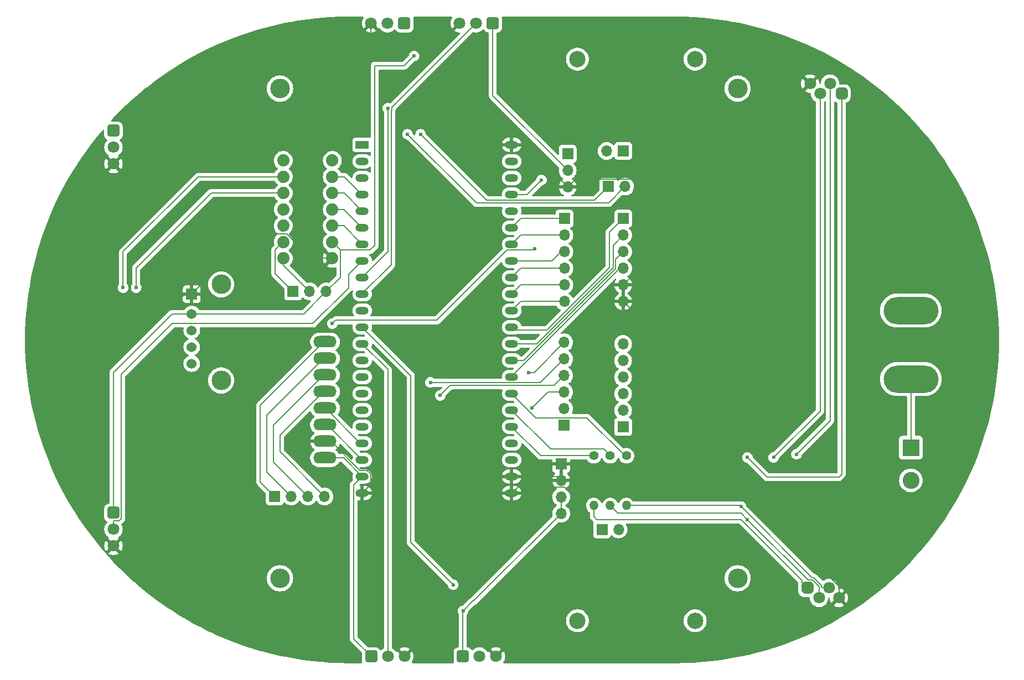
<source format=gbr>
%TF.GenerationSoftware,KiCad,Pcbnew,8.0.1*%
%TF.CreationDate,2024-08-22T17:50:51+03:00*%
%TF.ProjectId,Maze_kiCad,4d617a65-5f6b-4694-9361-642e6b696361,rev?*%
%TF.SameCoordinates,Original*%
%TF.FileFunction,Copper,L1,Top*%
%TF.FilePolarity,Positive*%
%FSLAX46Y46*%
G04 Gerber Fmt 4.6, Leading zero omitted, Abs format (unit mm)*
G04 Created by KiCad (PCBNEW 8.0.1) date 2024-08-22 17:50:51*
%MOMM*%
%LPD*%
G01*
G04 APERTURE LIST*
G04 Aperture macros list*
%AMRoundRect*
0 Rectangle with rounded corners*
0 $1 Rounding radius*
0 $2 $3 $4 $5 $6 $7 $8 $9 X,Y pos of 4 corners*
0 Add a 4 corners polygon primitive as box body*
4,1,4,$2,$3,$4,$5,$6,$7,$8,$9,$2,$3,0*
0 Add four circle primitives for the rounded corners*
1,1,$1+$1,$2,$3*
1,1,$1+$1,$4,$5*
1,1,$1+$1,$6,$7*
1,1,$1+$1,$8,$9*
0 Add four rect primitives between the rounded corners*
20,1,$1+$1,$2,$3,$4,$5,0*
20,1,$1+$1,$4,$5,$6,$7,0*
20,1,$1+$1,$6,$7,$8,$9,0*
20,1,$1+$1,$8,$9,$2,$3,0*%
G04 Aperture macros list end*
%TA.AperFunction,ComponentPad*%
%ADD10R,1.700000X1.700000*%
%TD*%
%TA.AperFunction,ComponentPad*%
%ADD11O,1.700000X1.700000*%
%TD*%
%TA.AperFunction,WasherPad*%
%ADD12C,2.500000*%
%TD*%
%TA.AperFunction,ComponentPad*%
%ADD13R,2.000000X1.200000*%
%TD*%
%TA.AperFunction,ComponentPad*%
%ADD14O,2.000000X1.200000*%
%TD*%
%TA.AperFunction,ComponentPad*%
%ADD15O,3.556000X1.778000*%
%TD*%
%TA.AperFunction,ComponentPad*%
%ADD16C,1.530000*%
%TD*%
%TA.AperFunction,ComponentPad*%
%ADD17C,1.400000*%
%TD*%
%TA.AperFunction,ComponentPad*%
%ADD18O,1.400000X1.400000*%
%TD*%
%TA.AperFunction,ComponentPad*%
%ADD19RoundRect,0.450000X-0.450000X-0.450000X0.450000X-0.450000X0.450000X0.450000X-0.450000X0.450000X0*%
%TD*%
%TA.AperFunction,ComponentPad*%
%ADD20C,1.800000*%
%TD*%
%TA.AperFunction,ComponentPad*%
%ADD21O,8.400000X4.200000*%
%TD*%
%TA.AperFunction,WasherPad*%
%ADD22C,3.000000*%
%TD*%
%TA.AperFunction,ComponentPad*%
%ADD23C,1.879600*%
%TD*%
%TA.AperFunction,ComponentPad*%
%ADD24RoundRect,0.250200X-0.649800X-0.649800X0.649800X-0.649800X0.649800X0.649800X-0.649800X0.649800X0*%
%TD*%
%TA.AperFunction,ComponentPad*%
%ADD25RoundRect,0.250200X-0.649800X0.649800X-0.649800X-0.649800X0.649800X-0.649800X0.649800X0.649800X0*%
%TD*%
%TA.AperFunction,ComponentPad*%
%ADD26RoundRect,0.250200X0.649800X0.649800X-0.649800X0.649800X-0.649800X-0.649800X0.649800X-0.649800X0*%
%TD*%
%TA.AperFunction,ComponentPad*%
%ADD27RoundRect,0.450000X0.450000X0.450000X-0.450000X0.450000X-0.450000X-0.450000X0.450000X-0.450000X0*%
%TD*%
%TA.AperFunction,ComponentPad*%
%ADD28R,2.600000X2.600000*%
%TD*%
%TA.AperFunction,ComponentPad*%
%ADD29C,2.600000*%
%TD*%
%TA.AperFunction,ViaPad*%
%ADD30C,0.600000*%
%TD*%
%TA.AperFunction,Conductor*%
%ADD31C,0.200000*%
%TD*%
G04 APERTURE END LIST*
D10*
%TO.P,J9,1,Pin_1*%
%TO.N,Net-(J9-Pin_1)*%
X152475000Y-111825000D03*
D11*
%TO.P,J9,2,Pin_2*%
%TO.N,Net-(J9-Pin_2)*%
X152475000Y-109285000D03*
%TO.P,J9,3,Pin_3*%
%TO.N,Net-(J9-Pin_3)*%
X152475000Y-106745000D03*
%TO.P,J9,4,Pin_4*%
%TO.N,Net-(J9-Pin_4)*%
X152475000Y-104205000D03*
%TO.P,J9,5,Pin_5*%
%TO.N,Net-(J9-Pin_5)*%
X152475000Y-101665000D03*
%TO.P,J9,6,Pin_6*%
%TO.N,Net-(J9-Pin_6)*%
X152475000Y-99125000D03*
%TD*%
D12*
%TO.P,,*%
%TO.N,*%
X145500000Y-141500000D03*
%TD*%
D13*
%TO.P,U1,1,3V3*%
%TO.N,Net-(J9-Pin_3)*%
X112570000Y-68607920D03*
D14*
%TO.P,U1,2,3V3*%
%TO.N,Net-(J9-Pin_2)*%
X112570000Y-71147920D03*
%TO.P,U1,3,RST*%
%TO.N,Net-(J9-Pin_1)*%
X112570000Y-73687920D03*
%TO.P,U1,4,GPIO4/ADC1_CH3*%
%TO.N,/aIn_pin4*%
X112570000Y-76227920D03*
%TO.P,U1,5,GPIO5/ADC1_CH4*%
%TO.N,/aEnb_pin5*%
X112570000Y-78767920D03*
%TO.P,U1,6,GPIO6/ADC1_CH5*%
%TO.N,/bIn_pin6*%
X112570000Y-81307920D03*
%TO.P,U1,7,GPIO7/ADC1_CH6*%
%TO.N,/bEnb_pin7*%
X112570000Y-83847920D03*
%TO.P,U1,8,GPIO15/ADC2_CH4/32K_P*%
%TO.N,/ir_sensor_6*%
X112570000Y-86387920D03*
%TO.P,U1,9,GPIO16/ADC2_CH5/32K_N*%
%TO.N,/ir_sensor_5*%
X112570000Y-88927920D03*
%TO.P,U1,10,GPIO17/ADC2_CH6/U1TXD*%
%TO.N,/ir_sensor_4*%
X112570000Y-91467920D03*
%TO.P,U1,11,GPIO18/ADC2_CH7/U1RXD*%
%TO.N,/ir_sensor_3*%
X112570000Y-94007920D03*
%TO.P,U1,12,GPIO8/ADC1_CH7*%
%TO.N,/ir_sensor_2*%
X112570000Y-96547920D03*
%TO.P,U1,13,GPIO3/ADC1_CH2*%
%TO.N,/ir_sensor_1*%
X112570000Y-99087920D03*
%TO.P,U1,14,GPIO46*%
%TO.N,Net-(J8-Pin_6)*%
X112570000Y-101627920D03*
%TO.P,U1,15,GPIO9/ADC1_CH8*%
%TO.N,Net-(J8-Pin_5)*%
X112570000Y-104167920D03*
%TO.P,U1,16,GPIO10/ADC1_CH9*%
%TO.N,Net-(J8-Pin_4)*%
X112570000Y-106707920D03*
%TO.P,U1,17,GPIO11/ADC2_CH0*%
%TO.N,Net-(J8-Pin_3)*%
X112570000Y-109247920D03*
%TO.P,U1,18,GPIO12/ADC2_CH1*%
%TO.N,Net-(J8-Pin_2)*%
X112570000Y-111787920D03*
%TO.P,U1,19,GPIO13/ADC2_CH2*%
%TO.N,/sda_pin13*%
X112570000Y-114327920D03*
%TO.P,U1,20,GPIO14/ADC2_CH3*%
%TO.N,/scl_pin14*%
X112566320Y-116865200D03*
%TO.P,U1,21,5V*%
%TO.N,VCC*%
X112566320Y-119405200D03*
%TO.P,U1,22,GND*%
%TO.N,GND*%
X112566320Y-121945200D03*
%TO.P,U1,23,GND*%
X135430000Y-121947920D03*
%TO.P,U1,24,GND*%
X135430000Y-119407920D03*
%TO.P,U1,25,GPIO19/ADC2_CH8/USB_D-*%
%TO.N,/echo_pin19*%
X135430000Y-116867920D03*
%TO.P,U1,26,GPIO20/ADC2_CH9/USB_D+*%
%TO.N,/trig_pin20*%
X135430000Y-114327920D03*
%TO.P,U1,27,GPIO21*%
%TO.N,/pin21_red*%
X135430000Y-111787920D03*
%TO.P,U1,28,GPIO47*%
%TO.N,/pin47_green*%
X135430000Y-109247920D03*
%TO.P,U1,29,GPIO48*%
%TO.N,/pin48_blue*%
X135430000Y-106707920D03*
%TO.P,U1,30,GPIO45*%
%TO.N,Net-(J11-Pin_4)*%
X135430000Y-104167920D03*
%TO.P,U1,31,GPIO0*%
%TO.N,Net-(J11-Pin_3)*%
X135430000Y-101627920D03*
%TO.P,U1,32,GPIO35*%
%TO.N,Net-(J11-Pin_2)*%
X135430000Y-99087920D03*
%TO.P,U1,33,GPIO36*%
%TO.N,Net-(J11-Pin_1)*%
X135430000Y-96547920D03*
%TO.P,U1,34,GPIO37*%
%TO.N,Net-(J10-Pin_6)*%
X135430000Y-94007920D03*
%TO.P,U1,35,GPIO38*%
%TO.N,Net-(J10-Pin_5)*%
X135430000Y-91467920D03*
%TO.P,U1,36,GPIO39/MTCK*%
%TO.N,Net-(J10-Pin_4)*%
X135430000Y-88927920D03*
%TO.P,U1,37,GPIO40/MTDO*%
%TO.N,Net-(J10-Pin_3)*%
X135430000Y-86387920D03*
%TO.P,U1,38,GPIO41/MTDI*%
%TO.N,Net-(J10-Pin_2)*%
X135430000Y-83847920D03*
%TO.P,U1,39,GPIO42/MTMS*%
%TO.N,Net-(J10-Pin_1)*%
X135430000Y-81307920D03*
%TO.P,U1,40,GPIO2/ADC1_CH1*%
%TO.N,Net-(J9-Pin_6)*%
X135430000Y-78767920D03*
%TO.P,U1,41,GPIO1/ADC1_CH0*%
%TO.N,/ir_receiver_pin1*%
X135430000Y-76227920D03*
%TO.P,U1,42,GPIO44/U0RXD*%
%TO.N,Net-(J9-Pin_5)*%
X135430000Y-73687920D03*
%TO.P,U1,43,GPIO43/U0TXD*%
%TO.N,Net-(J9-Pin_4)*%
X135430000Y-71147920D03*
%TO.P,U1,44,GND*%
%TO.N,GND*%
X135430000Y-68607920D03*
%TD*%
D15*
%TO.P,U8,ADO,ADO*%
%TO.N,Net-(J5-Pin_2)*%
X106897500Y-101332500D03*
%TO.P,U8,GND,GND*%
%TO.N,GND*%
X106897500Y-114032500D03*
%TO.P,U8,INT,INT*%
%TO.N,Net-(J5-Pin_1)*%
X106897500Y-98792500D03*
%TO.P,U8,SCL,SCL*%
%TO.N,/scl_pin14*%
X106897500Y-111492500D03*
%TO.P,U8,SDA,SDA*%
%TO.N,/sda_pin13*%
X106897500Y-108952500D03*
%TO.P,U8,VCC,VCC*%
%TO.N,VCC*%
X106897500Y-116572500D03*
%TO.P,U8,XCL,XCL*%
%TO.N,Net-(J5-Pin_3)*%
X106897500Y-103872500D03*
%TO.P,U8,XDA,XDA*%
%TO.N,Net-(J5-Pin_4)*%
X106897500Y-106412500D03*
%TD*%
D10*
%TO.P,J8,1,Pin_1*%
%TO.N,VCC*%
X143475000Y-111570000D03*
D11*
%TO.P,J8,2,Pin_2*%
%TO.N,Net-(J8-Pin_2)*%
X143475000Y-109030000D03*
%TO.P,J8,3,Pin_3*%
%TO.N,Net-(J8-Pin_3)*%
X143475000Y-106490000D03*
%TO.P,J8,4,Pin_4*%
%TO.N,Net-(J8-Pin_4)*%
X143475000Y-103950000D03*
%TO.P,J8,5,Pin_5*%
%TO.N,Net-(J8-Pin_5)*%
X143475000Y-101410000D03*
%TO.P,J8,6,Pin_6*%
%TO.N,Net-(J8-Pin_6)*%
X143475000Y-98870000D03*
%TD*%
D16*
%TO.P,U9,1,VCC*%
%TO.N,VCC*%
X86500000Y-94500000D03*
%TO.P,U9,2,TRIG*%
%TO.N,/trig_pin20*%
X86500000Y-97040000D03*
%TO.P,U9,3,ECHO*%
%TO.N,/echo_pin19*%
X86500000Y-99580000D03*
%TO.P,U9,4,GND*%
%TO.N,unconnected-(U9-GND-Pad4)*%
X86500000Y-102120000D03*
%TD*%
D10*
%TO.P,J11,1,Pin_1*%
%TO.N,Net-(J11-Pin_1)*%
X152500000Y-79920000D03*
D11*
%TO.P,J11,2,Pin_2*%
%TO.N,Net-(J11-Pin_2)*%
X152500000Y-82460000D03*
%TO.P,J11,3,Pin_3*%
%TO.N,Net-(J11-Pin_3)*%
X152500000Y-85000000D03*
%TO.P,J11,4,Pin_4*%
%TO.N,Net-(J11-Pin_4)*%
X152500000Y-87540000D03*
%TO.P,J11,5,Pin_5*%
%TO.N,GND*%
X152500000Y-90080000D03*
%TO.P,J11,6,Pin_6*%
X152500000Y-92620000D03*
%TD*%
D17*
%TO.P,R2,1*%
%TO.N,/pin47_green*%
X150500000Y-116230000D03*
D18*
%TO.P,R2,2*%
%TO.N,Net-(D1-GA)*%
X150500000Y-123850000D03*
%TD*%
D19*
%TO.P,D2,1,RA*%
%TO.N,Net-(D1-RA)*%
X180674000Y-136476000D03*
D20*
%TO.P,D2,2,GA*%
%TO.N,Net-(D1-GA)*%
X182452000Y-138000000D03*
%TO.P,D2,3,BA*%
%TO.N,Net-(D1-BA)*%
X183976000Y-136476000D03*
%TO.P,D2,4,K*%
%TO.N,GND*%
X185500000Y-138000000D03*
%TD*%
D21*
%TO.P,S1,1*%
%TO.N,Net-(J1-Pin_1)*%
X196500000Y-104500000D03*
%TO.P,S1,2*%
%TO.N,+7V*%
X196500000Y-94000000D03*
%TD*%
D12*
%TO.P,,*%
%TO.N,*%
X163500000Y-141500000D03*
%TD*%
D10*
%TO.P,U10,1,IN*%
%TO.N,+7V*%
X102000000Y-91080000D03*
D11*
%TO.P,U10,2,GND*%
%TO.N,GND2*%
X104540000Y-91080000D03*
%TO.P,U10,3,OUT*%
%TO.N,VCC*%
X107080000Y-91080000D03*
%TD*%
D10*
%TO.P,J2,1,Pin_1*%
%TO.N,Net-(J2-Pin_1)*%
X152500000Y-69565000D03*
D11*
%TO.P,J2,2,Pin_2*%
%TO.N,Net-(J2-Pin_2)*%
X149960000Y-69565000D03*
%TD*%
D22*
%TO.P,,*%
%TO.N,*%
X170000000Y-135000000D03*
%TD*%
D23*
%TO.P,MotorDriver1,1,GND*%
%TO.N,GND*%
X108000000Y-86000000D03*
%TO.P,MotorDriver1,2,VCC*%
%TO.N,VCC*%
X108000000Y-83500000D03*
%TO.P,MotorDriver1,3,BENBL*%
%TO.N,/bEnb_pin7*%
X108000000Y-81000000D03*
%TO.P,MotorDriver1,4,BPHASE*%
%TO.N,/bIn_pin6*%
X108000000Y-78500000D03*
%TO.P,MotorDriver1,5,AENBL*%
%TO.N,/aEnb_pin5*%
X108000000Y-76000000D03*
%TO.P,MotorDriver1,6,APHASE*%
%TO.N,/aIn_pin4*%
X108000000Y-73500000D03*
%TO.P,MotorDriver1,7,MODE*%
%TO.N,Net-(J4-Pin_2)*%
X108000000Y-71000000D03*
%TO.P,MotorDriver1,8,GND_HigtVolt*%
%TO.N,GND2*%
X100500000Y-86000000D03*
%TO.P,MotorDriver1,9,VCC_HightVolt*%
%TO.N,+7V*%
X100500000Y-83500000D03*
%TO.P,MotorDriver1,10,Bout2*%
%TO.N,Net-(J2-Pin_1)*%
X100500000Y-81000000D03*
%TO.P,MotorDriver1,11,Bout1*%
%TO.N,Net-(J2-Pin_2)*%
X100500000Y-78500000D03*
%TO.P,MotorDriver1,12,Aout2*%
%TO.N,Net-(J3-Pin_1)*%
X100500000Y-76000000D03*
%TO.P,MotorDriver1,13,Aout1*%
%TO.N,Net-(J3-Pin_2)*%
X100500000Y-73500000D03*
%TO.P,MotorDriver1,14,VMM*%
%TO.N,Net-(J4-Pin_1)*%
X100500000Y-71000000D03*
%TD*%
D24*
%TO.P,U3,1,VCC*%
%TO.N,VCC*%
X127960000Y-146975000D03*
D20*
%TO.P,U3,2,OUT*%
%TO.N,/ir_sensor_2*%
X130500000Y-146975000D03*
%TO.P,U3,3,GND*%
%TO.N,GND*%
X133040000Y-146975000D03*
%TD*%
D10*
%TO.P,J12,1,Pin_1*%
%TO.N,GND*%
X143000000Y-117460000D03*
D11*
%TO.P,J12,2,Pin_2*%
X143000000Y-120000000D03*
%TO.P,J12,3,Pin_3*%
%TO.N,VCC*%
X143000000Y-122540000D03*
%TO.P,J12,4,Pin_4*%
X143000000Y-125080000D03*
%TD*%
D10*
%TO.P,J3,1,Pin_1*%
%TO.N,Net-(J3-Pin_1)*%
X149250000Y-127515000D03*
D11*
%TO.P,J3,2,Pin_2*%
%TO.N,Net-(J3-Pin_2)*%
X151790000Y-127515000D03*
%TD*%
D22*
%TO.P,,*%
%TO.N,*%
X100000000Y-135000000D03*
%TD*%
D12*
%TO.P,,*%
%TO.N,*%
X163500000Y-55500000D03*
%TD*%
D10*
%TO.P,J6,1,Pin_1*%
%TO.N,GND*%
X86500000Y-91500000D03*
%TD*%
%TO.P,J5,1,Pin_1*%
%TO.N,Net-(J5-Pin_1)*%
X99200000Y-122475000D03*
D11*
%TO.P,J5,2,Pin_2*%
%TO.N,Net-(J5-Pin_2)*%
X101740000Y-122475000D03*
%TO.P,J5,3,Pin_3*%
%TO.N,Net-(J5-Pin_3)*%
X104280000Y-122475000D03*
%TO.P,J5,4,Pin_4*%
%TO.N,Net-(J5-Pin_4)*%
X106820000Y-122475000D03*
%TD*%
D25*
%TO.P,U4,1,VCC*%
%TO.N,VCC*%
X74525000Y-66460000D03*
D20*
%TO.P,U4,2,OUT*%
%TO.N,/ir_sensor_3*%
X74525000Y-69000000D03*
%TO.P,U4,3,GND*%
%TO.N,GND*%
X74525000Y-71540000D03*
%TD*%
D26*
%TO.P,U6,1,VCC*%
%TO.N,VCC*%
X119000000Y-50000000D03*
D20*
%TO.P,U6,2,OUT*%
%TO.N,/ir_sensor_5*%
X116460000Y-50000000D03*
%TO.P,U6,3,GND*%
%TO.N,GND*%
X113920000Y-50000000D03*
%TD*%
D17*
%TO.P,R3,1*%
%TO.N,/pin21_red*%
X148000000Y-116230000D03*
D18*
%TO.P,R3,2*%
%TO.N,Net-(D1-RA)*%
X148000000Y-123850000D03*
%TD*%
D26*
%TO.P,U5,1,VCC*%
%TO.N,VCC*%
X132540000Y-50000000D03*
D20*
%TO.P,U5,2,OUT*%
%TO.N,/ir_sensor_4*%
X130000000Y-50000000D03*
%TO.P,U5,3,GND*%
%TO.N,GND*%
X127460000Y-50000000D03*
%TD*%
D25*
%TO.P,U7,1,VCC*%
%TO.N,VCC*%
X74525000Y-124960000D03*
D20*
%TO.P,U7,2,OUT*%
%TO.N,/ir_sensor_6*%
X74525000Y-127500000D03*
%TO.P,U7,3,GND*%
%TO.N,GND*%
X74525000Y-130040000D03*
%TD*%
D22*
%TO.P,,*%
%TO.N,*%
X100000000Y-60000000D03*
%TD*%
D27*
%TO.P,D1,1,RA*%
%TO.N,Net-(D1-RA)*%
X185910000Y-60760000D03*
D20*
%TO.P,D1,2,GA*%
%TO.N,Net-(D1-GA)*%
X184132000Y-59236000D03*
%TO.P,D1,3,BA*%
%TO.N,Net-(D1-BA)*%
X182608000Y-60760000D03*
%TO.P,D1,4,K*%
%TO.N,GND*%
X181084000Y-59236000D03*
%TD*%
D22*
%TO.P,,*%
%TO.N,*%
X170000000Y-60000000D03*
%TD*%
%TO.P,,*%
%TO.N,*%
X91000000Y-90000000D03*
%TD*%
D17*
%TO.P,R1,1*%
%TO.N,/pin48_blue*%
X153000000Y-116230000D03*
D18*
%TO.P,R1,2*%
%TO.N,Net-(D1-BA)*%
X153000000Y-123850000D03*
%TD*%
D10*
%TO.P,J10,1,Pin_1*%
%TO.N,Net-(J10-Pin_1)*%
X143500000Y-79920000D03*
D11*
%TO.P,J10,2,Pin_2*%
%TO.N,Net-(J10-Pin_2)*%
X143500000Y-82460000D03*
%TO.P,J10,3,Pin_3*%
%TO.N,Net-(J10-Pin_3)*%
X143500000Y-85000000D03*
%TO.P,J10,4,Pin_4*%
%TO.N,Net-(J10-Pin_4)*%
X143500000Y-87540000D03*
%TO.P,J10,5,Pin_5*%
%TO.N,Net-(J10-Pin_5)*%
X143500000Y-90080000D03*
%TO.P,J10,6,Pin_6*%
%TO.N,Net-(J10-Pin_6)*%
X143500000Y-92620000D03*
%TD*%
D22*
%TO.P,,*%
%TO.N,*%
X91000000Y-104700000D03*
%TD*%
D12*
%TO.P,,*%
%TO.N,*%
X145500000Y-55500000D03*
%TD*%
D28*
%TO.P,J1,1,Pin_1*%
%TO.N,Net-(J1-Pin_1)*%
X196500000Y-115000000D03*
D29*
%TO.P,J1,2,Pin_2*%
%TO.N,GND2*%
X196500000Y-120000000D03*
%TD*%
D10*
%TO.P,J4,1,Pin_1*%
%TO.N,Net-(J4-Pin_1)*%
X150250000Y-75015000D03*
D11*
%TO.P,J4,2,Pin_2*%
%TO.N,Net-(J4-Pin_2)*%
X152790000Y-75015000D03*
%TD*%
D24*
%TO.P,U2,1,VCC*%
%TO.N,VCC*%
X113960000Y-146975000D03*
D20*
%TO.P,U2,2,OUT*%
%TO.N,/ir_sensor_1*%
X116500000Y-146975000D03*
%TO.P,U2,3,GND*%
%TO.N,GND*%
X119040000Y-146975000D03*
%TD*%
D10*
%TO.P,J7,1,Pin_1*%
%TO.N,/ir_receiver_pin1*%
X144000000Y-70000000D03*
D11*
%TO.P,J7,2,Pin_2*%
%TO.N,VCC*%
X144000000Y-72540000D03*
%TO.P,J7,3,Pin_3*%
%TO.N,GND*%
X144000000Y-75080000D03*
%TD*%
D30*
%TO.N,Net-(D1-GA)*%
X171500000Y-126000000D03*
X179000000Y-116000000D03*
%TO.N,Net-(D1-RA)*%
X171500000Y-116500000D03*
%TO.N,Net-(D1-BA)*%
X170500000Y-124000000D03*
X175500000Y-116500000D03*
%TO.N,GND*%
X98500000Y-105000000D03*
X124000000Y-53500000D03*
X129000000Y-143000000D03*
X127000000Y-57500000D03*
%TO.N,Net-(J3-Pin_1)*%
X78000000Y-90500000D03*
%TO.N,Net-(J3-Pin_2)*%
X76000000Y-90500000D03*
%TO.N,Net-(J4-Pin_1)*%
X121500000Y-67000000D03*
%TO.N,Net-(J4-Pin_2)*%
X119500000Y-67000000D03*
%TO.N,/ir_receiver_pin1*%
X140000000Y-74000000D03*
%TO.N,VCC*%
X128000000Y-140000000D03*
X120500000Y-55000000D03*
%TO.N,Net-(J8-Pin_3)*%
X138535305Y-108964695D03*
%TO.N,Net-(J8-Pin_4)*%
X124500000Y-107000000D03*
%TO.N,Net-(J8-Pin_5)*%
X123000000Y-105000000D03*
%TO.N,Net-(J8-Pin_6)*%
X138000000Y-103500000D03*
%TO.N,+7V*%
X108000000Y-96000000D03*
X139000000Y-84500000D03*
%TO.N,/ir_sensor_2*%
X126500000Y-136000000D03*
%TO.N,/ir_sensor_5*%
X116500000Y-63000000D03*
%TD*%
D31*
%TO.N,/pin48_blue*%
X146920000Y-110420000D02*
X139142080Y-110420000D01*
X139142080Y-110420000D02*
X135430000Y-106707920D01*
X152730000Y-116230000D02*
X146920000Y-110420000D01*
X153000000Y-116230000D02*
X152730000Y-116230000D01*
%TO.N,Net-(J8-Pin_3)*%
X138535305Y-108964695D02*
X141010000Y-106490000D01*
X141010000Y-106490000D02*
X143475000Y-106490000D01*
%TO.N,/ir_sensor_4*%
X112570000Y-91430000D02*
X112570000Y-91467920D01*
X117000000Y-63348529D02*
X117000000Y-87000000D01*
X117100000Y-63248529D02*
X117000000Y-63348529D01*
X130000000Y-50000000D02*
X117100000Y-62900000D01*
X117100000Y-62900000D02*
X117100000Y-63248529D01*
X117000000Y-87000000D02*
X112570000Y-91430000D01*
%TO.N,+7V*%
X124000000Y-95500000D02*
X108500000Y-95500000D01*
X134752080Y-84747920D02*
X124000000Y-95500000D01*
X138752080Y-84747920D02*
X134752080Y-84747920D01*
X108500000Y-95500000D02*
X108000000Y-96000000D01*
X139000000Y-84500000D02*
X138752080Y-84747920D01*
%TO.N,/ir_sensor_6*%
X110500000Y-88457920D02*
X112570000Y-86387920D01*
X110500000Y-90525000D02*
X110500000Y-88457920D01*
X105025000Y-96000000D02*
X110500000Y-90525000D01*
X86941138Y-95975000D02*
X86966138Y-96000000D01*
X86966138Y-96000000D02*
X105025000Y-96000000D01*
X83525000Y-95975000D02*
X86941138Y-95975000D01*
X75725000Y-103775000D02*
X83525000Y-95975000D01*
X74525000Y-126160000D02*
X75409634Y-126160000D01*
X75725000Y-125844634D02*
X75725000Y-103775000D01*
X74525000Y-127500000D02*
X74525000Y-126160000D01*
X75409634Y-126160000D02*
X75725000Y-125844634D01*
%TO.N,VCC*%
X83500000Y-94500000D02*
X86500000Y-94500000D01*
X74525000Y-124960000D02*
X74525000Y-103475000D01*
X74525000Y-103475000D02*
X83500000Y-94500000D01*
%TO.N,Net-(D1-RA)*%
X148465000Y-126000000D02*
X148000000Y-125535000D01*
X179874000Y-135374000D02*
X170500000Y-126000000D01*
X170500000Y-126000000D02*
X148465000Y-126000000D01*
X179874000Y-135676000D02*
X179874000Y-135374000D01*
X148000000Y-125535000D02*
X148000000Y-123850000D01*
X180674000Y-136476000D02*
X179874000Y-135676000D01*
%TO.N,Net-(D1-GA)*%
X151650000Y-125000000D02*
X150500000Y-123850000D01*
X170500000Y-125000000D02*
X151650000Y-125000000D01*
X171500000Y-126000000D02*
X170500000Y-125000000D01*
X181441848Y-135276000D02*
X182452000Y-136286152D01*
X182452000Y-136286152D02*
X182452000Y-138000000D01*
X180776000Y-135276000D02*
X181441848Y-135276000D01*
X171500000Y-126000000D02*
X180776000Y-135276000D01*
X179000000Y-116000000D02*
X184132000Y-110868000D01*
X184132000Y-110868000D02*
X184132000Y-59236000D01*
%TO.N,Net-(D1-RA)*%
X185500000Y-119500000D02*
X174500000Y-119500000D01*
X174500000Y-119500000D02*
X171500000Y-116500000D01*
X185910000Y-119090000D02*
X185500000Y-119500000D01*
X185910000Y-60760000D02*
X185910000Y-119090000D01*
%TO.N,Net-(D1-BA)*%
X182608000Y-60760000D02*
X182608000Y-109392000D01*
X181376000Y-134876000D02*
X170500000Y-124000000D01*
X182852000Y-136120466D02*
X181607534Y-134876000D01*
X182852000Y-136352000D02*
X182852000Y-136120466D01*
X182608000Y-109392000D02*
X175500000Y-116500000D01*
X170350000Y-123850000D02*
X153000000Y-123850000D01*
X182976000Y-136476000D02*
X182852000Y-136352000D01*
X183976000Y-136476000D02*
X182976000Y-136476000D01*
X181607534Y-134876000D02*
X181376000Y-134876000D01*
X170500000Y-124000000D02*
X170350000Y-123850000D01*
%TO.N,GND*%
X90000000Y-114565000D02*
X90000000Y-113500000D01*
X185500000Y-136302943D02*
X169197057Y-120000000D01*
X127460000Y-50000000D02*
X124000000Y-53460000D01*
X124000000Y-53460000D02*
X124000000Y-53500000D01*
X152500000Y-92620000D02*
X152500000Y-90080000D01*
X137527920Y-68607920D02*
X144000000Y-75080000D01*
X166455000Y-73865000D02*
X181084000Y-59236000D01*
X135430000Y-65930000D02*
X127000000Y-57500000D01*
X135430000Y-119407920D02*
X142407920Y-119407920D01*
X86500000Y-91500000D02*
X85450000Y-91500000D01*
X135430000Y-121947920D02*
X136377920Y-121000000D01*
X142407920Y-119407920D02*
X143000000Y-120000000D01*
X154500000Y-73865000D02*
X166455000Y-73865000D01*
X85450000Y-91500000D02*
X73000000Y-103950000D01*
X113920000Y-51420000D02*
X113920000Y-50000000D01*
X143500000Y-121000000D02*
X145000000Y-122500000D01*
X145000000Y-122500000D02*
X145000000Y-135015000D01*
X73000000Y-128515000D02*
X74525000Y-130040000D01*
X154500000Y-88080000D02*
X154500000Y-73865000D01*
X73000000Y-104950000D02*
X73000000Y-128515000D01*
X169197057Y-120000000D02*
X143000000Y-120000000D01*
X123960000Y-53500000D02*
X123960000Y-53500000D01*
X106897500Y-114032500D02*
X107759306Y-114032500D01*
X74525000Y-130040000D02*
X90000000Y-114565000D01*
X145215000Y-73865000D02*
X154500000Y-73865000D01*
X116000000Y-53500000D02*
X113920000Y-51420000D01*
X104500000Y-85746658D02*
X104500000Y-86000000D01*
X129000000Y-143000000D02*
X129000000Y-142935000D01*
X95739800Y-82260200D02*
X101013542Y-82260200D01*
X73000000Y-103950000D02*
X73000000Y-104950000D01*
X185500000Y-138000000D02*
X185500000Y-136302943D01*
X113339112Y-118505200D02*
X113866320Y-119032408D01*
X135430000Y-68607920D02*
X137527920Y-68607920D01*
X145000000Y-135015000D02*
X133040000Y-146975000D01*
X169197057Y-109317057D02*
X169197057Y-120000000D01*
X113866320Y-120645200D02*
X112566320Y-121945200D01*
X135430000Y-68607920D02*
X135430000Y-65930000D01*
X123960000Y-53500000D02*
X116000000Y-53500000D01*
X129000000Y-142935000D02*
X129065000Y-143000000D01*
X104500000Y-86000000D02*
X108000000Y-86000000D01*
X124000000Y-53500000D02*
X123960000Y-53500000D01*
X135430000Y-119407920D02*
X135430000Y-121947920D01*
X152500000Y-92620000D02*
X169197057Y-109317057D01*
X143000000Y-120000000D02*
X143000000Y-117460000D01*
X133040000Y-146975000D02*
X129065000Y-143000000D01*
X112232006Y-118505200D02*
X113339112Y-118505200D01*
X101013542Y-82260200D02*
X104500000Y-85746658D01*
X86500000Y-91500000D02*
X95739800Y-82260200D01*
X113866320Y-119032408D02*
X113866320Y-120645200D01*
X136377920Y-121000000D02*
X143500000Y-121000000D01*
X152500000Y-90080000D02*
X154500000Y-88080000D01*
X107759306Y-114032500D02*
X112232006Y-118505200D01*
X90000000Y-113500000D02*
X98500000Y-105000000D01*
X144000000Y-75080000D02*
X145215000Y-73865000D01*
X129065000Y-143000000D02*
X129000000Y-143000000D01*
%TO.N,GND2*%
X104540000Y-91080000D02*
X100500000Y-87040000D01*
X100500000Y-87040000D02*
X100500000Y-86000000D01*
%TO.N,Net-(J1-Pin_1)*%
X196500000Y-115000000D02*
X196500000Y-104500000D01*
%TO.N,Net-(J3-Pin_1)*%
X78000000Y-87500000D02*
X89500000Y-76000000D01*
X78000000Y-90500000D02*
X78000000Y-87500000D01*
X89500000Y-76000000D02*
X100500000Y-76000000D01*
%TO.N,Net-(J3-Pin_2)*%
X76000000Y-85000000D02*
X76000000Y-90500000D01*
X100500000Y-73500000D02*
X87500000Y-73500000D01*
X87500000Y-73500000D02*
X76000000Y-85000000D01*
%TO.N,Net-(J4-Pin_1)*%
X150250000Y-75015000D02*
X148137080Y-77127920D01*
X131627920Y-77127920D02*
X121500000Y-67000000D01*
X148137080Y-77127920D02*
X131627920Y-77127920D01*
%TO.N,Net-(J4-Pin_2)*%
X130027920Y-77527920D02*
X119500000Y-67000000D01*
X152790000Y-75015000D02*
X150277080Y-77527920D01*
X150277080Y-77527920D02*
X130027920Y-77527920D01*
%TO.N,Net-(J5-Pin_1)*%
X97000000Y-108490000D02*
X106697500Y-98792500D01*
X99200000Y-122475000D02*
X97000000Y-120275000D01*
X106697500Y-98792500D02*
X106897500Y-98792500D01*
X97000000Y-120275000D02*
X97000000Y-108490000D01*
%TO.N,Net-(J5-Pin_2)*%
X98000000Y-110030000D02*
X106697500Y-101332500D01*
X98000000Y-118735000D02*
X98000000Y-110030000D01*
X106697500Y-101332500D02*
X106897500Y-101332500D01*
X101740000Y-122475000D02*
X98000000Y-118735000D01*
%TO.N,/ir_receiver_pin1*%
X137772080Y-76227920D02*
X140000000Y-74000000D01*
X135430000Y-76227920D02*
X137772080Y-76227920D01*
%TO.N,VCC*%
X113960000Y-146975000D02*
X111266320Y-144281320D01*
X108000000Y-83500000D02*
X109239800Y-84739800D01*
X113752080Y-84747920D02*
X114500000Y-84000000D01*
X132540000Y-50000000D02*
X132540000Y-61080000D01*
X111266320Y-144281320D02*
X111266320Y-140500000D01*
X109239800Y-88920200D02*
X107080000Y-91080000D01*
X128000000Y-140000000D02*
X129500000Y-138500000D01*
X109239800Y-84739800D02*
X109239800Y-88920200D01*
X132540000Y-61080000D02*
X144000000Y-72540000D01*
X114500000Y-84000000D02*
X114500000Y-56500000D01*
X109247920Y-84747920D02*
X113752080Y-84747920D01*
X119000000Y-56500000D02*
X120500000Y-55000000D01*
X129500000Y-138500000D02*
X129580000Y-138500000D01*
X127960000Y-140040000D02*
X128000000Y-140000000D01*
X129580000Y-138500000D02*
X143000000Y-125080000D01*
X111266320Y-140500000D02*
X111266320Y-120705200D01*
X106897500Y-116572500D02*
X109733620Y-116572500D01*
X109733620Y-116572500D02*
X112566320Y-119405200D01*
X127960000Y-146975000D02*
X127960000Y-140040000D01*
X143000000Y-122540000D02*
X143000000Y-125080000D01*
X114500000Y-56500000D02*
X119000000Y-56500000D01*
X109239800Y-84739800D02*
X109247920Y-84747920D01*
X111266320Y-120705200D02*
X112566320Y-119405200D01*
X86500000Y-94500000D02*
X103660000Y-94500000D01*
X103660000Y-94500000D02*
X107080000Y-91080000D01*
%TO.N,Net-(J8-Pin_4)*%
X143475000Y-103950000D02*
X141957080Y-105467920D01*
X126032080Y-105467920D02*
X124500000Y-107000000D01*
X141957080Y-105467920D02*
X126032080Y-105467920D01*
%TO.N,Net-(J8-Pin_5)*%
X143475000Y-101410000D02*
X139817080Y-105067920D01*
X123067920Y-105067920D02*
X123000000Y-105000000D01*
X139817080Y-105067920D02*
X123067920Y-105067920D01*
%TO.N,Net-(J8-Pin_6)*%
X138845000Y-103500000D02*
X138000000Y-103500000D01*
X143475000Y-98870000D02*
X138845000Y-103500000D01*
%TO.N,Net-(J10-Pin_2)*%
X143500000Y-82460000D02*
X136817920Y-82460000D01*
X136817920Y-82460000D02*
X135430000Y-83847920D01*
%TO.N,Net-(J10-Pin_6)*%
X136817920Y-92620000D02*
X135430000Y-94007920D01*
X143500000Y-92620000D02*
X136817920Y-92620000D01*
%TO.N,Net-(J10-Pin_1)*%
X143500000Y-79920000D02*
X136817920Y-79920000D01*
X136817920Y-79920000D02*
X135430000Y-81307920D01*
%TO.N,Net-(J10-Pin_3)*%
X141612080Y-86387920D02*
X135430000Y-86387920D01*
X143000000Y-85000000D02*
X141612080Y-86387920D01*
X143500000Y-85000000D02*
X143000000Y-85000000D01*
%TO.N,Net-(J10-Pin_4)*%
X136817920Y-87540000D02*
X135430000Y-88927920D01*
X143500000Y-87540000D02*
X136817920Y-87540000D01*
%TO.N,Net-(J10-Pin_5)*%
X136817920Y-90080000D02*
X135430000Y-91467920D01*
X143500000Y-90080000D02*
X136817920Y-90080000D01*
%TO.N,Net-(J11-Pin_4)*%
X151960000Y-87540000D02*
X135430000Y-104070000D01*
X135430000Y-104070000D02*
X135430000Y-104167920D01*
X152500000Y-87540000D02*
X151960000Y-87540000D01*
%TO.N,Net-(J11-Pin_3)*%
X137306394Y-101627920D02*
X151350000Y-87584314D01*
X135430000Y-101627920D02*
X137306394Y-101627920D01*
X151350000Y-86150000D02*
X152500000Y-85000000D01*
X151350000Y-87584314D02*
X151350000Y-86150000D01*
%TO.N,Net-(J11-Pin_1)*%
X140802942Y-97000000D02*
X150401471Y-87401471D01*
X135882080Y-97000000D02*
X140802942Y-97000000D01*
X150401471Y-87401471D02*
X150401471Y-82018529D01*
X135430000Y-96547920D02*
X135882080Y-97000000D01*
X150401471Y-82018529D02*
X152500000Y-79920000D01*
%TO.N,Net-(J11-Pin_2)*%
X150950000Y-87418628D02*
X150950000Y-84010000D01*
X139280708Y-99087920D02*
X150950000Y-87418628D01*
X135430000Y-99087920D02*
X139280708Y-99087920D01*
X150950000Y-84010000D02*
X152500000Y-82460000D01*
%TO.N,/pin47_green*%
X149500000Y-115230000D02*
X141412080Y-115230000D01*
X141412080Y-115230000D02*
X135430000Y-109247920D01*
X150500000Y-116230000D02*
X149500000Y-115230000D01*
%TO.N,/pin21_red*%
X139872080Y-116230000D02*
X135430000Y-111787920D01*
X148000000Y-116230000D02*
X139872080Y-116230000D01*
%TO.N,+7V*%
X99260200Y-88340200D02*
X99260200Y-84739800D01*
X102000000Y-91080000D02*
X99260200Y-88340200D01*
X99260200Y-84739800D02*
X100500000Y-83500000D01*
%TO.N,/scl_pin14*%
X106897500Y-111492500D02*
X107193620Y-111492500D01*
X107193620Y-111492500D02*
X112566320Y-116865200D01*
%TO.N,/aEnb_pin5*%
X108000000Y-76000000D02*
X109802080Y-76000000D01*
X109802080Y-76000000D02*
X112570000Y-78767920D01*
%TO.N,/ir_sensor_2*%
X120000000Y-129500000D02*
X126500000Y-136000000D01*
X120000000Y-108000000D02*
X120000000Y-129500000D01*
X120000000Y-103977920D02*
X120000000Y-108000000D01*
X112570000Y-96547920D02*
X120000000Y-103977920D01*
%TO.N,/ir_sensor_5*%
X116500000Y-84997920D02*
X112570000Y-88927920D01*
X116500000Y-63000000D02*
X116500000Y-84997920D01*
%TO.N,/ir_sensor_1*%
X116500000Y-103017920D02*
X116500000Y-146975000D01*
X112570000Y-99087920D02*
X116500000Y-103017920D01*
%TO.N,/bEnb_pin7*%
X108000000Y-81000000D02*
X109722080Y-81000000D01*
X109722080Y-81000000D02*
X112570000Y-83847920D01*
%TO.N,/sda_pin13*%
X106952500Y-108952500D02*
X112327920Y-114327920D01*
X112327920Y-114327920D02*
X112570000Y-114327920D01*
X106897500Y-108952500D02*
X106952500Y-108952500D01*
%TO.N,/aIn_pin4*%
X108000000Y-73500000D02*
X109842080Y-73500000D01*
X109842080Y-73500000D02*
X112570000Y-76227920D01*
%TO.N,/bIn_pin6*%
X108000000Y-78500000D02*
X109762080Y-78500000D01*
X109762080Y-78500000D02*
X112570000Y-81307920D01*
%TO.N,Net-(J5-Pin_3)*%
X104280000Y-122475000D02*
X99000000Y-117195000D01*
X106697500Y-103872500D02*
X106897500Y-103872500D01*
X99000000Y-111570000D02*
X106697500Y-103872500D01*
X99000000Y-117195000D02*
X99000000Y-111570000D01*
%TO.N,Net-(J5-Pin_4)*%
X100000000Y-113110000D02*
X106697500Y-106412500D01*
X100000000Y-115655000D02*
X100000000Y-113110000D01*
X106820000Y-122475000D02*
X100000000Y-115655000D01*
X106697500Y-106412500D02*
X106897500Y-106412500D01*
%TD*%
%TA.AperFunction,Conductor*%
%TO.N,GND*%
G36*
X112738605Y-49020185D02*
G01*
X112784360Y-49072989D01*
X112794304Y-49142147D01*
X112775375Y-49192322D01*
X112684515Y-49331393D01*
X112591317Y-49543864D01*
X112534361Y-49768781D01*
X112515202Y-49999994D01*
X112515202Y-50000005D01*
X112534361Y-50231218D01*
X112591317Y-50456135D01*
X112684515Y-50668606D01*
X112768812Y-50797632D01*
X113477861Y-50088583D01*
X113500667Y-50173694D01*
X113559910Y-50276306D01*
X113643694Y-50360090D01*
X113746306Y-50419333D01*
X113831414Y-50442138D01*
X113121201Y-51152351D01*
X113151649Y-51176050D01*
X113355697Y-51286476D01*
X113355706Y-51286479D01*
X113575139Y-51361811D01*
X113803993Y-51400000D01*
X114036007Y-51400000D01*
X114264860Y-51361811D01*
X114484293Y-51286479D01*
X114484301Y-51286476D01*
X114688355Y-51176047D01*
X114718797Y-51152351D01*
X114718798Y-51152350D01*
X114008585Y-50442137D01*
X114093694Y-50419333D01*
X114196306Y-50360090D01*
X114280090Y-50276306D01*
X114339333Y-50173694D01*
X114362138Y-50088585D01*
X115071185Y-50797632D01*
X115085891Y-50775125D01*
X115139037Y-50729768D01*
X115208268Y-50720344D01*
X115271604Y-50749846D01*
X115293508Y-50775123D01*
X115351021Y-50863153D01*
X115508216Y-51033913D01*
X115508219Y-51033915D01*
X115508222Y-51033918D01*
X115691365Y-51176464D01*
X115691371Y-51176468D01*
X115691374Y-51176470D01*
X115813697Y-51242668D01*
X115894652Y-51286479D01*
X115895497Y-51286936D01*
X116009487Y-51326068D01*
X116115015Y-51362297D01*
X116115017Y-51362297D01*
X116115019Y-51362298D01*
X116343951Y-51400500D01*
X116343952Y-51400500D01*
X116576048Y-51400500D01*
X116576049Y-51400500D01*
X116804981Y-51362298D01*
X117024503Y-51286936D01*
X117228626Y-51176470D01*
X117229170Y-51176047D01*
X117303002Y-51118581D01*
X117411784Y-51033913D01*
X117476577Y-50963528D01*
X117536460Y-50927540D01*
X117606298Y-50929639D01*
X117663915Y-50969163D01*
X117673338Y-50982409D01*
X117757330Y-51118581D01*
X117881419Y-51242670D01*
X118030780Y-51334797D01*
X118113771Y-51362297D01*
X118197361Y-51389996D01*
X118234236Y-51393763D01*
X118300174Y-51400500D01*
X118300178Y-51400500D01*
X119699822Y-51400500D01*
X119699826Y-51400500D01*
X119802638Y-51389996D01*
X119969220Y-51334797D01*
X120118581Y-51242670D01*
X120242670Y-51118581D01*
X120334797Y-50969220D01*
X120389996Y-50802638D01*
X120400500Y-50699826D01*
X120400500Y-49300174D01*
X120389996Y-49197362D01*
X120378777Y-49163504D01*
X120376375Y-49093675D01*
X120412107Y-49033633D01*
X120474628Y-49002441D01*
X120496483Y-49000500D01*
X126211566Y-49000500D01*
X126278605Y-49020185D01*
X126324360Y-49072989D01*
X126334304Y-49142147D01*
X126315375Y-49192322D01*
X126224515Y-49331393D01*
X126131317Y-49543864D01*
X126074361Y-49768781D01*
X126055202Y-49999994D01*
X126055202Y-50000005D01*
X126074361Y-50231218D01*
X126131317Y-50456135D01*
X126224515Y-50668606D01*
X126308812Y-50797632D01*
X127017861Y-50088583D01*
X127040667Y-50173694D01*
X127099910Y-50276306D01*
X127183694Y-50360090D01*
X127286306Y-50419333D01*
X127371414Y-50442137D01*
X126661201Y-51152351D01*
X126691649Y-51176050D01*
X126895697Y-51286476D01*
X126895706Y-51286479D01*
X127115139Y-51361811D01*
X127343993Y-51400000D01*
X127451401Y-51400000D01*
X127518440Y-51419685D01*
X127564195Y-51472489D01*
X127574139Y-51541647D01*
X127545114Y-51605203D01*
X127539082Y-51611681D01*
X116924640Y-62226123D01*
X116863317Y-62259608D01*
X116796005Y-62255484D01*
X116679257Y-62214632D01*
X116679249Y-62214630D01*
X116500004Y-62194435D01*
X116499996Y-62194435D01*
X116320750Y-62214630D01*
X116320745Y-62214631D01*
X116150476Y-62274211D01*
X115997737Y-62370184D01*
X115870184Y-62497737D01*
X115774211Y-62650476D01*
X115714631Y-62820745D01*
X115714630Y-62820750D01*
X115694435Y-62999996D01*
X115694435Y-63000003D01*
X115714630Y-63179249D01*
X115714631Y-63179254D01*
X115774211Y-63349523D01*
X115870185Y-63502263D01*
X115872445Y-63505097D01*
X115873334Y-63507275D01*
X115873889Y-63508158D01*
X115873734Y-63508255D01*
X115898855Y-63569783D01*
X115899500Y-63582412D01*
X115899500Y-84697822D01*
X115879815Y-84764861D01*
X115863181Y-84785503D01*
X114280440Y-86368243D01*
X114219117Y-86401728D01*
X114149425Y-86396744D01*
X114093492Y-86354872D01*
X114070286Y-86299960D01*
X114061900Y-86247016D01*
X114043402Y-86130219D01*
X113989873Y-85965475D01*
X113911232Y-85811132D01*
X113809414Y-85670992D01*
X113698523Y-85560101D01*
X113665039Y-85498779D01*
X113670023Y-85429087D01*
X113711895Y-85373154D01*
X113777359Y-85348737D01*
X113786205Y-85348421D01*
X113831134Y-85348421D01*
X113831137Y-85348421D01*
X113983865Y-85307497D01*
X114033984Y-85278559D01*
X114120796Y-85228440D01*
X114232600Y-85116636D01*
X114232600Y-85116634D01*
X114242808Y-85106427D01*
X114242809Y-85106424D01*
X114980520Y-84368716D01*
X115059577Y-84231784D01*
X115100501Y-84079057D01*
X115100501Y-83920942D01*
X115100501Y-83913347D01*
X115100500Y-83913329D01*
X115100500Y-57224500D01*
X115120185Y-57157461D01*
X115172989Y-57111706D01*
X115224500Y-57100500D01*
X118913331Y-57100500D01*
X118913347Y-57100501D01*
X118920943Y-57100501D01*
X119079054Y-57100501D01*
X119079057Y-57100501D01*
X119231785Y-57059577D01*
X119299939Y-57020228D01*
X119368716Y-56980520D01*
X119480520Y-56868716D01*
X119480520Y-56868714D01*
X119490724Y-56858511D01*
X119490728Y-56858506D01*
X120518535Y-55830698D01*
X120579856Y-55797215D01*
X120592311Y-55795163D01*
X120679255Y-55785368D01*
X120849522Y-55725789D01*
X121002262Y-55629816D01*
X121129816Y-55502262D01*
X121225789Y-55349522D01*
X121285368Y-55179255D01*
X121285369Y-55179249D01*
X121305565Y-55000003D01*
X121305565Y-54999996D01*
X121285369Y-54820750D01*
X121285368Y-54820745D01*
X121225788Y-54650476D01*
X121186582Y-54588080D01*
X121129816Y-54497738D01*
X121002262Y-54370184D01*
X120849523Y-54274211D01*
X120679254Y-54214631D01*
X120679249Y-54214630D01*
X120500004Y-54194435D01*
X120499996Y-54194435D01*
X120320750Y-54214630D01*
X120320745Y-54214631D01*
X120150476Y-54274211D01*
X119997737Y-54370184D01*
X119870184Y-54497737D01*
X119774210Y-54650478D01*
X119714630Y-54820750D01*
X119704837Y-54907668D01*
X119677770Y-54972082D01*
X119669298Y-54981465D01*
X118787584Y-55863181D01*
X118726261Y-55896666D01*
X118699903Y-55899500D01*
X114420943Y-55899500D01*
X114268216Y-55940423D01*
X114268209Y-55940426D01*
X114131290Y-56019475D01*
X114131282Y-56019481D01*
X114019481Y-56131282D01*
X114019475Y-56131290D01*
X113940426Y-56268209D01*
X113940423Y-56268216D01*
X113899500Y-56420943D01*
X113899500Y-67418042D01*
X113879815Y-67485081D01*
X113827011Y-67530836D01*
X113757853Y-67540780D01*
X113732168Y-67534224D01*
X113677485Y-67513829D01*
X113677483Y-67513828D01*
X113617883Y-67507421D01*
X113617881Y-67507420D01*
X113617873Y-67507420D01*
X113617864Y-67507420D01*
X111522129Y-67507420D01*
X111522123Y-67507421D01*
X111462516Y-67513828D01*
X111327671Y-67564122D01*
X111327664Y-67564126D01*
X111212455Y-67650372D01*
X111212452Y-67650375D01*
X111126206Y-67765584D01*
X111126202Y-67765591D01*
X111075908Y-67900437D01*
X111069501Y-67960036D01*
X111069500Y-67960055D01*
X111069500Y-69255790D01*
X111069501Y-69255796D01*
X111075908Y-69315403D01*
X111126202Y-69450248D01*
X111126206Y-69450255D01*
X111212452Y-69565464D01*
X111212455Y-69565467D01*
X111327664Y-69651713D01*
X111327671Y-69651717D01*
X111462517Y-69702011D01*
X111462516Y-69702011D01*
X111469444Y-69702755D01*
X111522127Y-69708420D01*
X113617872Y-69708419D01*
X113677483Y-69702011D01*
X113732167Y-69681614D01*
X113801858Y-69676631D01*
X113863181Y-69710116D01*
X113896666Y-69771439D01*
X113899500Y-69797797D01*
X113899500Y-70221716D01*
X113879815Y-70288755D01*
X113827011Y-70334510D01*
X113757853Y-70344454D01*
X113694297Y-70315429D01*
X113687819Y-70309397D01*
X113686930Y-70308508D01*
X113686928Y-70308506D01*
X113546788Y-70206688D01*
X113392445Y-70128047D01*
X113227701Y-70074518D01*
X113227699Y-70074517D01*
X113227698Y-70074517D01*
X113096271Y-70053701D01*
X113056611Y-70047420D01*
X112083389Y-70047420D01*
X112043728Y-70053701D01*
X111912302Y-70074517D01*
X111912299Y-70074518D01*
X111795964Y-70112318D01*
X111747552Y-70128048D01*
X111593211Y-70206688D01*
X111543467Y-70242830D01*
X111453072Y-70308506D01*
X111453070Y-70308508D01*
X111453069Y-70308508D01*
X111330588Y-70430989D01*
X111330588Y-70430990D01*
X111330586Y-70430992D01*
X111318168Y-70448084D01*
X111228768Y-70571131D01*
X111150128Y-70725472D01*
X111096597Y-70890222D01*
X111069500Y-71061309D01*
X111069500Y-71234530D01*
X111087867Y-71350499D01*
X111096598Y-71405621D01*
X111150127Y-71570365D01*
X111228768Y-71724708D01*
X111330586Y-71864848D01*
X111453072Y-71987334D01*
X111593212Y-72089152D01*
X111747555Y-72167793D01*
X111912299Y-72221322D01*
X112083389Y-72248420D01*
X112083390Y-72248420D01*
X113056610Y-72248420D01*
X113056611Y-72248420D01*
X113227701Y-72221322D01*
X113392445Y-72167793D01*
X113546788Y-72089152D01*
X113686928Y-71987334D01*
X113687819Y-71986443D01*
X113688239Y-71986213D01*
X113690632Y-71984170D01*
X113691061Y-71984672D01*
X113749142Y-71952958D01*
X113818834Y-71957942D01*
X113874767Y-71999814D01*
X113899184Y-72065278D01*
X113899500Y-72074124D01*
X113899500Y-72761716D01*
X113879815Y-72828755D01*
X113827011Y-72874510D01*
X113757853Y-72884454D01*
X113694297Y-72855429D01*
X113687819Y-72849397D01*
X113686930Y-72848508D01*
X113686928Y-72848506D01*
X113546788Y-72746688D01*
X113392445Y-72668047D01*
X113227701Y-72614518D01*
X113227699Y-72614517D01*
X113227698Y-72614517D01*
X113096271Y-72593701D01*
X113056611Y-72587420D01*
X112083389Y-72587420D01*
X112043728Y-72593701D01*
X111912302Y-72614517D01*
X111747552Y-72668048D01*
X111593211Y-72746688D01*
X111513256Y-72804779D01*
X111453072Y-72848506D01*
X111453070Y-72848508D01*
X111453069Y-72848508D01*
X111330588Y-72970989D01*
X111330588Y-72970990D01*
X111330586Y-72970992D01*
X111295358Y-73019479D01*
X111228768Y-73111131D01*
X111150128Y-73265472D01*
X111150127Y-73265474D01*
X111150127Y-73265475D01*
X111123362Y-73347847D01*
X111096597Y-73430222D01*
X111069713Y-73599961D01*
X111039784Y-73663096D01*
X110980472Y-73700027D01*
X110910610Y-73699029D01*
X110859559Y-73668244D01*
X110329670Y-73138355D01*
X110329668Y-73138352D01*
X110210797Y-73019481D01*
X110210796Y-73019480D01*
X110123984Y-72969360D01*
X110123984Y-72969359D01*
X110123980Y-72969358D01*
X110073865Y-72940423D01*
X109921137Y-72899499D01*
X109763023Y-72899499D01*
X109755427Y-72899499D01*
X109755411Y-72899500D01*
X109390378Y-72899500D01*
X109323339Y-72879815D01*
X109277584Y-72827011D01*
X109276821Y-72825308D01*
X109271048Y-72812146D01*
X109247043Y-72775403D01*
X109140494Y-72612318D01*
X108978832Y-72436705D01*
X108864674Y-72347852D01*
X108823862Y-72291143D01*
X108820187Y-72221370D01*
X108854818Y-72160687D01*
X108864674Y-72152147D01*
X108978832Y-72063295D01*
X109140494Y-71887682D01*
X109271047Y-71687856D01*
X109366929Y-71469267D01*
X109425525Y-71237878D01*
X109425526Y-71237869D01*
X109445236Y-71000005D01*
X109445236Y-70999994D01*
X109425526Y-70762130D01*
X109425524Y-70762118D01*
X109366929Y-70530732D01*
X109295622Y-70368169D01*
X109271047Y-70312144D01*
X109140494Y-70112318D01*
X108978832Y-69936705D01*
X108790469Y-69790097D01*
X108694152Y-69737972D01*
X108580546Y-69676491D01*
X108580541Y-69676489D01*
X108354786Y-69598988D01*
X108153888Y-69565464D01*
X108119347Y-69559700D01*
X107880653Y-69559700D01*
X107846112Y-69565464D01*
X107645213Y-69598988D01*
X107419458Y-69676489D01*
X107419453Y-69676491D01*
X107209529Y-69790098D01*
X107021169Y-69936704D01*
X106859506Y-70112317D01*
X106728951Y-70312147D01*
X106633070Y-70530732D01*
X106574475Y-70762118D01*
X106574473Y-70762130D01*
X106554764Y-70999994D01*
X106554764Y-71000005D01*
X106574473Y-71237869D01*
X106574475Y-71237881D01*
X106633070Y-71469267D01*
X106728951Y-71687852D01*
X106728953Y-71687856D01*
X106859506Y-71887682D01*
X107021168Y-72063295D01*
X107021171Y-72063297D01*
X107021174Y-72063300D01*
X107135324Y-72152147D01*
X107176137Y-72208857D01*
X107179812Y-72278630D01*
X107145180Y-72339313D01*
X107135324Y-72347853D01*
X107021174Y-72436699D01*
X107021171Y-72436702D01*
X106859506Y-72612317D01*
X106728951Y-72812147D01*
X106633070Y-73030732D01*
X106574475Y-73262118D01*
X106574473Y-73262130D01*
X106554764Y-73499994D01*
X106554764Y-73500005D01*
X106574473Y-73737869D01*
X106574475Y-73737881D01*
X106633070Y-73969267D01*
X106725180Y-74179254D01*
X106728953Y-74187856D01*
X106859506Y-74387682D01*
X107021168Y-74563295D01*
X107021171Y-74563297D01*
X107021174Y-74563300D01*
X107135324Y-74652147D01*
X107176137Y-74708857D01*
X107179812Y-74778630D01*
X107145180Y-74839313D01*
X107135324Y-74847853D01*
X107021174Y-74936699D01*
X107021171Y-74936702D01*
X106859506Y-75112317D01*
X106728951Y-75312147D01*
X106633070Y-75530732D01*
X106574475Y-75762118D01*
X106574473Y-75762130D01*
X106554764Y-75999994D01*
X106554764Y-76000005D01*
X106574473Y-76237869D01*
X106574475Y-76237881D01*
X106633070Y-76469267D01*
X106728951Y-76687852D01*
X106728953Y-76687856D01*
X106859506Y-76887682D01*
X107021168Y-77063295D01*
X107021171Y-77063297D01*
X107021174Y-77063300D01*
X107135324Y-77152147D01*
X107176137Y-77208857D01*
X107179812Y-77278630D01*
X107145180Y-77339313D01*
X107135324Y-77347853D01*
X107021174Y-77436699D01*
X107021171Y-77436702D01*
X106859506Y-77612317D01*
X106728951Y-77812147D01*
X106633070Y-78030732D01*
X106574475Y-78262118D01*
X106574473Y-78262130D01*
X106554764Y-78499994D01*
X106554764Y-78500005D01*
X106574473Y-78737869D01*
X106574475Y-78737881D01*
X106633070Y-78969267D01*
X106724565Y-79177853D01*
X106728953Y-79187856D01*
X106859506Y-79387682D01*
X107021168Y-79563295D01*
X107021171Y-79563297D01*
X107021174Y-79563300D01*
X107135324Y-79652147D01*
X107176137Y-79708857D01*
X107179812Y-79778630D01*
X107145180Y-79839313D01*
X107135324Y-79847853D01*
X107021174Y-79936699D01*
X107021171Y-79936702D01*
X106859506Y-80112317D01*
X106728951Y-80312147D01*
X106633070Y-80530732D01*
X106574475Y-80762118D01*
X106574473Y-80762130D01*
X106554764Y-80999994D01*
X106554764Y-81000005D01*
X106574473Y-81237869D01*
X106574475Y-81237881D01*
X106633070Y-81469267D01*
X106728951Y-81687852D01*
X106728953Y-81687856D01*
X106859506Y-81887682D01*
X107021168Y-82063295D01*
X107021171Y-82063297D01*
X107021174Y-82063300D01*
X107135324Y-82152147D01*
X107176137Y-82208857D01*
X107179812Y-82278630D01*
X107145180Y-82339313D01*
X107135324Y-82347853D01*
X107021174Y-82436699D01*
X107021171Y-82436702D01*
X106859506Y-82612317D01*
X106728951Y-82812147D01*
X106633070Y-83030732D01*
X106574475Y-83262118D01*
X106574473Y-83262130D01*
X106554764Y-83499994D01*
X106554764Y-83500005D01*
X106574473Y-83737869D01*
X106574475Y-83737881D01*
X106633070Y-83969267D01*
X106712557Y-84150478D01*
X106728953Y-84187856D01*
X106859506Y-84387682D01*
X107021168Y-84563295D01*
X107021171Y-84563297D01*
X107021174Y-84563300D01*
X107135729Y-84652462D01*
X107176542Y-84709172D01*
X107180217Y-84778945D01*
X107174750Y-84788524D01*
X107172839Y-84819286D01*
X107864057Y-85510504D01*
X107803919Y-85526619D01*
X107688080Y-85593498D01*
X107593498Y-85688080D01*
X107526619Y-85803919D01*
X107510504Y-85864058D01*
X106820056Y-85173610D01*
X106729392Y-85312383D01*
X106729390Y-85312387D01*
X106633545Y-85530895D01*
X106574969Y-85762203D01*
X106574967Y-85762211D01*
X106555265Y-85999993D01*
X106555265Y-86000006D01*
X106574967Y-86237788D01*
X106574969Y-86237796D01*
X106633545Y-86469104D01*
X106729392Y-86687617D01*
X106820055Y-86826388D01*
X107510504Y-86135940D01*
X107526619Y-86196081D01*
X107593498Y-86311920D01*
X107688080Y-86406502D01*
X107803919Y-86473381D01*
X107864057Y-86489494D01*
X107172840Y-87180712D01*
X107172840Y-87180713D01*
X107209802Y-87209482D01*
X107209807Y-87209485D01*
X107419650Y-87323046D01*
X107419660Y-87323051D01*
X107645335Y-87400525D01*
X107880696Y-87439800D01*
X108119304Y-87439800D01*
X108354664Y-87400525D01*
X108475037Y-87359201D01*
X108544835Y-87356051D01*
X108605257Y-87391137D01*
X108637117Y-87453320D01*
X108639300Y-87476482D01*
X108639300Y-88620102D01*
X108619615Y-88687141D01*
X108602981Y-88707783D01*
X107563530Y-89747233D01*
X107502207Y-89780718D01*
X107443756Y-89779327D01*
X107315413Y-89744938D01*
X107315403Y-89744936D01*
X107080001Y-89724341D01*
X107079999Y-89724341D01*
X106844596Y-89744936D01*
X106844586Y-89744938D01*
X106616344Y-89806094D01*
X106616335Y-89806098D01*
X106402171Y-89905964D01*
X106402169Y-89905965D01*
X106208597Y-90041505D01*
X106041505Y-90208597D01*
X105911575Y-90394158D01*
X105856998Y-90437783D01*
X105787500Y-90444977D01*
X105725145Y-90413454D01*
X105708425Y-90394158D01*
X105578494Y-90208597D01*
X105411402Y-90041506D01*
X105411395Y-90041501D01*
X105217834Y-89905967D01*
X105217830Y-89905965D01*
X105217828Y-89905964D01*
X105003663Y-89806097D01*
X105003659Y-89806096D01*
X105003655Y-89806094D01*
X104775413Y-89744938D01*
X104775403Y-89744936D01*
X104540001Y-89724341D01*
X104539999Y-89724341D01*
X104304596Y-89744936D01*
X104304586Y-89744938D01*
X104176243Y-89779327D01*
X104106393Y-89777664D01*
X104056469Y-89747233D01*
X101512008Y-87202773D01*
X101478523Y-87141450D01*
X101483507Y-87071758D01*
X101508457Y-87031112D01*
X101640494Y-86887682D01*
X101771047Y-86687856D01*
X101866929Y-86469267D01*
X101925525Y-86237878D01*
X101925532Y-86237796D01*
X101945236Y-86000005D01*
X101945236Y-85999994D01*
X101925526Y-85762130D01*
X101925524Y-85762118D01*
X101866929Y-85530732D01*
X101795568Y-85368047D01*
X101771047Y-85312144D01*
X101640494Y-85112318D01*
X101478832Y-84936705D01*
X101364674Y-84847852D01*
X101323862Y-84791143D01*
X101320187Y-84721370D01*
X101354818Y-84660687D01*
X101364669Y-84652150D01*
X101478832Y-84563295D01*
X101640494Y-84387682D01*
X101771047Y-84187856D01*
X101866929Y-83969267D01*
X101925525Y-83737878D01*
X101927451Y-83714632D01*
X101945236Y-83500005D01*
X101945236Y-83499994D01*
X101925526Y-83262130D01*
X101925524Y-83262118D01*
X101866929Y-83030732D01*
X101778023Y-82828048D01*
X101771047Y-82812144D01*
X101640494Y-82612318D01*
X101478832Y-82436705D01*
X101364674Y-82347852D01*
X101323862Y-82291143D01*
X101320187Y-82221370D01*
X101354818Y-82160687D01*
X101364674Y-82152147D01*
X101478832Y-82063295D01*
X101640494Y-81887682D01*
X101771047Y-81687856D01*
X101866929Y-81469267D01*
X101925525Y-81237878D01*
X101927010Y-81219961D01*
X101945236Y-81000005D01*
X101945236Y-80999994D01*
X101925526Y-80762130D01*
X101925524Y-80762118D01*
X101866929Y-80530732D01*
X101771048Y-80312147D01*
X101771047Y-80312144D01*
X101640494Y-80112318D01*
X101478832Y-79936705D01*
X101364674Y-79847852D01*
X101323862Y-79791143D01*
X101320187Y-79721370D01*
X101354818Y-79660687D01*
X101364674Y-79652147D01*
X101478832Y-79563295D01*
X101640494Y-79387682D01*
X101771047Y-79187856D01*
X101866929Y-78969267D01*
X101925525Y-78737878D01*
X101927632Y-78712452D01*
X101945236Y-78500005D01*
X101945236Y-78499994D01*
X101925526Y-78262130D01*
X101925524Y-78262118D01*
X101866929Y-78030732D01*
X101777568Y-77827011D01*
X101771047Y-77812144D01*
X101640494Y-77612318D01*
X101478832Y-77436705D01*
X101364674Y-77347852D01*
X101323862Y-77291143D01*
X101320187Y-77221370D01*
X101354818Y-77160687D01*
X101364674Y-77152147D01*
X101478832Y-77063295D01*
X101640494Y-76887682D01*
X101771047Y-76687856D01*
X101866929Y-76469267D01*
X101925525Y-76237878D01*
X101928407Y-76203096D01*
X101945236Y-76000005D01*
X101945236Y-75999994D01*
X101925526Y-75762130D01*
X101925524Y-75762118D01*
X101866929Y-75530732D01*
X101771048Y-75312147D01*
X101771047Y-75312144D01*
X101640494Y-75112318D01*
X101478832Y-74936705D01*
X101364674Y-74847852D01*
X101323862Y-74791143D01*
X101320187Y-74721370D01*
X101354818Y-74660687D01*
X101364674Y-74652147D01*
X101478832Y-74563295D01*
X101640494Y-74387682D01*
X101771047Y-74187856D01*
X101866929Y-73969267D01*
X101925525Y-73737878D01*
X101926555Y-73725449D01*
X101945236Y-73500005D01*
X101945236Y-73499994D01*
X101925526Y-73262130D01*
X101925524Y-73262118D01*
X101866929Y-73030732D01*
X101798403Y-72874510D01*
X101771047Y-72812144D01*
X101640494Y-72612318D01*
X101478832Y-72436705D01*
X101364674Y-72347852D01*
X101323862Y-72291143D01*
X101320187Y-72221370D01*
X101354818Y-72160687D01*
X101364674Y-72152147D01*
X101478832Y-72063295D01*
X101640494Y-71887682D01*
X101771047Y-71687856D01*
X101866929Y-71469267D01*
X101925525Y-71237878D01*
X101925526Y-71237869D01*
X101945236Y-71000005D01*
X101945236Y-70999994D01*
X101925526Y-70762130D01*
X101925524Y-70762118D01*
X101866929Y-70530732D01*
X101795622Y-70368169D01*
X101771047Y-70312144D01*
X101640494Y-70112318D01*
X101478832Y-69936705D01*
X101290469Y-69790097D01*
X101194152Y-69737972D01*
X101080546Y-69676491D01*
X101080541Y-69676489D01*
X100854786Y-69598988D01*
X100653888Y-69565464D01*
X100619347Y-69559700D01*
X100380653Y-69559700D01*
X100346112Y-69565464D01*
X100145213Y-69598988D01*
X99919458Y-69676489D01*
X99919453Y-69676491D01*
X99709529Y-69790098D01*
X99521169Y-69936704D01*
X99359506Y-70112317D01*
X99228951Y-70312147D01*
X99133070Y-70530732D01*
X99074475Y-70762118D01*
X99074473Y-70762130D01*
X99054764Y-70999994D01*
X99054764Y-71000005D01*
X99074473Y-71237869D01*
X99074475Y-71237881D01*
X99133070Y-71469267D01*
X99228951Y-71687852D01*
X99228953Y-71687856D01*
X99359506Y-71887682D01*
X99521168Y-72063295D01*
X99521171Y-72063297D01*
X99521174Y-72063300D01*
X99635324Y-72152147D01*
X99676137Y-72208857D01*
X99679812Y-72278630D01*
X99645180Y-72339313D01*
X99635324Y-72347853D01*
X99521174Y-72436699D01*
X99521171Y-72436702D01*
X99359506Y-72612317D01*
X99228951Y-72812146D01*
X99223179Y-72825308D01*
X99178224Y-72878795D01*
X99111488Y-72899486D01*
X99109622Y-72899500D01*
X87586669Y-72899500D01*
X87586653Y-72899499D01*
X87579057Y-72899499D01*
X87420943Y-72899499D01*
X87313587Y-72928265D01*
X87268210Y-72940424D01*
X87218096Y-72969359D01*
X87218095Y-72969360D01*
X87174689Y-72994420D01*
X87131285Y-73019479D01*
X87131282Y-73019481D01*
X75519479Y-84631284D01*
X75507435Y-84652146D01*
X75487120Y-84687334D01*
X75440423Y-84768215D01*
X75399499Y-84920943D01*
X75399499Y-84920945D01*
X75399499Y-85089046D01*
X75399500Y-85089059D01*
X75399500Y-89917587D01*
X75379815Y-89984626D01*
X75372450Y-89994896D01*
X75370186Y-89997734D01*
X75274211Y-90150476D01*
X75214633Y-90320742D01*
X75214630Y-90320750D01*
X75194435Y-90499996D01*
X75194435Y-90500003D01*
X75214630Y-90679249D01*
X75214631Y-90679254D01*
X75274211Y-90849523D01*
X75342942Y-90958907D01*
X75370184Y-91002262D01*
X75497738Y-91129816D01*
X75588080Y-91186582D01*
X75625701Y-91210221D01*
X75650478Y-91225789D01*
X75762951Y-91265145D01*
X75820745Y-91285368D01*
X75820750Y-91285369D01*
X75999996Y-91305565D01*
X76000000Y-91305565D01*
X76000004Y-91305565D01*
X76179249Y-91285369D01*
X76179252Y-91285368D01*
X76179255Y-91285368D01*
X76349522Y-91225789D01*
X76502262Y-91129816D01*
X76629816Y-91002262D01*
X76725789Y-90849522D01*
X76785368Y-90679255D01*
X76794696Y-90596468D01*
X76805565Y-90500003D01*
X76805565Y-90499996D01*
X76785369Y-90320750D01*
X76785367Y-90320742D01*
X76746101Y-90208526D01*
X76725789Y-90150478D01*
X76629816Y-89997738D01*
X76629814Y-89997736D01*
X76629813Y-89997734D01*
X76627550Y-89994896D01*
X76626659Y-89992715D01*
X76626111Y-89991842D01*
X76626264Y-89991745D01*
X76601144Y-89930209D01*
X76600500Y-89917587D01*
X76600500Y-85300097D01*
X76620185Y-85233058D01*
X76636819Y-85212416D01*
X87712416Y-74136819D01*
X87773739Y-74103334D01*
X87800097Y-74100500D01*
X99109622Y-74100500D01*
X99176661Y-74120185D01*
X99222416Y-74172989D01*
X99223179Y-74174692D01*
X99228951Y-74187853D01*
X99228953Y-74187856D01*
X99359506Y-74387682D01*
X99521168Y-74563295D01*
X99521171Y-74563297D01*
X99521174Y-74563300D01*
X99635324Y-74652147D01*
X99676137Y-74708857D01*
X99679812Y-74778630D01*
X99645180Y-74839313D01*
X99635324Y-74847853D01*
X99521174Y-74936699D01*
X99521171Y-74936702D01*
X99359506Y-75112317D01*
X99228951Y-75312146D01*
X99223179Y-75325308D01*
X99178224Y-75378795D01*
X99111488Y-75399486D01*
X99109622Y-75399500D01*
X89586669Y-75399500D01*
X89586653Y-75399499D01*
X89579057Y-75399499D01*
X89420943Y-75399499D01*
X89313587Y-75428265D01*
X89268210Y-75440424D01*
X89268209Y-75440425D01*
X89218096Y-75469359D01*
X89218095Y-75469360D01*
X89174689Y-75494420D01*
X89131285Y-75519479D01*
X89131282Y-75519481D01*
X77519481Y-87131282D01*
X77519477Y-87131287D01*
X77474090Y-87209902D01*
X77474090Y-87209903D01*
X77440423Y-87268214D01*
X77440423Y-87268215D01*
X77399499Y-87420943D01*
X77399499Y-87420945D01*
X77399499Y-87589046D01*
X77399500Y-87589059D01*
X77399500Y-89917587D01*
X77379815Y-89984626D01*
X77372450Y-89994896D01*
X77370186Y-89997734D01*
X77274211Y-90150476D01*
X77214633Y-90320742D01*
X77214630Y-90320750D01*
X77194435Y-90499996D01*
X77194435Y-90500003D01*
X77214630Y-90679249D01*
X77214631Y-90679254D01*
X77274211Y-90849523D01*
X77342942Y-90958907D01*
X77370184Y-91002262D01*
X77497738Y-91129816D01*
X77588080Y-91186582D01*
X77625701Y-91210221D01*
X77650478Y-91225789D01*
X77762951Y-91265145D01*
X77820745Y-91285368D01*
X77820750Y-91285369D01*
X77999996Y-91305565D01*
X78000000Y-91305565D01*
X78000004Y-91305565D01*
X78179249Y-91285369D01*
X78179252Y-91285368D01*
X78179255Y-91285368D01*
X78349522Y-91225789D01*
X78502262Y-91129816D01*
X78629816Y-91002262D01*
X78725789Y-90849522D01*
X78785368Y-90679255D01*
X78794696Y-90596468D01*
X78805565Y-90500003D01*
X78805565Y-90499996D01*
X78785369Y-90320750D01*
X78785367Y-90320742D01*
X78746101Y-90208526D01*
X78725789Y-90150478D01*
X78631238Y-90000001D01*
X88994390Y-90000001D01*
X89014804Y-90285433D01*
X89075628Y-90565037D01*
X89075630Y-90565043D01*
X89075631Y-90565046D01*
X89162257Y-90797298D01*
X89175635Y-90833166D01*
X89312770Y-91084309D01*
X89312775Y-91084317D01*
X89484254Y-91313387D01*
X89484270Y-91313405D01*
X89686594Y-91515729D01*
X89686612Y-91515745D01*
X89915682Y-91687224D01*
X89915690Y-91687229D01*
X90166833Y-91824364D01*
X90166832Y-91824364D01*
X90166836Y-91824365D01*
X90166839Y-91824367D01*
X90434954Y-91924369D01*
X90434960Y-91924370D01*
X90434962Y-91924371D01*
X90714566Y-91985195D01*
X90714568Y-91985195D01*
X90714572Y-91985196D01*
X90968220Y-92003337D01*
X90999999Y-92005610D01*
X91000000Y-92005610D01*
X91000001Y-92005610D01*
X91028595Y-92003564D01*
X91285428Y-91985196D01*
X91319092Y-91977873D01*
X91565037Y-91924371D01*
X91565037Y-91924370D01*
X91565046Y-91924369D01*
X91833161Y-91824367D01*
X92084315Y-91687226D01*
X92313395Y-91515739D01*
X92515739Y-91313395D01*
X92687226Y-91084315D01*
X92824367Y-90833161D01*
X92924369Y-90565046D01*
X92929246Y-90542627D01*
X92985195Y-90285433D01*
X92985195Y-90285432D01*
X92985196Y-90285428D01*
X93004973Y-90008913D01*
X93005610Y-90000001D01*
X93005610Y-89999998D01*
X93001519Y-89942808D01*
X92985196Y-89714572D01*
X92969573Y-89642755D01*
X92924371Y-89434962D01*
X92924370Y-89434960D01*
X92924369Y-89434954D01*
X92824367Y-89166839D01*
X92793304Y-89109952D01*
X92687229Y-88915690D01*
X92687224Y-88915682D01*
X92515745Y-88686612D01*
X92515729Y-88686594D01*
X92313405Y-88484270D01*
X92313387Y-88484254D01*
X92084317Y-88312775D01*
X92084309Y-88312770D01*
X91833166Y-88175635D01*
X91833167Y-88175635D01*
X91607498Y-88091465D01*
X91565046Y-88075631D01*
X91565043Y-88075630D01*
X91565037Y-88075628D01*
X91285433Y-88014804D01*
X91000001Y-87994390D01*
X90999999Y-87994390D01*
X90714566Y-88014804D01*
X90434962Y-88075628D01*
X90166833Y-88175635D01*
X89915690Y-88312770D01*
X89915682Y-88312775D01*
X89686612Y-88484254D01*
X89686594Y-88484270D01*
X89484270Y-88686594D01*
X89484254Y-88686612D01*
X89312775Y-88915682D01*
X89312770Y-88915690D01*
X89175635Y-89166833D01*
X89075628Y-89434962D01*
X89014804Y-89714566D01*
X88994390Y-89999998D01*
X88994390Y-90000001D01*
X78631238Y-90000001D01*
X78629816Y-89997738D01*
X78629814Y-89997736D01*
X78629813Y-89997734D01*
X78627550Y-89994896D01*
X78626659Y-89992715D01*
X78626111Y-89991842D01*
X78626264Y-89991745D01*
X78601144Y-89930209D01*
X78600500Y-89917587D01*
X78600500Y-87800097D01*
X78620185Y-87733058D01*
X78636819Y-87712416D01*
X89712416Y-76636819D01*
X89773739Y-76603334D01*
X89800097Y-76600500D01*
X99109622Y-76600500D01*
X99176661Y-76620185D01*
X99222416Y-76672989D01*
X99223179Y-76674692D01*
X99228951Y-76687853D01*
X99228953Y-76687856D01*
X99359506Y-76887682D01*
X99521168Y-77063295D01*
X99521171Y-77063297D01*
X99521174Y-77063300D01*
X99635324Y-77152147D01*
X99676137Y-77208857D01*
X99679812Y-77278630D01*
X99645180Y-77339313D01*
X99635324Y-77347853D01*
X99521174Y-77436699D01*
X99521171Y-77436702D01*
X99359506Y-77612317D01*
X99228951Y-77812147D01*
X99133070Y-78030732D01*
X99074475Y-78262118D01*
X99074473Y-78262130D01*
X99054764Y-78499994D01*
X99054764Y-78500005D01*
X99074473Y-78737869D01*
X99074475Y-78737881D01*
X99133070Y-78969267D01*
X99224565Y-79177853D01*
X99228953Y-79187856D01*
X99359506Y-79387682D01*
X99521168Y-79563295D01*
X99521171Y-79563297D01*
X99521174Y-79563300D01*
X99635324Y-79652147D01*
X99676137Y-79708857D01*
X99679812Y-79778630D01*
X99645180Y-79839313D01*
X99635324Y-79847853D01*
X99521174Y-79936699D01*
X99521171Y-79936702D01*
X99359506Y-80112317D01*
X99228951Y-80312147D01*
X99133070Y-80530732D01*
X99074475Y-80762118D01*
X99074473Y-80762130D01*
X99054764Y-80999994D01*
X99054764Y-81000005D01*
X99074473Y-81237869D01*
X99074475Y-81237881D01*
X99133070Y-81469267D01*
X99228951Y-81687852D01*
X99228953Y-81687856D01*
X99359506Y-81887682D01*
X99521168Y-82063295D01*
X99521171Y-82063297D01*
X99521174Y-82063300D01*
X99635324Y-82152147D01*
X99676137Y-82208857D01*
X99679812Y-82278630D01*
X99645180Y-82339313D01*
X99635324Y-82347853D01*
X99521174Y-82436699D01*
X99521171Y-82436702D01*
X99359506Y-82612317D01*
X99228951Y-82812147D01*
X99133070Y-83030732D01*
X99074475Y-83262118D01*
X99074473Y-83262130D01*
X99054764Y-83499994D01*
X99054764Y-83500005D01*
X99074473Y-83737869D01*
X99074475Y-83737881D01*
X99125560Y-83939607D01*
X99122935Y-84009427D01*
X99093035Y-84057728D01*
X98891486Y-84259278D01*
X98779681Y-84371082D01*
X98779677Y-84371087D01*
X98735030Y-84448420D01*
X98735030Y-84448421D01*
X98700623Y-84508014D01*
X98693034Y-84536337D01*
X98659699Y-84660743D01*
X98659699Y-84660745D01*
X98659699Y-84828846D01*
X98659700Y-84828859D01*
X98659700Y-88253530D01*
X98659699Y-88253548D01*
X98659699Y-88419254D01*
X98659698Y-88419254D01*
X98700623Y-88571985D01*
X98700624Y-88571988D01*
X98704382Y-88578496D01*
X98704385Y-88578501D01*
X98779677Y-88708912D01*
X98779681Y-88708917D01*
X98898549Y-88827785D01*
X98898555Y-88827790D01*
X100613181Y-90542416D01*
X100646666Y-90603739D01*
X100649500Y-90630097D01*
X100649500Y-91977870D01*
X100649501Y-91977876D01*
X100655908Y-92037483D01*
X100706202Y-92172328D01*
X100706206Y-92172335D01*
X100792452Y-92287544D01*
X100792455Y-92287547D01*
X100907664Y-92373793D01*
X100907671Y-92373797D01*
X101042517Y-92424091D01*
X101042516Y-92424091D01*
X101049444Y-92424835D01*
X101102127Y-92430500D01*
X102897872Y-92430499D01*
X102957483Y-92424091D01*
X103092331Y-92373796D01*
X103207546Y-92287546D01*
X103293796Y-92172331D01*
X103342810Y-92040916D01*
X103384681Y-91984984D01*
X103450145Y-91960566D01*
X103518418Y-91975417D01*
X103546673Y-91996569D01*
X103668599Y-92118495D01*
X103749074Y-92174844D01*
X103862165Y-92254032D01*
X103862167Y-92254033D01*
X103862170Y-92254035D01*
X104076337Y-92353903D01*
X104304592Y-92415063D01*
X104481034Y-92430500D01*
X104539999Y-92435659D01*
X104540000Y-92435659D01*
X104540001Y-92435659D01*
X104567843Y-92433223D01*
X104636343Y-92446989D01*
X104686526Y-92495604D01*
X104702460Y-92563633D01*
X104679085Y-92629477D01*
X104666332Y-92644432D01*
X103447584Y-93863181D01*
X103386261Y-93896666D01*
X103359903Y-93899500D01*
X87688966Y-93899500D01*
X87621927Y-93879815D01*
X87587393Y-93846626D01*
X87473132Y-93683445D01*
X87316555Y-93526868D01*
X87135167Y-93399858D01*
X87135163Y-93399856D01*
X86934486Y-93306279D01*
X86934475Y-93306275D01*
X86720592Y-93248965D01*
X86720585Y-93248964D01*
X86500002Y-93229666D01*
X86499998Y-93229666D01*
X86279414Y-93248964D01*
X86279407Y-93248965D01*
X86065524Y-93306275D01*
X86065513Y-93306279D01*
X85864836Y-93399856D01*
X85864834Y-93399857D01*
X85683444Y-93526868D01*
X85526868Y-93683444D01*
X85480112Y-93750219D01*
X85412607Y-93846625D01*
X85358032Y-93890248D01*
X85311034Y-93899500D01*
X83586670Y-93899500D01*
X83586654Y-93899499D01*
X83579058Y-93899499D01*
X83420943Y-93899499D01*
X83344579Y-93919961D01*
X83268214Y-93940423D01*
X83268209Y-93940426D01*
X83131290Y-94019475D01*
X83131282Y-94019481D01*
X74044479Y-103106284D01*
X74026545Y-103137347D01*
X74018965Y-103150478D01*
X73965423Y-103243215D01*
X73924499Y-103395943D01*
X73924499Y-103395945D01*
X73924499Y-103564046D01*
X73924500Y-103564059D01*
X73924500Y-123437375D01*
X73904815Y-123504414D01*
X73852011Y-123550169D01*
X73813103Y-123560733D01*
X73722361Y-123570003D01*
X73555782Y-123625202D01*
X73555777Y-123625204D01*
X73406417Y-123717331D01*
X73282331Y-123841417D01*
X73190204Y-123990777D01*
X73190202Y-123990782D01*
X73135003Y-124157361D01*
X73124500Y-124260166D01*
X73124500Y-125659833D01*
X73135003Y-125762638D01*
X73181752Y-125903716D01*
X73190203Y-125929220D01*
X73282330Y-126078581D01*
X73406419Y-126202670D01*
X73539529Y-126284773D01*
X73586252Y-126336720D01*
X73597475Y-126405683D01*
X73569631Y-126469765D01*
X73565661Y-126474293D01*
X73416018Y-126636849D01*
X73289075Y-126831151D01*
X73195842Y-127043699D01*
X73138866Y-127268691D01*
X73138864Y-127268702D01*
X73119700Y-127499993D01*
X73119700Y-127500006D01*
X73138864Y-127731297D01*
X73138866Y-127731308D01*
X73195842Y-127956300D01*
X73289075Y-128168848D01*
X73416016Y-128363147D01*
X73416019Y-128363151D01*
X73416021Y-128363153D01*
X73573216Y-128533913D01*
X73751225Y-128672462D01*
X73792038Y-128729173D01*
X73795713Y-128798946D01*
X73761082Y-128859629D01*
X73751225Y-128868170D01*
X73726201Y-128887646D01*
X73726200Y-128887647D01*
X74436415Y-129597861D01*
X74351306Y-129620667D01*
X74248694Y-129679910D01*
X74164910Y-129763694D01*
X74105667Y-129866306D01*
X74082861Y-129951415D01*
X73373811Y-129242365D01*
X73289516Y-129371390D01*
X73196317Y-129583864D01*
X73139361Y-129808781D01*
X73120202Y-130039994D01*
X73120202Y-130040005D01*
X73139361Y-130271218D01*
X73196317Y-130496135D01*
X73289515Y-130708606D01*
X73373812Y-130837633D01*
X74082861Y-130128584D01*
X74105667Y-130213694D01*
X74164910Y-130316306D01*
X74248694Y-130400090D01*
X74351306Y-130459333D01*
X74436414Y-130482138D01*
X73726201Y-131192351D01*
X73756649Y-131216050D01*
X73960697Y-131326476D01*
X73960706Y-131326479D01*
X74180139Y-131401811D01*
X74408993Y-131440000D01*
X74641007Y-131440000D01*
X74869860Y-131401811D01*
X75089293Y-131326479D01*
X75089301Y-131326476D01*
X75293355Y-131216047D01*
X75323797Y-131192351D01*
X75323798Y-131192350D01*
X74613585Y-130482137D01*
X74698694Y-130459333D01*
X74801306Y-130400090D01*
X74885090Y-130316306D01*
X74944333Y-130213694D01*
X74967138Y-130128585D01*
X75676186Y-130837633D01*
X75760482Y-130708611D01*
X75853682Y-130496135D01*
X75910638Y-130271218D01*
X75929798Y-130040005D01*
X75929798Y-130039994D01*
X75910638Y-129808781D01*
X75853682Y-129583864D01*
X75760484Y-129371393D01*
X75676186Y-129242365D01*
X74967137Y-129951414D01*
X74944333Y-129866306D01*
X74885090Y-129763694D01*
X74801306Y-129679910D01*
X74698694Y-129620667D01*
X74613584Y-129597861D01*
X75323797Y-128887647D01*
X75323797Y-128887646D01*
X75298773Y-128868169D01*
X75257961Y-128811459D01*
X75254286Y-128741686D01*
X75288918Y-128681003D01*
X75298760Y-128672473D01*
X75476784Y-128533913D01*
X75633979Y-128363153D01*
X75760924Y-128168849D01*
X75854157Y-127956300D01*
X75911134Y-127731305D01*
X75911135Y-127731297D01*
X75930300Y-127500006D01*
X75930300Y-127499993D01*
X75911135Y-127268702D01*
X75911133Y-127268691D01*
X75854157Y-127043699D01*
X75778113Y-126870337D01*
X75760924Y-126831151D01*
X75746653Y-126809307D01*
X75726465Y-126742418D01*
X75745644Y-126675232D01*
X75774984Y-126643102D01*
X75778343Y-126640523D01*
X75778350Y-126640520D01*
X75890154Y-126528716D01*
X75890154Y-126528714D01*
X75900362Y-126518507D01*
X75900364Y-126518504D01*
X76083506Y-126335362D01*
X76083511Y-126335358D01*
X76093714Y-126325154D01*
X76093716Y-126325154D01*
X76205520Y-126213350D01*
X76281965Y-126080943D01*
X76284577Y-126076419D01*
X76325501Y-125923691D01*
X76325501Y-125765577D01*
X76325501Y-125757982D01*
X76325500Y-125757964D01*
X76325500Y-104700001D01*
X88994390Y-104700001D01*
X89014804Y-104985433D01*
X89075628Y-105265037D01*
X89075630Y-105265043D01*
X89075631Y-105265046D01*
X89175633Y-105533161D01*
X89175635Y-105533166D01*
X89312770Y-105784309D01*
X89312775Y-105784317D01*
X89484254Y-106013387D01*
X89484270Y-106013405D01*
X89686594Y-106215729D01*
X89686612Y-106215745D01*
X89915682Y-106387224D01*
X89915690Y-106387229D01*
X90166833Y-106524364D01*
X90166832Y-106524364D01*
X90166836Y-106524365D01*
X90166839Y-106524367D01*
X90434954Y-106624369D01*
X90434960Y-106624370D01*
X90434962Y-106624371D01*
X90714566Y-106685195D01*
X90714568Y-106685195D01*
X90714572Y-106685196D01*
X90968220Y-106703337D01*
X90999999Y-106705610D01*
X91000000Y-106705610D01*
X91000001Y-106705610D01*
X91028595Y-106703564D01*
X91285428Y-106685196D01*
X91565046Y-106624369D01*
X91833161Y-106524367D01*
X92084315Y-106387226D01*
X92313395Y-106215739D01*
X92515739Y-106013395D01*
X92687226Y-105784315D01*
X92824367Y-105533161D01*
X92924369Y-105265046D01*
X92924371Y-105265037D01*
X92985195Y-104985433D01*
X92985195Y-104985432D01*
X92985196Y-104985428D01*
X93005610Y-104700000D01*
X92985196Y-104414572D01*
X92984998Y-104413664D01*
X92924371Y-104134962D01*
X92924370Y-104134960D01*
X92924369Y-104134954D01*
X92824367Y-103866839D01*
X92782508Y-103790181D01*
X92687229Y-103615690D01*
X92687224Y-103615682D01*
X92515745Y-103386612D01*
X92515729Y-103386594D01*
X92313405Y-103184270D01*
X92313387Y-103184254D01*
X92084317Y-103012775D01*
X92084309Y-103012770D01*
X91833166Y-102875635D01*
X91833167Y-102875635D01*
X91664292Y-102812648D01*
X91565046Y-102775631D01*
X91565043Y-102775630D01*
X91565037Y-102775628D01*
X91285433Y-102714804D01*
X91000001Y-102694390D01*
X90999999Y-102694390D01*
X90714566Y-102714804D01*
X90434962Y-102775628D01*
X90166833Y-102875635D01*
X89915690Y-103012770D01*
X89915682Y-103012775D01*
X89686612Y-103184254D01*
X89686594Y-103184270D01*
X89484270Y-103386594D01*
X89484254Y-103386612D01*
X89312775Y-103615682D01*
X89312770Y-103615690D01*
X89175635Y-103866833D01*
X89075628Y-104134962D01*
X89014804Y-104414566D01*
X88994390Y-104699998D01*
X88994390Y-104700001D01*
X76325500Y-104700001D01*
X76325500Y-104075097D01*
X76345185Y-104008058D01*
X76361819Y-103987416D01*
X83737417Y-96611819D01*
X83798740Y-96578334D01*
X83825098Y-96575500D01*
X85152720Y-96575500D01*
X85219759Y-96595185D01*
X85265514Y-96647989D01*
X85275458Y-96717147D01*
X85272495Y-96731593D01*
X85248966Y-96819403D01*
X85248964Y-96819414D01*
X85229666Y-97039998D01*
X85229666Y-97040001D01*
X85248964Y-97260585D01*
X85248965Y-97260592D01*
X85306275Y-97474475D01*
X85306279Y-97474486D01*
X85374750Y-97621322D01*
X85399858Y-97675167D01*
X85526868Y-97856555D01*
X85683445Y-98013132D01*
X85864833Y-98140142D01*
X85926828Y-98169050D01*
X85988091Y-98197618D01*
X86040531Y-98243790D01*
X86059683Y-98310983D01*
X86039467Y-98377865D01*
X85988091Y-98422382D01*
X85864836Y-98479856D01*
X85864834Y-98479857D01*
X85683444Y-98606868D01*
X85526868Y-98763444D01*
X85399857Y-98944834D01*
X85399856Y-98944836D01*
X85306279Y-99145513D01*
X85306275Y-99145524D01*
X85248965Y-99359407D01*
X85248964Y-99359414D01*
X85229666Y-99579998D01*
X85229666Y-99580001D01*
X85248964Y-99800585D01*
X85248965Y-99800592D01*
X85306275Y-100014475D01*
X85306279Y-100014486D01*
X85387386Y-100188420D01*
X85399858Y-100215167D01*
X85526868Y-100396555D01*
X85683445Y-100553132D01*
X85864833Y-100680142D01*
X85926828Y-100709050D01*
X85988091Y-100737618D01*
X86040531Y-100783790D01*
X86059683Y-100850983D01*
X86039467Y-100917865D01*
X85988091Y-100962382D01*
X85864836Y-101019856D01*
X85864834Y-101019857D01*
X85683444Y-101146868D01*
X85526868Y-101303444D01*
X85399857Y-101484834D01*
X85399856Y-101484836D01*
X85306279Y-101685513D01*
X85306275Y-101685524D01*
X85248965Y-101899407D01*
X85248964Y-101899414D01*
X85229666Y-102119998D01*
X85229666Y-102120001D01*
X85248964Y-102340585D01*
X85248965Y-102340592D01*
X85306275Y-102554475D01*
X85306279Y-102554486D01*
X85386882Y-102727340D01*
X85399858Y-102755167D01*
X85526868Y-102936555D01*
X85683445Y-103093132D01*
X85864833Y-103220142D01*
X85976406Y-103272169D01*
X86065513Y-103313720D01*
X86065515Y-103313720D01*
X86065520Y-103313723D01*
X86279409Y-103371035D01*
X86436974Y-103384820D01*
X86499998Y-103390334D01*
X86500000Y-103390334D01*
X86500002Y-103390334D01*
X86555147Y-103385509D01*
X86720591Y-103371035D01*
X86934480Y-103313723D01*
X87135167Y-103220142D01*
X87316555Y-103093132D01*
X87473132Y-102936555D01*
X87600142Y-102755167D01*
X87693723Y-102554480D01*
X87751035Y-102340591D01*
X87770334Y-102120000D01*
X87751035Y-101899409D01*
X87693723Y-101685520D01*
X87684154Y-101665000D01*
X87600143Y-101484836D01*
X87600142Y-101484834D01*
X87600142Y-101484833D01*
X87473132Y-101303445D01*
X87316555Y-101146868D01*
X87135167Y-101019858D01*
X87107856Y-101007123D01*
X87011908Y-100962382D01*
X86959468Y-100916210D01*
X86940316Y-100849017D01*
X86960531Y-100782136D01*
X87011908Y-100737618D01*
X87023589Y-100732171D01*
X87135167Y-100680142D01*
X87316555Y-100553132D01*
X87473132Y-100396555D01*
X87600142Y-100215167D01*
X87693723Y-100014480D01*
X87751035Y-99800591D01*
X87770334Y-99580000D01*
X87751035Y-99359409D01*
X87693723Y-99145520D01*
X87684154Y-99125000D01*
X87600143Y-98944836D01*
X87600142Y-98944834D01*
X87600142Y-98944833D01*
X87473132Y-98763445D01*
X87316555Y-98606868D01*
X87135167Y-98479858D01*
X87107856Y-98467123D01*
X87011908Y-98422382D01*
X86959468Y-98376210D01*
X86940316Y-98309017D01*
X86960531Y-98242136D01*
X87011908Y-98197618D01*
X87023589Y-98192171D01*
X87135167Y-98140142D01*
X87316555Y-98013132D01*
X87473132Y-97856555D01*
X87600142Y-97675167D01*
X87693723Y-97474480D01*
X87751035Y-97260591D01*
X87770334Y-97040000D01*
X87751035Y-96819409D01*
X87734203Y-96756591D01*
X87735866Y-96686744D01*
X87775028Y-96628882D01*
X87839256Y-96601377D01*
X87853978Y-96600500D01*
X104938331Y-96600500D01*
X104938347Y-96600501D01*
X104945943Y-96600501D01*
X105104054Y-96600501D01*
X105104057Y-96600501D01*
X105256785Y-96559577D01*
X105306904Y-96530639D01*
X105393716Y-96480520D01*
X105505520Y-96368716D01*
X105505520Y-96368714D01*
X105515728Y-96358507D01*
X105515730Y-96358504D01*
X110868713Y-91005521D01*
X110868716Y-91005520D01*
X110939587Y-90934648D01*
X111000906Y-90901166D01*
X111070598Y-90906150D01*
X111126532Y-90948021D01*
X111150949Y-91013485D01*
X111145196Y-91060650D01*
X111096597Y-91210221D01*
X111069500Y-91381309D01*
X111069500Y-91554530D01*
X111096597Y-91725617D01*
X111096597Y-91725619D01*
X111096598Y-91725621D01*
X111150127Y-91890365D01*
X111228768Y-92044708D01*
X111330586Y-92184848D01*
X111453072Y-92307334D01*
X111593212Y-92409152D01*
X111747555Y-92487793D01*
X111912299Y-92541322D01*
X112083389Y-92568420D01*
X112083390Y-92568420D01*
X113056610Y-92568420D01*
X113056611Y-92568420D01*
X113227701Y-92541322D01*
X113392445Y-92487793D01*
X113546788Y-92409152D01*
X113686928Y-92307334D01*
X113809414Y-92184848D01*
X113911232Y-92044708D01*
X113989873Y-91890365D01*
X114043402Y-91725621D01*
X114070500Y-91554531D01*
X114070500Y-91381309D01*
X114043402Y-91210219D01*
X113989873Y-91045475D01*
X113989871Y-91045472D01*
X113989870Y-91045467D01*
X113989869Y-91045466D01*
X113967953Y-91002453D01*
X113955056Y-90933784D01*
X113981332Y-90869044D01*
X113990747Y-90858486D01*
X117358506Y-87490728D01*
X117358511Y-87490724D01*
X117368714Y-87480520D01*
X117368716Y-87480520D01*
X117480520Y-87368716D01*
X117550120Y-87248165D01*
X117559577Y-87231785D01*
X117600500Y-87079057D01*
X117600500Y-86920943D01*
X117600500Y-63615863D01*
X117617113Y-63553863D01*
X117629979Y-63531578D01*
X117659577Y-63480313D01*
X117700500Y-63327586D01*
X117700500Y-63200096D01*
X117720185Y-63133057D01*
X117736814Y-63112420D01*
X129475160Y-51374073D01*
X129536481Y-51340590D01*
X129603102Y-51344474D01*
X129655019Y-51362298D01*
X129883951Y-51400500D01*
X129883952Y-51400500D01*
X130116048Y-51400500D01*
X130116049Y-51400500D01*
X130344981Y-51362298D01*
X130564503Y-51286936D01*
X130768626Y-51176470D01*
X130769170Y-51176047D01*
X130843002Y-51118581D01*
X130951784Y-51033913D01*
X131016577Y-50963528D01*
X131076460Y-50927540D01*
X131146298Y-50929639D01*
X131203915Y-50969163D01*
X131213338Y-50982409D01*
X131297330Y-51118581D01*
X131421419Y-51242670D01*
X131570780Y-51334797D01*
X131653771Y-51362297D01*
X131737361Y-51389996D01*
X131749865Y-51391273D01*
X131828104Y-51399266D01*
X131892794Y-51425662D01*
X131932945Y-51482842D01*
X131939500Y-51522624D01*
X131939500Y-60993330D01*
X131939499Y-60993348D01*
X131939499Y-61159054D01*
X131939498Y-61159054D01*
X131980424Y-61311789D01*
X131981354Y-61313398D01*
X131981366Y-61313418D01*
X132059477Y-61448712D01*
X132059481Y-61448717D01*
X132178349Y-61567585D01*
X132178355Y-61567590D01*
X142667233Y-72056468D01*
X142700718Y-72117791D01*
X142699327Y-72176241D01*
X142664939Y-72304583D01*
X142664936Y-72304596D01*
X142644341Y-72539999D01*
X142644341Y-72540000D01*
X142664936Y-72775403D01*
X142664938Y-72775413D01*
X142726094Y-73003655D01*
X142726096Y-73003659D01*
X142726097Y-73003663D01*
X142776211Y-73111132D01*
X142825965Y-73217830D01*
X142825967Y-73217834D01*
X142961501Y-73411395D01*
X142961506Y-73411402D01*
X143128597Y-73578493D01*
X143128603Y-73578498D01*
X143161181Y-73601309D01*
X143300739Y-73699029D01*
X143314594Y-73708730D01*
X143358219Y-73763307D01*
X143365413Y-73832805D01*
X143333890Y-73895160D01*
X143314595Y-73911880D01*
X143128922Y-74041890D01*
X143128920Y-74041891D01*
X142961891Y-74208920D01*
X142961886Y-74208926D01*
X142826400Y-74402420D01*
X142826399Y-74402422D01*
X142726570Y-74616507D01*
X142726567Y-74616513D01*
X142669364Y-74829999D01*
X142669364Y-74830000D01*
X143566988Y-74830000D01*
X143534075Y-74887007D01*
X143500000Y-75014174D01*
X143500000Y-75145826D01*
X143534075Y-75272993D01*
X143566988Y-75330000D01*
X142669364Y-75330000D01*
X142726567Y-75543486D01*
X142726570Y-75543492D01*
X142826399Y-75757578D01*
X142961894Y-75951082D01*
X143128917Y-76118105D01*
X143322421Y-76253600D01*
X143402707Y-76291038D01*
X143455146Y-76337211D01*
X143474298Y-76404404D01*
X143454082Y-76471285D01*
X143400917Y-76516620D01*
X143350302Y-76527420D01*
X138621177Y-76527420D01*
X138554138Y-76507735D01*
X138508383Y-76454931D01*
X138498439Y-76385773D01*
X138527464Y-76322217D01*
X138533496Y-76315739D01*
X139272929Y-75576306D01*
X140018536Y-74830698D01*
X140079857Y-74797215D01*
X140092310Y-74795163D01*
X140179255Y-74785368D01*
X140349522Y-74725789D01*
X140502262Y-74629816D01*
X140629816Y-74502262D01*
X140725789Y-74349522D01*
X140785368Y-74179255D01*
X140786074Y-74172989D01*
X140805565Y-74000003D01*
X140805565Y-73999996D01*
X140785369Y-73820750D01*
X140785368Y-73820745D01*
X140769197Y-73774530D01*
X140725789Y-73650478D01*
X140629816Y-73497738D01*
X140502262Y-73370184D01*
X140473389Y-73352042D01*
X140349523Y-73274211D01*
X140179254Y-73214631D01*
X140179249Y-73214630D01*
X140000004Y-73194435D01*
X139999996Y-73194435D01*
X139820750Y-73214630D01*
X139820745Y-73214631D01*
X139650476Y-73274211D01*
X139497737Y-73370184D01*
X139370184Y-73497737D01*
X139274210Y-73650478D01*
X139214630Y-73820750D01*
X139204837Y-73907667D01*
X139177770Y-73972081D01*
X139169298Y-73981464D01*
X137559664Y-75591101D01*
X137498341Y-75624586D01*
X137471983Y-75627420D01*
X136817185Y-75627420D01*
X136750146Y-75607735D01*
X136716867Y-75576306D01*
X136669414Y-75510992D01*
X136546928Y-75388506D01*
X136406788Y-75286688D01*
X136252445Y-75208047D01*
X136087701Y-75154518D01*
X136087699Y-75154517D01*
X136087698Y-75154517D01*
X135956271Y-75133701D01*
X135916611Y-75127420D01*
X134943389Y-75127420D01*
X134903728Y-75133701D01*
X134772302Y-75154517D01*
X134607552Y-75208048D01*
X134453211Y-75286688D01*
X134400056Y-75325308D01*
X134313072Y-75388506D01*
X134313070Y-75388508D01*
X134313069Y-75388508D01*
X134190588Y-75510989D01*
X134190588Y-75510990D01*
X134190586Y-75510992D01*
X134165206Y-75545925D01*
X134088768Y-75651131D01*
X134010128Y-75805472D01*
X133956597Y-75970222D01*
X133929500Y-76141309D01*
X133929500Y-76314531D01*
X133929499Y-76314531D01*
X133940506Y-76384023D01*
X133931551Y-76453316D01*
X133886555Y-76506768D01*
X133819803Y-76527407D01*
X133818033Y-76527420D01*
X131928017Y-76527420D01*
X131860978Y-76507735D01*
X131840336Y-76491101D01*
X129123766Y-73774531D01*
X133929500Y-73774531D01*
X133934715Y-73807455D01*
X133952962Y-73922669D01*
X133956598Y-73945621D01*
X134010127Y-74110365D01*
X134088768Y-74264708D01*
X134190586Y-74404848D01*
X134313072Y-74527334D01*
X134453212Y-74629152D01*
X134607555Y-74707793D01*
X134772299Y-74761322D01*
X134943389Y-74788420D01*
X134943390Y-74788420D01*
X135916610Y-74788420D01*
X135916611Y-74788420D01*
X136087701Y-74761322D01*
X136252445Y-74707793D01*
X136406788Y-74629152D01*
X136546928Y-74527334D01*
X136669414Y-74404848D01*
X136771232Y-74264708D01*
X136849873Y-74110365D01*
X136903402Y-73945621D01*
X136930500Y-73774531D01*
X136930500Y-73601309D01*
X136903402Y-73430219D01*
X136849873Y-73265475D01*
X136771232Y-73111132D01*
X136669414Y-72970992D01*
X136546928Y-72848506D01*
X136406788Y-72746688D01*
X136252445Y-72668047D01*
X136087701Y-72614518D01*
X136087699Y-72614517D01*
X136087698Y-72614517D01*
X135956271Y-72593701D01*
X135916611Y-72587420D01*
X134943389Y-72587420D01*
X134903728Y-72593701D01*
X134772302Y-72614517D01*
X134607552Y-72668048D01*
X134453211Y-72746688D01*
X134373256Y-72804779D01*
X134313072Y-72848506D01*
X134313070Y-72848508D01*
X134313069Y-72848508D01*
X134190588Y-72970989D01*
X134190588Y-72970990D01*
X134190586Y-72970992D01*
X134155358Y-73019479D01*
X134088768Y-73111131D01*
X134010128Y-73265472D01*
X134010127Y-73265474D01*
X134010127Y-73265475D01*
X133983362Y-73347847D01*
X133956597Y-73430222D01*
X133929500Y-73601309D01*
X133929500Y-73774531D01*
X129123766Y-73774531D01*
X126583765Y-71234530D01*
X133929500Y-71234530D01*
X133947867Y-71350499D01*
X133956598Y-71405621D01*
X134010127Y-71570365D01*
X134088768Y-71724708D01*
X134190586Y-71864848D01*
X134313072Y-71987334D01*
X134453212Y-72089152D01*
X134607555Y-72167793D01*
X134772299Y-72221322D01*
X134943389Y-72248420D01*
X134943390Y-72248420D01*
X135916610Y-72248420D01*
X135916611Y-72248420D01*
X136087701Y-72221322D01*
X136252445Y-72167793D01*
X136406788Y-72089152D01*
X136546928Y-71987334D01*
X136669414Y-71864848D01*
X136771232Y-71724708D01*
X136849873Y-71570365D01*
X136903402Y-71405621D01*
X136930500Y-71234531D01*
X136930500Y-71061309D01*
X136903402Y-70890219D01*
X136849873Y-70725475D01*
X136771232Y-70571132D01*
X136669414Y-70430992D01*
X136546928Y-70308506D01*
X136406788Y-70206688D01*
X136252445Y-70128047D01*
X136087701Y-70074518D01*
X136087699Y-70074517D01*
X136087698Y-70074517D01*
X135956271Y-70053701D01*
X135916611Y-70047420D01*
X134943389Y-70047420D01*
X134903728Y-70053701D01*
X134772302Y-70074517D01*
X134772299Y-70074518D01*
X134655964Y-70112318D01*
X134607552Y-70128048D01*
X134453211Y-70206688D01*
X134403467Y-70242830D01*
X134313072Y-70308506D01*
X134313070Y-70308508D01*
X134313069Y-70308508D01*
X134190588Y-70430989D01*
X134190588Y-70430990D01*
X134190586Y-70430992D01*
X134178168Y-70448084D01*
X134088768Y-70571131D01*
X134010128Y-70725472D01*
X133956597Y-70890222D01*
X133929500Y-71061309D01*
X133929500Y-71234530D01*
X126583765Y-71234530D01*
X123707154Y-68357919D01*
X133955884Y-68357919D01*
X133955885Y-68357920D01*
X135114314Y-68357920D01*
X135109920Y-68362314D01*
X135057259Y-68453526D01*
X135030000Y-68555259D01*
X135030000Y-68660581D01*
X135057259Y-68762314D01*
X135109920Y-68853526D01*
X135114314Y-68857920D01*
X133955885Y-68857920D01*
X133957085Y-68865504D01*
X134010591Y-69030175D01*
X134089195Y-69184444D01*
X134190967Y-69324522D01*
X134313397Y-69446952D01*
X134453475Y-69548724D01*
X134607742Y-69627328D01*
X134772415Y-69680834D01*
X134943429Y-69707920D01*
X135180000Y-69707920D01*
X135180000Y-68923606D01*
X135184394Y-68928000D01*
X135275606Y-68980661D01*
X135377339Y-69007920D01*
X135482661Y-69007920D01*
X135584394Y-68980661D01*
X135675606Y-68928000D01*
X135680000Y-68923606D01*
X135680000Y-69707920D01*
X135916571Y-69707920D01*
X136087584Y-69680834D01*
X136252257Y-69627328D01*
X136406524Y-69548724D01*
X136546602Y-69446952D01*
X136669032Y-69324522D01*
X136770804Y-69184444D01*
X136849408Y-69030175D01*
X136902914Y-68865504D01*
X136904115Y-68857920D01*
X135745686Y-68857920D01*
X135750080Y-68853526D01*
X135802741Y-68762314D01*
X135830000Y-68660581D01*
X135830000Y-68555259D01*
X135802741Y-68453526D01*
X135750080Y-68362314D01*
X135745686Y-68357920D01*
X136904115Y-68357920D01*
X136904115Y-68357919D01*
X136902914Y-68350335D01*
X136849408Y-68185664D01*
X136770804Y-68031395D01*
X136669032Y-67891317D01*
X136546602Y-67768887D01*
X136406524Y-67667115D01*
X136252257Y-67588511D01*
X136087584Y-67535005D01*
X135916571Y-67507920D01*
X135680000Y-67507920D01*
X135680000Y-68292234D01*
X135675606Y-68287840D01*
X135584394Y-68235179D01*
X135482661Y-68207920D01*
X135377339Y-68207920D01*
X135275606Y-68235179D01*
X135184394Y-68287840D01*
X135180000Y-68292234D01*
X135180000Y-67507920D01*
X134943429Y-67507920D01*
X134772415Y-67535005D01*
X134607742Y-67588511D01*
X134453475Y-67667115D01*
X134313397Y-67768887D01*
X134190967Y-67891317D01*
X134089195Y-68031395D01*
X134010591Y-68185664D01*
X133957085Y-68350335D01*
X133955884Y-68357919D01*
X123707154Y-68357919D01*
X122330700Y-66981465D01*
X122297215Y-66920142D01*
X122295163Y-66907686D01*
X122285368Y-66820745D01*
X122225789Y-66650478D01*
X122129816Y-66497738D01*
X122002262Y-66370184D01*
X121998116Y-66367579D01*
X121849523Y-66274211D01*
X121679254Y-66214631D01*
X121679249Y-66214630D01*
X121500004Y-66194435D01*
X121499996Y-66194435D01*
X121320750Y-66214630D01*
X121320745Y-66214631D01*
X121150476Y-66274211D01*
X120997737Y-66370184D01*
X120870184Y-66497737D01*
X120774211Y-66650476D01*
X120714631Y-66820745D01*
X120714630Y-66820750D01*
X120694435Y-66999996D01*
X120694435Y-67000003D01*
X120698591Y-67036891D01*
X120686536Y-67105713D01*
X120639187Y-67157092D01*
X120571577Y-67174716D01*
X120505171Y-67152989D01*
X120487690Y-67138455D01*
X120330700Y-66981465D01*
X120297215Y-66920142D01*
X120295163Y-66907686D01*
X120285368Y-66820745D01*
X120225789Y-66650478D01*
X120129816Y-66497738D01*
X120002262Y-66370184D01*
X119998116Y-66367579D01*
X119849523Y-66274211D01*
X119679254Y-66214631D01*
X119679249Y-66214630D01*
X119500004Y-66194435D01*
X119499996Y-66194435D01*
X119320750Y-66214630D01*
X119320745Y-66214631D01*
X119150476Y-66274211D01*
X118997737Y-66370184D01*
X118870184Y-66497737D01*
X118774211Y-66650476D01*
X118714631Y-66820745D01*
X118714630Y-66820750D01*
X118694435Y-66999996D01*
X118694435Y-67000003D01*
X118714630Y-67179249D01*
X118714631Y-67179254D01*
X118774211Y-67349523D01*
X118824290Y-67429222D01*
X118870184Y-67502262D01*
X118997738Y-67629816D01*
X119150478Y-67725789D01*
X119320745Y-67785368D01*
X119407669Y-67795161D01*
X119472080Y-67822226D01*
X119481465Y-67830700D01*
X129543059Y-77892294D01*
X129543069Y-77892305D01*
X129547399Y-77896635D01*
X129547400Y-77896636D01*
X129659204Y-78008440D01*
X129732907Y-78050992D01*
X129796135Y-78087497D01*
X129948862Y-78128420D01*
X129948863Y-78128420D01*
X133918372Y-78128420D01*
X133985411Y-78148105D01*
X134031166Y-78200909D01*
X134041110Y-78270067D01*
X134028857Y-78308715D01*
X134010128Y-78345472D01*
X133956597Y-78510222D01*
X133929500Y-78681309D01*
X133929500Y-78854530D01*
X133956597Y-79025617D01*
X133956597Y-79025619D01*
X133956598Y-79025621D01*
X134010127Y-79190365D01*
X134088768Y-79344708D01*
X134190586Y-79484848D01*
X134313072Y-79607334D01*
X134453212Y-79709152D01*
X134607555Y-79787793D01*
X134772299Y-79841322D01*
X134943389Y-79868420D01*
X134943390Y-79868420D01*
X135720903Y-79868420D01*
X135787942Y-79888105D01*
X135833697Y-79940909D01*
X135843641Y-80010067D01*
X135814616Y-80073623D01*
X135808584Y-80080101D01*
X135717584Y-80171101D01*
X135656261Y-80204586D01*
X135629903Y-80207420D01*
X134943389Y-80207420D01*
X134903728Y-80213701D01*
X134772302Y-80234517D01*
X134607552Y-80288048D01*
X134453211Y-80366688D01*
X134408050Y-80399500D01*
X134313072Y-80468506D01*
X134313070Y-80468508D01*
X134313069Y-80468508D01*
X134190588Y-80590989D01*
X134190588Y-80590990D01*
X134190586Y-80590992D01*
X134161312Y-80631284D01*
X134088768Y-80731131D01*
X134010128Y-80885472D01*
X133956597Y-81050222D01*
X133929500Y-81221309D01*
X133929500Y-81394530D01*
X133956597Y-81565617D01*
X133956597Y-81565619D01*
X133956598Y-81565621D01*
X134010127Y-81730365D01*
X134088768Y-81884708D01*
X134190586Y-82024848D01*
X134313072Y-82147334D01*
X134453212Y-82249152D01*
X134607555Y-82327793D01*
X134772299Y-82381322D01*
X134943389Y-82408420D01*
X134943390Y-82408420D01*
X135720903Y-82408420D01*
X135787942Y-82428105D01*
X135833697Y-82480909D01*
X135843641Y-82550067D01*
X135814616Y-82613623D01*
X135808584Y-82620101D01*
X135717584Y-82711101D01*
X135656261Y-82744586D01*
X135629903Y-82747420D01*
X134943389Y-82747420D01*
X134903728Y-82753701D01*
X134772302Y-82774517D01*
X134607552Y-82828048D01*
X134453211Y-82906688D01*
X134373256Y-82964779D01*
X134313072Y-83008506D01*
X134313070Y-83008508D01*
X134313069Y-83008508D01*
X134190588Y-83130989D01*
X134190588Y-83130990D01*
X134190586Y-83130992D01*
X134185615Y-83137834D01*
X134088768Y-83271131D01*
X134010128Y-83425472D01*
X133956597Y-83590222D01*
X133929500Y-83761309D01*
X133929500Y-83934530D01*
X133954027Y-84089392D01*
X133956598Y-84105621D01*
X134006525Y-84259280D01*
X134010128Y-84270367D01*
X134088769Y-84424710D01*
X134089858Y-84426487D01*
X134090065Y-84427254D01*
X134090980Y-84429049D01*
X134090602Y-84429241D01*
X134108099Y-84493933D01*
X134086981Y-84560535D01*
X134071809Y-84578954D01*
X123787584Y-94863181D01*
X123726261Y-94896666D01*
X123699903Y-94899500D01*
X113925885Y-94899500D01*
X113858846Y-94879815D01*
X113813091Y-94827011D01*
X113803147Y-94757853D01*
X113825565Y-94702617D01*
X113911232Y-94584708D01*
X113989873Y-94430365D01*
X114043402Y-94265621D01*
X114070500Y-94094531D01*
X114070500Y-93921309D01*
X114043402Y-93750219D01*
X113989873Y-93585475D01*
X113911232Y-93431132D01*
X113809414Y-93290992D01*
X113686928Y-93168506D01*
X113546788Y-93066688D01*
X113392445Y-92988047D01*
X113227701Y-92934518D01*
X113227699Y-92934517D01*
X113227698Y-92934517D01*
X113096271Y-92913701D01*
X113056611Y-92907420D01*
X112083389Y-92907420D01*
X112043728Y-92913701D01*
X111912302Y-92934517D01*
X111747552Y-92988048D01*
X111593211Y-93066688D01*
X111513256Y-93124779D01*
X111453072Y-93168506D01*
X111453070Y-93168508D01*
X111453069Y-93168508D01*
X111330588Y-93290989D01*
X111330588Y-93290990D01*
X111330586Y-93290992D01*
X111286859Y-93351176D01*
X111228768Y-93431131D01*
X111150128Y-93585472D01*
X111096597Y-93750222D01*
X111073916Y-93893429D01*
X111069500Y-93921309D01*
X111069500Y-94094531D01*
X111096598Y-94265621D01*
X111150127Y-94430365D01*
X111228768Y-94584708D01*
X111314433Y-94702616D01*
X111337913Y-94768420D01*
X111322088Y-94836474D01*
X111271982Y-94885169D01*
X111214115Y-94899500D01*
X108586670Y-94899500D01*
X108586654Y-94899499D01*
X108579058Y-94899499D01*
X108420943Y-94899499D01*
X108344579Y-94919961D01*
X108268214Y-94940423D01*
X108268209Y-94940426D01*
X108131290Y-95019475D01*
X108131286Y-95019478D01*
X107981465Y-95169299D01*
X107920142Y-95202783D01*
X107907668Y-95204837D01*
X107820750Y-95214630D01*
X107650478Y-95274210D01*
X107497737Y-95370184D01*
X107370184Y-95497737D01*
X107274211Y-95650476D01*
X107214631Y-95820745D01*
X107214630Y-95820750D01*
X107194435Y-95999996D01*
X107194435Y-96000003D01*
X107214630Y-96179249D01*
X107214631Y-96179254D01*
X107274211Y-96349523D01*
X107370184Y-96502262D01*
X107497738Y-96629816D01*
X107650478Y-96725789D01*
X107738514Y-96756594D01*
X107820745Y-96785368D01*
X107820750Y-96785369D01*
X107999996Y-96805565D01*
X108000000Y-96805565D01*
X108000004Y-96805565D01*
X108179249Y-96785369D01*
X108179252Y-96785368D01*
X108179255Y-96785368D01*
X108349522Y-96725789D01*
X108502262Y-96629816D01*
X108629816Y-96502262D01*
X108725789Y-96349522D01*
X108783867Y-96183545D01*
X108824589Y-96126769D01*
X108889542Y-96101022D01*
X108900909Y-96100500D01*
X110987570Y-96100500D01*
X111054609Y-96120185D01*
X111100364Y-96172989D01*
X111110308Y-96242147D01*
X111105503Y-96262811D01*
X111097444Y-96287612D01*
X111096596Y-96290225D01*
X111078207Y-96406334D01*
X111069500Y-96461309D01*
X111069500Y-96634531D01*
X111096598Y-96805621D01*
X111150127Y-96970365D01*
X111228768Y-97124708D01*
X111330586Y-97264848D01*
X111453072Y-97387334D01*
X111593212Y-97489152D01*
X111747555Y-97567793D01*
X111912299Y-97621322D01*
X112083389Y-97648420D01*
X112769903Y-97648420D01*
X112836942Y-97668105D01*
X112857584Y-97684739D01*
X112948584Y-97775739D01*
X112982069Y-97837062D01*
X112977085Y-97906754D01*
X112935213Y-97962687D01*
X112869749Y-97987104D01*
X112860903Y-97987420D01*
X112083389Y-97987420D01*
X112043728Y-97993701D01*
X111912302Y-98014517D01*
X111747552Y-98068048D01*
X111593211Y-98146688D01*
X111530613Y-98192169D01*
X111453072Y-98248506D01*
X111453070Y-98248508D01*
X111453069Y-98248508D01*
X111330588Y-98370989D01*
X111330588Y-98370990D01*
X111330586Y-98370992D01*
X111319481Y-98386277D01*
X111228768Y-98511131D01*
X111150128Y-98665472D01*
X111096597Y-98830222D01*
X111069500Y-99001309D01*
X111069500Y-99174530D01*
X111094702Y-99333655D01*
X111096598Y-99345621D01*
X111150127Y-99510365D01*
X111228768Y-99664708D01*
X111330586Y-99804848D01*
X111453072Y-99927334D01*
X111593212Y-100029152D01*
X111747555Y-100107793D01*
X111912299Y-100161322D01*
X112083389Y-100188420D01*
X112769903Y-100188420D01*
X112836942Y-100208105D01*
X112857584Y-100224739D01*
X112948584Y-100315739D01*
X112982069Y-100377062D01*
X112977085Y-100446754D01*
X112935213Y-100502687D01*
X112869749Y-100527104D01*
X112860903Y-100527420D01*
X112083389Y-100527420D01*
X112043728Y-100533701D01*
X111912302Y-100554517D01*
X111747552Y-100608048D01*
X111593211Y-100686688D01*
X111530613Y-100732169D01*
X111453072Y-100788506D01*
X111453070Y-100788508D01*
X111453069Y-100788508D01*
X111330588Y-100910989D01*
X111330588Y-100910990D01*
X111330586Y-100910992D01*
X111319481Y-100926277D01*
X111228768Y-101051131D01*
X111150128Y-101205472D01*
X111096597Y-101370222D01*
X111069500Y-101541309D01*
X111069500Y-101714530D01*
X111094702Y-101873655D01*
X111096598Y-101885621D01*
X111150127Y-102050365D01*
X111228768Y-102204708D01*
X111330586Y-102344848D01*
X111453072Y-102467334D01*
X111593212Y-102569152D01*
X111747555Y-102647793D01*
X111912299Y-102701322D01*
X112083389Y-102728420D01*
X112083390Y-102728420D01*
X113056610Y-102728420D01*
X113056611Y-102728420D01*
X113227701Y-102701322D01*
X113392445Y-102647793D01*
X113546788Y-102569152D01*
X113686928Y-102467334D01*
X113809414Y-102344848D01*
X113911232Y-102204708D01*
X113989873Y-102050365D01*
X114043402Y-101885621D01*
X114046530Y-101865875D01*
X114058761Y-101788650D01*
X114070286Y-101715877D01*
X114100215Y-101652744D01*
X114159526Y-101615812D01*
X114229389Y-101616810D01*
X114280440Y-101647595D01*
X115863181Y-103230336D01*
X115896666Y-103291659D01*
X115899500Y-103318017D01*
X115899500Y-145633655D01*
X115879815Y-145700694D01*
X115834519Y-145742709D01*
X115731376Y-145798528D01*
X115731365Y-145798535D01*
X115548222Y-145941081D01*
X115548212Y-145941090D01*
X115483424Y-146011469D01*
X115423537Y-146047460D01*
X115353699Y-146045359D01*
X115296083Y-146005835D01*
X115286663Y-145992593D01*
X115202670Y-145856419D01*
X115078581Y-145732330D01*
X114964383Y-145661892D01*
X114929222Y-145640204D01*
X114929217Y-145640202D01*
X114762638Y-145585003D01*
X114659833Y-145574500D01*
X114659826Y-145574500D01*
X113460098Y-145574500D01*
X113393059Y-145554815D01*
X113372417Y-145538181D01*
X111903139Y-144068903D01*
X111869654Y-144007580D01*
X111866820Y-143981222D01*
X111866820Y-123156660D01*
X111886505Y-123089621D01*
X111939309Y-123043866D01*
X112008467Y-123033922D01*
X112010218Y-123034187D01*
X112079749Y-123045200D01*
X112316320Y-123045200D01*
X112316320Y-122260886D01*
X112320714Y-122265280D01*
X112411926Y-122317941D01*
X112513659Y-122345200D01*
X112618981Y-122345200D01*
X112720714Y-122317941D01*
X112811926Y-122265280D01*
X112816320Y-122260886D01*
X112816320Y-123045200D01*
X113052891Y-123045200D01*
X113223904Y-123018114D01*
X113388577Y-122964608D01*
X113542844Y-122886004D01*
X113682922Y-122784232D01*
X113805352Y-122661802D01*
X113907124Y-122521724D01*
X113985728Y-122367455D01*
X114039234Y-122202784D01*
X114040435Y-122195200D01*
X112882006Y-122195200D01*
X112886400Y-122190806D01*
X112939061Y-122099594D01*
X112966320Y-121997861D01*
X112966320Y-121892539D01*
X112939061Y-121790806D01*
X112886400Y-121699594D01*
X112882006Y-121695200D01*
X114040435Y-121695200D01*
X114040435Y-121695199D01*
X114039234Y-121687615D01*
X113985728Y-121522944D01*
X113907124Y-121368675D01*
X113805352Y-121228597D01*
X113682922Y-121106167D01*
X113542844Y-121004395D01*
X113388577Y-120925791D01*
X113223904Y-120872285D01*
X113052891Y-120845200D01*
X112816320Y-120845200D01*
X112816320Y-121629514D01*
X112811926Y-121625120D01*
X112720714Y-121572459D01*
X112618981Y-121545200D01*
X112513659Y-121545200D01*
X112411926Y-121572459D01*
X112320714Y-121625120D01*
X112316320Y-121629514D01*
X112316320Y-120845200D01*
X112274917Y-120845200D01*
X112207878Y-120825515D01*
X112162123Y-120772711D01*
X112152179Y-120703553D01*
X112181204Y-120639997D01*
X112187236Y-120633519D01*
X112278736Y-120542019D01*
X112340059Y-120508534D01*
X112366417Y-120505700D01*
X113052930Y-120505700D01*
X113052931Y-120505700D01*
X113224021Y-120478602D01*
X113388765Y-120425073D01*
X113543108Y-120346432D01*
X113683248Y-120244614D01*
X113805734Y-120122128D01*
X113907552Y-119981988D01*
X113986193Y-119827645D01*
X114039722Y-119662901D01*
X114066820Y-119491811D01*
X114066820Y-119318589D01*
X114039722Y-119147499D01*
X113986193Y-118982755D01*
X113907552Y-118828412D01*
X113805734Y-118688272D01*
X113683248Y-118565786D01*
X113543108Y-118463968D01*
X113388765Y-118385327D01*
X113224021Y-118331798D01*
X113224019Y-118331797D01*
X113224018Y-118331797D01*
X113073261Y-118307920D01*
X113052931Y-118304700D01*
X113052930Y-118304700D01*
X112366418Y-118304700D01*
X112299379Y-118285015D01*
X112278737Y-118268381D01*
X112187737Y-118177381D01*
X112154252Y-118116058D01*
X112159236Y-118046366D01*
X112201108Y-117990433D01*
X112266572Y-117966016D01*
X112275418Y-117965700D01*
X113052930Y-117965700D01*
X113052931Y-117965700D01*
X113224021Y-117938602D01*
X113388765Y-117885073D01*
X113543108Y-117806432D01*
X113683248Y-117704614D01*
X113805734Y-117582128D01*
X113907552Y-117441988D01*
X113986193Y-117287645D01*
X114039722Y-117122901D01*
X114066820Y-116951811D01*
X114066820Y-116778589D01*
X114039722Y-116607499D01*
X113986193Y-116442755D01*
X113907552Y-116288412D01*
X113805734Y-116148272D01*
X113683248Y-116025786D01*
X113543108Y-115923968D01*
X113388765Y-115845327D01*
X113224021Y-115791798D01*
X113224019Y-115791797D01*
X113224018Y-115791797D01*
X113070104Y-115767420D01*
X113052931Y-115764700D01*
X113052930Y-115764700D01*
X112366417Y-115764700D01*
X112299378Y-115745015D01*
X112278736Y-115728381D01*
X112190456Y-115640101D01*
X112156971Y-115578778D01*
X112161955Y-115509086D01*
X112203827Y-115453153D01*
X112269291Y-115428736D01*
X112278137Y-115428420D01*
X113056610Y-115428420D01*
X113056611Y-115428420D01*
X113227701Y-115401322D01*
X113392445Y-115347793D01*
X113546788Y-115269152D01*
X113686928Y-115167334D01*
X113809414Y-115044848D01*
X113911232Y-114904708D01*
X113989873Y-114750365D01*
X114043402Y-114585621D01*
X114070500Y-114414531D01*
X114070500Y-114241309D01*
X114043402Y-114070219D01*
X113989873Y-113905475D01*
X113911232Y-113751132D01*
X113809414Y-113610992D01*
X113686928Y-113488506D01*
X113546788Y-113386688D01*
X113392445Y-113308047D01*
X113227701Y-113254518D01*
X113227699Y-113254517D01*
X113227698Y-113254517D01*
X113096271Y-113233701D01*
X113056611Y-113227420D01*
X112128017Y-113227420D01*
X112060978Y-113207735D01*
X112040336Y-113191101D01*
X111942445Y-113093210D01*
X111908960Y-113031887D01*
X111913944Y-112962195D01*
X111955816Y-112906262D01*
X112021280Y-112881845D01*
X112049521Y-112883055D01*
X112083389Y-112888420D01*
X112083390Y-112888420D01*
X113056610Y-112888420D01*
X113056611Y-112888420D01*
X113227701Y-112861322D01*
X113392445Y-112807793D01*
X113546788Y-112729152D01*
X113686928Y-112627334D01*
X113809414Y-112504848D01*
X113911232Y-112364708D01*
X113989873Y-112210365D01*
X114043402Y-112045621D01*
X114070500Y-111874531D01*
X114070500Y-111701309D01*
X114043402Y-111530219D01*
X113989873Y-111365475D01*
X113911232Y-111211132D01*
X113809414Y-111070992D01*
X113686928Y-110948506D01*
X113546788Y-110846688D01*
X113392445Y-110768047D01*
X113227701Y-110714518D01*
X113227699Y-110714517D01*
X113227698Y-110714517D01*
X113096271Y-110693701D01*
X113056611Y-110687420D01*
X112083389Y-110687420D01*
X112043728Y-110693701D01*
X111912302Y-110714517D01*
X111747552Y-110768048D01*
X111593211Y-110846688D01*
X111519119Y-110900520D01*
X111453072Y-110948506D01*
X111453070Y-110948508D01*
X111453069Y-110948508D01*
X111330588Y-111070989D01*
X111330588Y-111070990D01*
X111330586Y-111070992D01*
X111309667Y-111099785D01*
X111228768Y-111211131D01*
X111150128Y-111365472D01*
X111096597Y-111530222D01*
X111085252Y-111601856D01*
X111069500Y-111701309D01*
X111069500Y-111874531D01*
X111069714Y-111875879D01*
X111074864Y-111908397D01*
X111065908Y-111977691D01*
X111020910Y-112031142D01*
X110954159Y-112051780D01*
X110886845Y-112033054D01*
X110864709Y-112015474D01*
X108862571Y-110013336D01*
X108829086Y-109952013D01*
X108834070Y-109882321D01*
X108849934Y-109852770D01*
X108925571Y-109748663D01*
X108974907Y-109680757D01*
X109074201Y-109485883D01*
X109123378Y-109334530D01*
X111069500Y-109334530D01*
X111094702Y-109493655D01*
X111096598Y-109505621D01*
X111150127Y-109670365D01*
X111228768Y-109824708D01*
X111330586Y-109964848D01*
X111453072Y-110087334D01*
X111593212Y-110189152D01*
X111747555Y-110267793D01*
X111912299Y-110321322D01*
X112083389Y-110348420D01*
X112083390Y-110348420D01*
X113056610Y-110348420D01*
X113056611Y-110348420D01*
X113227701Y-110321322D01*
X113392445Y-110267793D01*
X113546788Y-110189152D01*
X113686928Y-110087334D01*
X113809414Y-109964848D01*
X113911232Y-109824708D01*
X113989873Y-109670365D01*
X114043402Y-109505621D01*
X114070500Y-109334531D01*
X114070500Y-109161309D01*
X114043402Y-108990219D01*
X113989873Y-108825475D01*
X113911232Y-108671132D01*
X113809414Y-108530992D01*
X113686928Y-108408506D01*
X113546788Y-108306688D01*
X113392445Y-108228047D01*
X113227701Y-108174518D01*
X113227699Y-108174517D01*
X113227698Y-108174517D01*
X113096271Y-108153701D01*
X113056611Y-108147420D01*
X112083389Y-108147420D01*
X112043728Y-108153701D01*
X111912302Y-108174517D01*
X111747552Y-108228048D01*
X111593211Y-108306688D01*
X111533301Y-108350216D01*
X111453072Y-108408506D01*
X111453070Y-108408508D01*
X111453069Y-108408508D01*
X111330588Y-108530989D01*
X111330588Y-108530990D01*
X111330586Y-108530992D01*
X111304908Y-108566335D01*
X111228768Y-108671131D01*
X111150128Y-108825472D01*
X111096597Y-108990222D01*
X111069500Y-109161309D01*
X111069500Y-109334530D01*
X109123378Y-109334530D01*
X109141786Y-109277875D01*
X109163106Y-109143265D01*
X109176000Y-109061861D01*
X109176000Y-108843138D01*
X109148756Y-108671131D01*
X109141786Y-108627125D01*
X109074201Y-108419117D01*
X109074201Y-108419116D01*
X109016915Y-108306688D01*
X108974907Y-108224243D01*
X108942274Y-108179327D01*
X108846357Y-108047306D01*
X108691699Y-107892648D01*
X108648930Y-107861575D01*
X108540528Y-107782816D01*
X108497864Y-107727489D01*
X108491885Y-107657876D01*
X108524490Y-107596080D01*
X108540523Y-107582186D01*
X108691699Y-107472352D01*
X108846352Y-107317699D01*
X108846354Y-107317695D01*
X108846357Y-107317693D01*
X108910952Y-107228784D01*
X108974907Y-107140757D01*
X109074201Y-106945883D01*
X109123378Y-106794530D01*
X111069500Y-106794530D01*
X111094702Y-106953655D01*
X111096598Y-106965621D01*
X111150127Y-107130365D01*
X111228768Y-107284708D01*
X111330586Y-107424848D01*
X111453072Y-107547334D01*
X111593212Y-107649152D01*
X111747555Y-107727793D01*
X111912299Y-107781322D01*
X112083389Y-107808420D01*
X112083390Y-107808420D01*
X113056610Y-107808420D01*
X113056611Y-107808420D01*
X113227701Y-107781322D01*
X113392445Y-107727793D01*
X113546788Y-107649152D01*
X113686928Y-107547334D01*
X113809414Y-107424848D01*
X113911232Y-107284708D01*
X113989873Y-107130365D01*
X114043402Y-106965621D01*
X114070500Y-106794531D01*
X114070500Y-106621309D01*
X114043402Y-106450219D01*
X113989873Y-106285475D01*
X113911232Y-106131132D01*
X113809414Y-105990992D01*
X113686928Y-105868506D01*
X113546788Y-105766688D01*
X113496193Y-105740909D01*
X113392447Y-105688048D01*
X113392446Y-105688047D01*
X113392445Y-105688047D01*
X113227701Y-105634518D01*
X113227699Y-105634517D01*
X113227698Y-105634517D01*
X113096271Y-105613701D01*
X113056611Y-105607420D01*
X112083389Y-105607420D01*
X112043728Y-105613701D01*
X111912302Y-105634517D01*
X111747552Y-105688048D01*
X111593211Y-105766688D01*
X111533506Y-105810067D01*
X111453072Y-105868506D01*
X111453070Y-105868508D01*
X111453069Y-105868508D01*
X111330588Y-105990989D01*
X111330588Y-105990990D01*
X111330586Y-105990992D01*
X111314302Y-106013405D01*
X111228768Y-106131131D01*
X111150128Y-106285472D01*
X111096597Y-106450222D01*
X111069500Y-106621309D01*
X111069500Y-106794530D01*
X109123378Y-106794530D01*
X109141786Y-106737875D01*
X109160248Y-106621309D01*
X109176000Y-106521861D01*
X109176000Y-106303138D01*
X109154801Y-106169299D01*
X109141786Y-106087125D01*
X109074201Y-105879117D01*
X109074201Y-105879116D01*
X109036724Y-105805565D01*
X108974907Y-105684243D01*
X108938780Y-105634518D01*
X108846357Y-105507306D01*
X108691699Y-105352648D01*
X108648930Y-105321575D01*
X108540528Y-105242816D01*
X108497864Y-105187489D01*
X108491885Y-105117876D01*
X108524490Y-105056080D01*
X108540523Y-105042186D01*
X108691699Y-104932352D01*
X108846352Y-104777699D01*
X108846354Y-104777695D01*
X108846357Y-104777693D01*
X108925570Y-104668664D01*
X108974907Y-104600757D01*
X109074201Y-104405883D01*
X109123378Y-104254530D01*
X111069500Y-104254530D01*
X111094702Y-104413655D01*
X111096598Y-104425621D01*
X111150127Y-104590365D01*
X111228768Y-104744708D01*
X111330586Y-104884848D01*
X111453072Y-105007334D01*
X111593212Y-105109152D01*
X111747555Y-105187793D01*
X111912299Y-105241322D01*
X112083389Y-105268420D01*
X112083390Y-105268420D01*
X113056610Y-105268420D01*
X113056611Y-105268420D01*
X113227701Y-105241322D01*
X113392445Y-105187793D01*
X113546788Y-105109152D01*
X113686928Y-105007334D01*
X113809414Y-104884848D01*
X113911232Y-104744708D01*
X113989873Y-104590365D01*
X114043402Y-104425621D01*
X114070500Y-104254531D01*
X114070500Y-104081309D01*
X114043402Y-103910219D01*
X113989873Y-103745475D01*
X113911232Y-103591132D01*
X113809414Y-103450992D01*
X113686928Y-103328506D01*
X113546788Y-103226688D01*
X113392445Y-103148047D01*
X113227701Y-103094518D01*
X113227699Y-103094517D01*
X113227698Y-103094517D01*
X113096271Y-103073701D01*
X113056611Y-103067420D01*
X112083389Y-103067420D01*
X112043728Y-103073701D01*
X111912302Y-103094517D01*
X111747552Y-103148048D01*
X111593211Y-103226688D01*
X111538202Y-103266655D01*
X111453072Y-103328506D01*
X111453070Y-103328508D01*
X111453069Y-103328508D01*
X111330588Y-103450989D01*
X111330588Y-103450990D01*
X111330586Y-103450992D01*
X111294977Y-103500003D01*
X111228768Y-103591131D01*
X111150128Y-103745472D01*
X111096597Y-103910222D01*
X111069500Y-104081309D01*
X111069500Y-104254530D01*
X109123378Y-104254530D01*
X109141786Y-104197875D01*
X109163691Y-104059575D01*
X109176000Y-103981861D01*
X109176000Y-103763138D01*
X109156095Y-103637471D01*
X109141786Y-103547125D01*
X109084572Y-103371035D01*
X109074202Y-103339119D01*
X109074201Y-103339116D01*
X109025335Y-103243213D01*
X108974907Y-103144243D01*
X108966647Y-103132874D01*
X108846357Y-102967306D01*
X108691699Y-102812648D01*
X108540528Y-102702816D01*
X108497864Y-102647489D01*
X108491885Y-102577876D01*
X108524490Y-102516080D01*
X108540523Y-102502186D01*
X108691699Y-102392352D01*
X108846352Y-102237699D01*
X108846354Y-102237695D01*
X108846357Y-102237693D01*
X108925570Y-102128664D01*
X108974907Y-102060757D01*
X109074201Y-101865883D01*
X109141786Y-101657875D01*
X109169193Y-101484834D01*
X109176000Y-101441861D01*
X109176000Y-101223138D01*
X109145000Y-101027420D01*
X109141786Y-101007125D01*
X109074201Y-100799117D01*
X109074201Y-100799116D01*
X109013580Y-100680143D01*
X108974907Y-100604243D01*
X108938780Y-100554518D01*
X108846357Y-100427306D01*
X108691699Y-100272648D01*
X108648930Y-100241575D01*
X108540528Y-100162816D01*
X108497864Y-100107489D01*
X108491885Y-100037876D01*
X108524490Y-99976080D01*
X108540523Y-99962186D01*
X108691699Y-99852352D01*
X108846352Y-99697699D01*
X108846354Y-99697695D01*
X108846357Y-99697693D01*
X108910952Y-99608784D01*
X108974907Y-99520757D01*
X109074201Y-99325883D01*
X109141786Y-99117875D01*
X109169193Y-98944834D01*
X109176000Y-98901861D01*
X109176000Y-98683138D01*
X109147093Y-98500633D01*
X109141786Y-98467125D01*
X109074201Y-98259117D01*
X109074201Y-98259116D01*
X109013580Y-98140143D01*
X108974907Y-98064243D01*
X108938780Y-98014518D01*
X108846357Y-97887306D01*
X108691693Y-97732642D01*
X108514760Y-97604095D01*
X108514759Y-97604094D01*
X108514757Y-97604093D01*
X108443511Y-97567791D01*
X108319883Y-97504798D01*
X108319880Y-97504797D01*
X108111876Y-97437214D01*
X107895861Y-97403000D01*
X107895856Y-97403000D01*
X105899144Y-97403000D01*
X105899139Y-97403000D01*
X105683123Y-97437214D01*
X105475119Y-97504797D01*
X105475116Y-97504798D01*
X105280239Y-97604095D01*
X105103306Y-97732642D01*
X104948642Y-97887306D01*
X104820095Y-98064239D01*
X104720798Y-98259116D01*
X104720797Y-98259119D01*
X104653214Y-98467123D01*
X104619000Y-98683138D01*
X104619000Y-98901861D01*
X104653214Y-99117876D01*
X104720797Y-99325880D01*
X104720798Y-99325883D01*
X104814798Y-99510365D01*
X104820093Y-99520757D01*
X104884049Y-99608786D01*
X104907529Y-99674590D01*
X104891704Y-99742644D01*
X104871412Y-99769351D01*
X96631286Y-108009478D01*
X96519481Y-108121282D01*
X96519479Y-108121284D01*
X96504573Y-108147104D01*
X96497630Y-108159130D01*
X96440423Y-108258215D01*
X96399499Y-108410943D01*
X96399499Y-108410945D01*
X96399499Y-108579046D01*
X96399500Y-108579059D01*
X96399500Y-120188330D01*
X96399499Y-120188348D01*
X96399499Y-120354054D01*
X96399498Y-120354054D01*
X96399499Y-120354057D01*
X96440423Y-120506785D01*
X96440424Y-120506787D01*
X96440423Y-120506787D01*
X96455094Y-120532196D01*
X96455095Y-120532197D01*
X96513593Y-120633519D01*
X96519479Y-120643714D01*
X96519481Y-120643717D01*
X96638349Y-120762585D01*
X96638355Y-120762590D01*
X97813181Y-121937416D01*
X97846666Y-121998739D01*
X97849500Y-122025097D01*
X97849500Y-123372870D01*
X97849501Y-123372876D01*
X97855908Y-123432483D01*
X97906202Y-123567328D01*
X97906206Y-123567335D01*
X97992452Y-123682544D01*
X97992455Y-123682547D01*
X98107664Y-123768793D01*
X98107671Y-123768797D01*
X98242517Y-123819091D01*
X98242516Y-123819091D01*
X98249444Y-123819835D01*
X98302127Y-123825500D01*
X100097872Y-123825499D01*
X100157483Y-123819091D01*
X100292331Y-123768796D01*
X100407546Y-123682546D01*
X100493796Y-123567331D01*
X100542810Y-123435916D01*
X100584681Y-123379984D01*
X100650145Y-123355566D01*
X100718418Y-123370417D01*
X100746673Y-123391569D01*
X100868599Y-123513495D01*
X100949301Y-123570003D01*
X101062165Y-123649032D01*
X101062167Y-123649033D01*
X101062170Y-123649035D01*
X101276337Y-123748903D01*
X101276343Y-123748904D01*
X101276344Y-123748905D01*
X101328956Y-123763002D01*
X101504592Y-123810063D01*
X101681034Y-123825500D01*
X101739999Y-123830659D01*
X101740000Y-123830659D01*
X101740001Y-123830659D01*
X101798966Y-123825500D01*
X101975408Y-123810063D01*
X102203663Y-123748903D01*
X102417830Y-123649035D01*
X102611401Y-123513495D01*
X102778495Y-123346401D01*
X102908425Y-123160842D01*
X102963002Y-123117217D01*
X103032500Y-123110023D01*
X103094855Y-123141546D01*
X103111575Y-123160842D01*
X103241500Y-123346395D01*
X103241505Y-123346401D01*
X103408599Y-123513495D01*
X103489301Y-123570003D01*
X103602165Y-123649032D01*
X103602167Y-123649033D01*
X103602170Y-123649035D01*
X103816337Y-123748903D01*
X103816343Y-123748904D01*
X103816344Y-123748905D01*
X103868956Y-123763002D01*
X104044592Y-123810063D01*
X104221034Y-123825500D01*
X104279999Y-123830659D01*
X104280000Y-123830659D01*
X104280001Y-123830659D01*
X104338966Y-123825500D01*
X104515408Y-123810063D01*
X104743663Y-123748903D01*
X104957830Y-123649035D01*
X105151401Y-123513495D01*
X105318495Y-123346401D01*
X105448425Y-123160842D01*
X105503002Y-123117217D01*
X105572500Y-123110023D01*
X105634855Y-123141546D01*
X105651575Y-123160842D01*
X105781500Y-123346395D01*
X105781505Y-123346401D01*
X105948599Y-123513495D01*
X106029301Y-123570003D01*
X106142165Y-123649032D01*
X106142167Y-123649033D01*
X106142170Y-123649035D01*
X106356337Y-123748903D01*
X106356343Y-123748904D01*
X106356344Y-123748905D01*
X106408956Y-123763002D01*
X106584592Y-123810063D01*
X106761034Y-123825500D01*
X106819999Y-123830659D01*
X106820000Y-123830659D01*
X106820001Y-123830659D01*
X106878966Y-123825500D01*
X107055408Y-123810063D01*
X107283663Y-123748903D01*
X107497830Y-123649035D01*
X107691401Y-123513495D01*
X107858495Y-123346401D01*
X107994035Y-123152830D01*
X108093903Y-122938663D01*
X108155063Y-122710408D01*
X108175659Y-122475000D01*
X108155063Y-122239592D01*
X108093903Y-122011337D01*
X107994035Y-121797171D01*
X107989579Y-121790806D01*
X107858494Y-121603597D01*
X107691402Y-121436506D01*
X107691395Y-121436501D01*
X107497834Y-121300967D01*
X107497830Y-121300965D01*
X107479023Y-121292195D01*
X107283663Y-121201097D01*
X107283659Y-121201096D01*
X107283655Y-121201094D01*
X107055413Y-121139938D01*
X107055403Y-121139936D01*
X106820001Y-121119341D01*
X106819999Y-121119341D01*
X106584596Y-121139936D01*
X106584583Y-121139939D01*
X106456241Y-121174327D01*
X106386392Y-121172664D01*
X106336468Y-121142233D01*
X100636819Y-115442584D01*
X100603334Y-115381261D01*
X100600500Y-115354903D01*
X100600500Y-113410096D01*
X100620185Y-113343057D01*
X100636814Y-113322420D01*
X104517100Y-109442133D01*
X104578421Y-109408650D01*
X104648113Y-109413634D01*
X104704046Y-109455506D01*
X104719337Y-109482356D01*
X104720795Y-109485875D01*
X104720798Y-109485880D01*
X104720799Y-109485883D01*
X104818613Y-109677853D01*
X104820095Y-109680760D01*
X104948642Y-109857693D01*
X105103306Y-110012357D01*
X105254469Y-110122182D01*
X105297135Y-110177511D01*
X105303114Y-110247125D01*
X105270509Y-110308920D01*
X105254469Y-110322818D01*
X105103306Y-110432642D01*
X104948642Y-110587306D01*
X104820095Y-110764239D01*
X104720798Y-110959116D01*
X104720797Y-110959119D01*
X104653214Y-111167123D01*
X104619000Y-111383138D01*
X104619000Y-111601861D01*
X104653214Y-111817876D01*
X104720797Y-112025880D01*
X104720798Y-112025883D01*
X104763702Y-112110085D01*
X104820086Y-112220744D01*
X104820095Y-112220760D01*
X104948642Y-112397693D01*
X105103302Y-112552353D01*
X105103307Y-112552357D01*
X105254894Y-112662491D01*
X105297560Y-112717820D01*
X105303539Y-112787434D01*
X105270934Y-112849229D01*
X105254894Y-112863127D01*
X105103633Y-112973024D01*
X105103628Y-112973028D01*
X104949028Y-113127628D01*
X104949024Y-113127633D01*
X104820523Y-113304501D01*
X104721262Y-113499308D01*
X104721261Y-113499311D01*
X104653701Y-113707241D01*
X104641782Y-113782500D01*
X106581814Y-113782500D01*
X106577420Y-113786894D01*
X106524759Y-113878106D01*
X106497500Y-113979839D01*
X106497500Y-114085161D01*
X106524759Y-114186894D01*
X106577420Y-114278106D01*
X106581814Y-114282500D01*
X104641782Y-114282500D01*
X104653701Y-114357758D01*
X104721261Y-114565688D01*
X104721262Y-114565691D01*
X104820523Y-114760498D01*
X104949024Y-114937366D01*
X104949028Y-114937371D01*
X105103628Y-115091971D01*
X105103633Y-115091975D01*
X105254894Y-115201872D01*
X105297560Y-115257201D01*
X105303539Y-115326815D01*
X105270934Y-115388610D01*
X105254894Y-115402508D01*
X105103307Y-115512642D01*
X105103302Y-115512646D01*
X104948642Y-115667306D01*
X104820095Y-115844239D01*
X104720798Y-116039116D01*
X104720797Y-116039119D01*
X104653214Y-116247123D01*
X104619000Y-116463138D01*
X104619000Y-116681861D01*
X104653214Y-116897876D01*
X104720797Y-117105880D01*
X104720798Y-117105883D01*
X104781894Y-117225788D01*
X104817241Y-117295160D01*
X104820095Y-117300760D01*
X104948642Y-117477693D01*
X105103306Y-117632357D01*
X105268874Y-117752647D01*
X105280243Y-117760907D01*
X105398886Y-117821359D01*
X105475116Y-117860201D01*
X105475119Y-117860202D01*
X105579121Y-117893993D01*
X105683125Y-117927786D01*
X105783172Y-117943632D01*
X105899139Y-117962000D01*
X105899144Y-117962000D01*
X107895861Y-117962000D01*
X108008891Y-117944097D01*
X108111875Y-117927786D01*
X108319883Y-117860201D01*
X108514757Y-117760907D01*
X108674654Y-117644736D01*
X108691693Y-117632357D01*
X108691695Y-117632354D01*
X108691699Y-117632352D01*
X108846352Y-117477699D01*
X108846354Y-117477695D01*
X108846357Y-117477693D01*
X108953152Y-117330700D01*
X108974907Y-117300757D01*
X109005505Y-117240704D01*
X109053480Y-117189909D01*
X109115990Y-117173000D01*
X109433523Y-117173000D01*
X109500562Y-117192685D01*
X109521204Y-117209319D01*
X111132763Y-118820879D01*
X111166248Y-118882202D01*
X111161264Y-118951894D01*
X111155569Y-118964851D01*
X111146449Y-118982750D01*
X111146446Y-118982757D01*
X111092917Y-119147502D01*
X111081973Y-119216602D01*
X111065820Y-119318589D01*
X111065820Y-119491811D01*
X111092918Y-119662901D01*
X111131181Y-119780661D01*
X111146446Y-119827642D01*
X111146448Y-119827647D01*
X111155568Y-119845546D01*
X111168463Y-119914215D01*
X111142186Y-119978955D01*
X111132763Y-119989520D01*
X110897606Y-120224678D01*
X110785801Y-120336482D01*
X110785799Y-120336485D01*
X110735681Y-120423294D01*
X110735679Y-120423296D01*
X110706745Y-120473409D01*
X110706744Y-120473410D01*
X110706743Y-120473415D01*
X110665819Y-120626143D01*
X110665819Y-120626145D01*
X110665819Y-120794246D01*
X110665820Y-120794259D01*
X110665820Y-144194650D01*
X110665819Y-144194668D01*
X110665819Y-144360374D01*
X110665818Y-144360374D01*
X110706743Y-144513105D01*
X110735678Y-144563220D01*
X110735679Y-144563224D01*
X110735680Y-144563224D01*
X110785799Y-144650034D01*
X110785801Y-144650037D01*
X110904669Y-144768905D01*
X110904675Y-144768910D01*
X112523181Y-146387416D01*
X112556666Y-146448739D01*
X112559500Y-146475097D01*
X112559500Y-147674833D01*
X112570004Y-147777639D01*
X112570004Y-147777640D01*
X112589507Y-147836497D01*
X112591909Y-147906325D01*
X112556177Y-147966367D01*
X112493656Y-147997559D01*
X112471801Y-147999500D01*
X110500883Y-147999500D01*
X110499144Y-147999488D01*
X109113447Y-147980052D01*
X109109970Y-147979954D01*
X107726277Y-147921701D01*
X107722805Y-147921506D01*
X106341288Y-147824468D01*
X106337822Y-147824176D01*
X104959523Y-147688426D01*
X104956067Y-147688036D01*
X103582180Y-147513690D01*
X103578736Y-147513204D01*
X102210265Y-147300392D01*
X102206836Y-147299810D01*
X100844819Y-147048693D01*
X100841408Y-147048014D01*
X100174760Y-146905662D01*
X99487025Y-146758807D01*
X99483634Y-146758033D01*
X98499591Y-146518864D01*
X98137858Y-146430945D01*
X98134517Y-146430083D01*
X97190361Y-146172361D01*
X96798485Y-146065392D01*
X96795143Y-146064430D01*
X95469793Y-145662389D01*
X95466479Y-145661332D01*
X94153026Y-145222312D01*
X94149743Y-145221164D01*
X92849020Y-144745443D01*
X92845771Y-144744202D01*
X91558985Y-144232221D01*
X91555771Y-144230890D01*
X90283819Y-143683006D01*
X90280645Y-143681586D01*
X89682551Y-143403824D01*
X89024534Y-143098233D01*
X89021445Y-143096746D01*
X87782159Y-142478379D01*
X87779074Y-142476785D01*
X87376572Y-142261643D01*
X86557686Y-141823939D01*
X86554656Y-141822265D01*
X86448481Y-141761625D01*
X85352041Y-141135410D01*
X85349046Y-141133644D01*
X85100979Y-140982584D01*
X84166136Y-140413312D01*
X84163204Y-140411469D01*
X84067618Y-140349522D01*
X83321438Y-139865938D01*
X83001019Y-139658281D01*
X82998127Y-139656349D01*
X81857474Y-138870828D01*
X81854638Y-138868815D01*
X80736536Y-138051665D01*
X80733756Y-138049574D01*
X79638927Y-137201320D01*
X79636208Y-137199151D01*
X78565645Y-136320564D01*
X78562988Y-136318320D01*
X77750929Y-135612852D01*
X77517503Y-135410065D01*
X77514919Y-135407757D01*
X77492880Y-135387499D01*
X77071321Y-135000001D01*
X97994390Y-135000001D01*
X98014804Y-135285433D01*
X98075628Y-135565037D01*
X98075630Y-135565043D01*
X98075631Y-135565046D01*
X98093460Y-135612847D01*
X98175635Y-135833166D01*
X98312770Y-136084309D01*
X98312775Y-136084317D01*
X98484254Y-136313387D01*
X98484270Y-136313405D01*
X98686594Y-136515729D01*
X98686612Y-136515745D01*
X98915682Y-136687224D01*
X98915690Y-136687229D01*
X99166833Y-136824364D01*
X99166832Y-136824364D01*
X99166836Y-136824365D01*
X99166839Y-136824367D01*
X99434954Y-136924369D01*
X99434960Y-136924370D01*
X99434962Y-136924371D01*
X99714566Y-136985195D01*
X99714568Y-136985195D01*
X99714572Y-136985196D01*
X99968220Y-137003337D01*
X99999999Y-137005610D01*
X100000000Y-137005610D01*
X100000001Y-137005610D01*
X100028595Y-137003564D01*
X100285428Y-136985196D01*
X100304083Y-136981138D01*
X100565037Y-136924371D01*
X100565037Y-136924370D01*
X100565046Y-136924369D01*
X100833161Y-136824367D01*
X101084315Y-136687226D01*
X101313395Y-136515739D01*
X101515739Y-136313395D01*
X101687226Y-136084315D01*
X101824367Y-135833161D01*
X101924369Y-135565046D01*
X101985196Y-135285428D01*
X102005610Y-135000000D01*
X101985196Y-134714572D01*
X101940103Y-134507284D01*
X101924371Y-134434962D01*
X101924370Y-134434960D01*
X101924369Y-134434954D01*
X101824367Y-134166839D01*
X101687226Y-133915685D01*
X101687224Y-133915682D01*
X101515745Y-133686612D01*
X101515729Y-133686594D01*
X101313405Y-133484270D01*
X101313387Y-133484254D01*
X101084317Y-133312775D01*
X101084309Y-133312770D01*
X100833166Y-133175635D01*
X100833167Y-133175635D01*
X100725915Y-133135632D01*
X100565046Y-133075631D01*
X100565043Y-133075630D01*
X100565037Y-133075628D01*
X100285433Y-133014804D01*
X100000001Y-132994390D01*
X99999999Y-132994390D01*
X99714566Y-133014804D01*
X99434962Y-133075628D01*
X99166833Y-133175635D01*
X98915690Y-133312770D01*
X98915682Y-133312775D01*
X98686612Y-133484254D01*
X98686594Y-133484270D01*
X98484270Y-133686594D01*
X98484254Y-133686612D01*
X98312775Y-133915682D01*
X98312770Y-133915690D01*
X98175635Y-134166833D01*
X98075628Y-134434962D01*
X98014804Y-134714566D01*
X97994390Y-134999998D01*
X97994390Y-135000001D01*
X77071321Y-135000001D01*
X76495258Y-134470483D01*
X76492731Y-134468093D01*
X76294658Y-134275499D01*
X75499797Y-133502627D01*
X75497355Y-133500185D01*
X75481880Y-133484270D01*
X74531904Y-132507266D01*
X74529516Y-132504741D01*
X73592229Y-131485066D01*
X73589925Y-131482486D01*
X73519839Y-131401811D01*
X72733042Y-130496135D01*
X72681679Y-130437011D01*
X72679435Y-130434354D01*
X71800848Y-129363791D01*
X71798679Y-129361072D01*
X70950425Y-128266243D01*
X70948334Y-128263463D01*
X70131184Y-127145361D01*
X70129171Y-127142525D01*
X69343650Y-126001872D01*
X69341718Y-125998980D01*
X69279975Y-125903709D01*
X68588510Y-124836763D01*
X68586699Y-124833882D01*
X67866342Y-123650931D01*
X67864588Y-123647957D01*
X67851593Y-123625204D01*
X67177713Y-122445305D01*
X67176073Y-122442338D01*
X66523197Y-121220893D01*
X66521633Y-121217867D01*
X65903239Y-119978525D01*
X65901780Y-119975496D01*
X65318407Y-118719342D01*
X65316993Y-118716180D01*
X64769097Y-117444200D01*
X64767778Y-117441014D01*
X64763595Y-117430500D01*
X64255784Y-116154195D01*
X64254561Y-116150992D01*
X63778832Y-114850249D01*
X63777687Y-114846973D01*
X63745396Y-114750365D01*
X63338662Y-113533507D01*
X63337610Y-113530206D01*
X63324961Y-113488508D01*
X62935558Y-112204818D01*
X62934618Y-112201553D01*
X62569902Y-110865432D01*
X62569066Y-110862191D01*
X62241954Y-109516314D01*
X62241204Y-109513026D01*
X61951973Y-108158532D01*
X61951317Y-108155238D01*
X61700184Y-106793135D01*
X61699607Y-106789734D01*
X61692650Y-106745000D01*
X61486794Y-105421257D01*
X61486309Y-105417819D01*
X61481387Y-105379035D01*
X61311958Y-104043891D01*
X61311577Y-104040516D01*
X61175821Y-102662162D01*
X61175531Y-102658711D01*
X61175446Y-102657500D01*
X61078489Y-101277132D01*
X61078301Y-101273784D01*
X61020043Y-99889971D01*
X61019948Y-99886609D01*
X61000524Y-98501711D01*
X61000524Y-98498261D01*
X61000716Y-98484586D01*
X61019948Y-97113388D01*
X61020043Y-97110030D01*
X61078301Y-95726211D01*
X61078489Y-95722871D01*
X61175532Y-94341267D01*
X61175823Y-94337822D01*
X61194711Y-94146047D01*
X61311578Y-92959475D01*
X61311957Y-92956116D01*
X61382802Y-92397844D01*
X85150000Y-92397844D01*
X85156401Y-92457372D01*
X85156403Y-92457379D01*
X85206645Y-92592086D01*
X85206649Y-92592093D01*
X85292809Y-92707187D01*
X85292812Y-92707190D01*
X85407906Y-92793350D01*
X85407913Y-92793354D01*
X85542620Y-92843596D01*
X85542627Y-92843598D01*
X85602155Y-92849999D01*
X85602172Y-92850000D01*
X86250000Y-92850000D01*
X86250000Y-91933012D01*
X86307007Y-91965925D01*
X86434174Y-92000000D01*
X86565826Y-92000000D01*
X86692993Y-91965925D01*
X86750000Y-91933012D01*
X86750000Y-92850000D01*
X87397828Y-92850000D01*
X87397844Y-92849999D01*
X87457372Y-92843598D01*
X87457379Y-92843596D01*
X87592086Y-92793354D01*
X87592093Y-92793350D01*
X87707187Y-92707190D01*
X87707190Y-92707187D01*
X87793350Y-92592093D01*
X87793354Y-92592086D01*
X87843596Y-92457379D01*
X87843598Y-92457372D01*
X87849999Y-92397844D01*
X87850000Y-92397827D01*
X87850000Y-91750000D01*
X86933012Y-91750000D01*
X86965925Y-91692993D01*
X87000000Y-91565826D01*
X87000000Y-91434174D01*
X86965925Y-91307007D01*
X86933012Y-91250000D01*
X87850000Y-91250000D01*
X87850000Y-90602172D01*
X87849999Y-90602155D01*
X87843598Y-90542627D01*
X87843596Y-90542620D01*
X87793354Y-90407913D01*
X87793350Y-90407906D01*
X87707190Y-90292812D01*
X87707187Y-90292809D01*
X87592093Y-90206649D01*
X87592086Y-90206645D01*
X87457379Y-90156403D01*
X87457372Y-90156401D01*
X87397844Y-90150000D01*
X86750000Y-90150000D01*
X86750000Y-91066988D01*
X86692993Y-91034075D01*
X86565826Y-91000000D01*
X86434174Y-91000000D01*
X86307007Y-91034075D01*
X86250000Y-91066988D01*
X86250000Y-90150000D01*
X85602155Y-90150000D01*
X85542627Y-90156401D01*
X85542620Y-90156403D01*
X85407913Y-90206645D01*
X85407906Y-90206649D01*
X85292812Y-90292809D01*
X85292809Y-90292812D01*
X85206649Y-90407906D01*
X85206645Y-90407913D01*
X85156403Y-90542620D01*
X85156401Y-90542627D01*
X85150000Y-90602155D01*
X85150000Y-91250000D01*
X86066988Y-91250000D01*
X86034075Y-91307007D01*
X86000000Y-91434174D01*
X86000000Y-91565826D01*
X86034075Y-91692993D01*
X86066988Y-91750000D01*
X85150000Y-91750000D01*
X85150000Y-92397844D01*
X61382802Y-92397844D01*
X61486311Y-91582165D01*
X61486795Y-91578736D01*
X61490559Y-91554531D01*
X61699613Y-90210225D01*
X61700182Y-90206876D01*
X61951320Y-88844747D01*
X61951970Y-88841481D01*
X62241207Y-87486957D01*
X62241950Y-87483701D01*
X62569070Y-86137791D01*
X62569897Y-86134584D01*
X62934623Y-84798426D01*
X62935552Y-84795199D01*
X63337620Y-83469760D01*
X63338655Y-83466513D01*
X63777697Y-82152995D01*
X63778835Y-82149743D01*
X64254577Y-80848964D01*
X64255775Y-80845828D01*
X64767799Y-79558932D01*
X64769087Y-79555823D01*
X65317010Y-78283779D01*
X65318395Y-78280683D01*
X65901793Y-77024475D01*
X65903225Y-77021502D01*
X66521648Y-75782103D01*
X66523181Y-75779135D01*
X67176090Y-74557630D01*
X67177696Y-74554724D01*
X67864620Y-73351987D01*
X67866323Y-73349099D01*
X68586718Y-72166085D01*
X68588489Y-72163268D01*
X69341738Y-71000987D01*
X69343628Y-70998158D01*
X70129178Y-69857462D01*
X70131184Y-69854638D01*
X70170818Y-69800408D01*
X70948340Y-68736527D01*
X70950425Y-68733756D01*
X70971772Y-68706204D01*
X71798689Y-67638914D01*
X71800848Y-67636208D01*
X71806095Y-67629815D01*
X72679455Y-66565620D01*
X72681657Y-66563013D01*
X72906892Y-66303746D01*
X72965717Y-66266048D01*
X73035586Y-66266138D01*
X73094316Y-66303987D01*
X73123260Y-66367579D01*
X73124500Y-66385070D01*
X73124500Y-67159833D01*
X73135003Y-67262638D01*
X73163794Y-67349522D01*
X73190203Y-67429220D01*
X73282330Y-67578581D01*
X73406419Y-67702670D01*
X73539529Y-67784773D01*
X73586252Y-67836720D01*
X73597475Y-67905683D01*
X73569631Y-67969765D01*
X73565661Y-67974293D01*
X73416018Y-68136849D01*
X73289075Y-68331151D01*
X73195842Y-68543699D01*
X73138866Y-68768691D01*
X73138864Y-68768702D01*
X73119700Y-68999993D01*
X73119700Y-69000006D01*
X73138864Y-69231297D01*
X73138866Y-69231308D01*
X73195842Y-69456300D01*
X73289075Y-69668848D01*
X73416016Y-69863147D01*
X73416019Y-69863151D01*
X73416021Y-69863153D01*
X73573216Y-70033913D01*
X73751225Y-70172462D01*
X73792038Y-70229173D01*
X73795713Y-70298946D01*
X73761082Y-70359629D01*
X73751225Y-70368170D01*
X73726201Y-70387646D01*
X73726200Y-70387647D01*
X74436415Y-71097861D01*
X74351306Y-71120667D01*
X74248694Y-71179910D01*
X74164910Y-71263694D01*
X74105667Y-71366306D01*
X74082861Y-71451415D01*
X73373811Y-70742365D01*
X73289516Y-70871390D01*
X73196317Y-71083864D01*
X73139361Y-71308781D01*
X73120202Y-71539994D01*
X73120202Y-71540005D01*
X73139361Y-71771218D01*
X73196317Y-71996135D01*
X73289515Y-72208606D01*
X73373812Y-72337633D01*
X74082861Y-71628584D01*
X74105667Y-71713694D01*
X74164910Y-71816306D01*
X74248694Y-71900090D01*
X74351306Y-71959333D01*
X74436414Y-71982138D01*
X73726201Y-72692351D01*
X73756649Y-72716050D01*
X73960697Y-72826476D01*
X73960706Y-72826479D01*
X74180139Y-72901811D01*
X74408993Y-72940000D01*
X74641007Y-72940000D01*
X74869860Y-72901811D01*
X75089293Y-72826479D01*
X75089301Y-72826476D01*
X75293355Y-72716047D01*
X75323797Y-72692351D01*
X75323798Y-72692350D01*
X74613585Y-71982137D01*
X74698694Y-71959333D01*
X74801306Y-71900090D01*
X74885090Y-71816306D01*
X74944333Y-71713694D01*
X74967138Y-71628585D01*
X75676186Y-72337633D01*
X75760482Y-72208611D01*
X75853682Y-71996135D01*
X75910638Y-71771218D01*
X75929798Y-71540005D01*
X75929798Y-71539994D01*
X75910638Y-71308781D01*
X75853682Y-71083864D01*
X75760484Y-70871393D01*
X75676186Y-70742365D01*
X74967137Y-71451414D01*
X74944333Y-71366306D01*
X74885090Y-71263694D01*
X74801306Y-71179910D01*
X74698694Y-71120667D01*
X74613584Y-71097861D01*
X75323797Y-70387647D01*
X75323797Y-70387646D01*
X75298773Y-70368169D01*
X75257961Y-70311459D01*
X75254286Y-70241686D01*
X75288918Y-70181003D01*
X75298760Y-70172473D01*
X75476784Y-70033913D01*
X75633979Y-69863153D01*
X75760924Y-69668849D01*
X75854157Y-69456300D01*
X75911134Y-69231305D01*
X75921903Y-69101344D01*
X75930300Y-69000006D01*
X75930300Y-68999993D01*
X75911135Y-68768702D01*
X75911133Y-68768691D01*
X75854157Y-68543699D01*
X75760924Y-68331151D01*
X75633983Y-68136852D01*
X75633980Y-68136849D01*
X75633979Y-68136847D01*
X75484336Y-67974291D01*
X75453416Y-67911639D01*
X75461276Y-67842213D01*
X75505424Y-67788058D01*
X75510434Y-67784795D01*
X75643581Y-67702670D01*
X75767670Y-67578581D01*
X75859797Y-67429220D01*
X75914996Y-67262638D01*
X75925500Y-67159826D01*
X75925500Y-65760174D01*
X75914996Y-65657362D01*
X75859797Y-65490780D01*
X75767670Y-65341419D01*
X75643581Y-65217330D01*
X75494220Y-65125203D01*
X75494217Y-65125202D01*
X75327638Y-65070003D01*
X75224833Y-65059500D01*
X75224826Y-65059500D01*
X74293274Y-65059500D01*
X74226235Y-65039815D01*
X74180480Y-64987011D01*
X74170536Y-64917853D01*
X74199561Y-64854297D01*
X74201982Y-64851585D01*
X74529516Y-64495259D01*
X74531870Y-64492768D01*
X75497408Y-63499760D01*
X75499760Y-63497408D01*
X76492768Y-62531870D01*
X76495221Y-62529550D01*
X77514968Y-61592198D01*
X77517462Y-61589969D01*
X78563013Y-60681657D01*
X78565620Y-60679455D01*
X79393539Y-60000001D01*
X97994390Y-60000001D01*
X98014804Y-60285433D01*
X98075628Y-60565037D01*
X98075630Y-60565043D01*
X98075631Y-60565046D01*
X98148344Y-60759996D01*
X98175635Y-60833166D01*
X98312770Y-61084309D01*
X98312775Y-61084317D01*
X98484254Y-61313387D01*
X98484270Y-61313405D01*
X98686594Y-61515729D01*
X98686612Y-61515745D01*
X98915682Y-61687224D01*
X98915690Y-61687229D01*
X99166833Y-61824364D01*
X99166832Y-61824364D01*
X99166836Y-61824365D01*
X99166839Y-61824367D01*
X99434954Y-61924369D01*
X99434960Y-61924370D01*
X99434962Y-61924371D01*
X99714566Y-61985195D01*
X99714568Y-61985195D01*
X99714572Y-61985196D01*
X99968220Y-62003337D01*
X99999999Y-62005610D01*
X100000000Y-62005610D01*
X100000001Y-62005610D01*
X100028595Y-62003564D01*
X100285428Y-61985196D01*
X100506500Y-61937105D01*
X100565037Y-61924371D01*
X100565037Y-61924370D01*
X100565046Y-61924369D01*
X100833161Y-61824367D01*
X101084315Y-61687226D01*
X101313395Y-61515739D01*
X101515739Y-61313395D01*
X101687226Y-61084315D01*
X101824367Y-60833161D01*
X101924369Y-60565046D01*
X101985196Y-60285428D01*
X102005610Y-60000000D01*
X101985196Y-59714572D01*
X101972309Y-59655333D01*
X101924371Y-59434962D01*
X101924370Y-59434960D01*
X101924369Y-59434954D01*
X101824367Y-59166839D01*
X101767287Y-59062306D01*
X101687229Y-58915690D01*
X101687224Y-58915682D01*
X101515745Y-58686612D01*
X101515729Y-58686594D01*
X101313405Y-58484270D01*
X101313387Y-58484254D01*
X101084317Y-58312775D01*
X101084309Y-58312770D01*
X100833166Y-58175635D01*
X100833167Y-58175635D01*
X100708592Y-58129171D01*
X100565046Y-58075631D01*
X100565043Y-58075630D01*
X100565037Y-58075628D01*
X100285433Y-58014804D01*
X100000001Y-57994390D01*
X99999999Y-57994390D01*
X99714566Y-58014804D01*
X99434962Y-58075628D01*
X99166833Y-58175635D01*
X98915690Y-58312770D01*
X98915682Y-58312775D01*
X98686612Y-58484254D01*
X98686594Y-58484270D01*
X98484270Y-58686594D01*
X98484254Y-58686612D01*
X98312775Y-58915682D01*
X98312770Y-58915690D01*
X98175635Y-59166833D01*
X98075628Y-59434962D01*
X98014804Y-59714566D01*
X97994390Y-59999998D01*
X97994390Y-60000001D01*
X79393539Y-60000001D01*
X79636221Y-59800837D01*
X79638927Y-59798679D01*
X79657551Y-59784250D01*
X80733764Y-58950418D01*
X80736536Y-58948334D01*
X80781203Y-58915690D01*
X81854649Y-58131175D01*
X81857474Y-58129171D01*
X82998158Y-57343628D01*
X83000987Y-57341738D01*
X84163268Y-56588489D01*
X84166085Y-56586718D01*
X85349099Y-55866323D01*
X85351987Y-55864620D01*
X86554724Y-55177696D01*
X86557630Y-55176090D01*
X87779135Y-54523181D01*
X87782103Y-54521648D01*
X89021502Y-53903225D01*
X89024475Y-53901793D01*
X90280683Y-53318395D01*
X90283779Y-53317010D01*
X91555823Y-52769087D01*
X91558932Y-52767799D01*
X92845828Y-52255775D01*
X92848964Y-52254577D01*
X94149772Y-51778824D01*
X94152995Y-51777697D01*
X95466513Y-51338655D01*
X95469760Y-51337620D01*
X96795199Y-50935552D01*
X96798426Y-50934623D01*
X98134584Y-50569897D01*
X98137791Y-50569070D01*
X99483701Y-50241950D01*
X99486957Y-50241207D01*
X100841481Y-49951970D01*
X100844747Y-49951320D01*
X102206876Y-49700182D01*
X102210225Y-49699613D01*
X103578752Y-49486792D01*
X103582165Y-49486311D01*
X104956116Y-49311957D01*
X104959475Y-49311578D01*
X106337843Y-49175821D01*
X106341267Y-49175532D01*
X107722871Y-49078489D01*
X107726211Y-49078301D01*
X109110030Y-49020043D01*
X109113388Y-49019948D01*
X110499144Y-49000511D01*
X110500883Y-49000500D01*
X110565892Y-49000500D01*
X112671566Y-49000500D01*
X112738605Y-49020185D01*
G37*
%TD.AperFunction*%
%TA.AperFunction,Conductor*%
G36*
X133882489Y-86569259D02*
G01*
X133938422Y-86611131D01*
X133957085Y-86647120D01*
X134010127Y-86810365D01*
X134088768Y-86964708D01*
X134190586Y-87104848D01*
X134313072Y-87227334D01*
X134453212Y-87329152D01*
X134607555Y-87407793D01*
X134772299Y-87461322D01*
X134943389Y-87488420D01*
X134943390Y-87488420D01*
X135720903Y-87488420D01*
X135787942Y-87508105D01*
X135833697Y-87560909D01*
X135843641Y-87630067D01*
X135814616Y-87693623D01*
X135808584Y-87700101D01*
X135717584Y-87791101D01*
X135656261Y-87824586D01*
X135629903Y-87827420D01*
X134943389Y-87827420D01*
X134903728Y-87833701D01*
X134772302Y-87854517D01*
X134607552Y-87908048D01*
X134453211Y-87986688D01*
X134379693Y-88040103D01*
X134313072Y-88088506D01*
X134313070Y-88088508D01*
X134313069Y-88088508D01*
X134190588Y-88210989D01*
X134190588Y-88210990D01*
X134190586Y-88210992D01*
X134185615Y-88217834D01*
X134088768Y-88351131D01*
X134010128Y-88505472D01*
X133956597Y-88670222D01*
X133934459Y-88810000D01*
X133929500Y-88841309D01*
X133929500Y-89014531D01*
X133933772Y-89041501D01*
X133956597Y-89185617D01*
X133956597Y-89185619D01*
X133956598Y-89185621D01*
X134010127Y-89350365D01*
X134088768Y-89504708D01*
X134190586Y-89644848D01*
X134313072Y-89767334D01*
X134453212Y-89869152D01*
X134607555Y-89947793D01*
X134772299Y-90001322D01*
X134943389Y-90028420D01*
X134943390Y-90028420D01*
X135720903Y-90028420D01*
X135787942Y-90048105D01*
X135833697Y-90100909D01*
X135843641Y-90170067D01*
X135814616Y-90233623D01*
X135808584Y-90240101D01*
X135717584Y-90331101D01*
X135656261Y-90364586D01*
X135629903Y-90367420D01*
X134943389Y-90367420D01*
X134903728Y-90373701D01*
X134772302Y-90394517D01*
X134607552Y-90448048D01*
X134453211Y-90526688D01*
X134373256Y-90584779D01*
X134313072Y-90628506D01*
X134313070Y-90628508D01*
X134313069Y-90628508D01*
X134190588Y-90750989D01*
X134190588Y-90750990D01*
X134190586Y-90750992D01*
X134185615Y-90757834D01*
X134088768Y-90891131D01*
X134010128Y-91045472D01*
X133956597Y-91210222D01*
X133929500Y-91381309D01*
X133929500Y-91554530D01*
X133956597Y-91725617D01*
X133956597Y-91725619D01*
X133956598Y-91725621D01*
X134010127Y-91890365D01*
X134088768Y-92044708D01*
X134190586Y-92184848D01*
X134313072Y-92307334D01*
X134453212Y-92409152D01*
X134607555Y-92487793D01*
X134772299Y-92541322D01*
X134943389Y-92568420D01*
X134943390Y-92568420D01*
X135720903Y-92568420D01*
X135787942Y-92588105D01*
X135833697Y-92640909D01*
X135843641Y-92710067D01*
X135814616Y-92773623D01*
X135808584Y-92780101D01*
X135717584Y-92871101D01*
X135656261Y-92904586D01*
X135629903Y-92907420D01*
X134943389Y-92907420D01*
X134903728Y-92913701D01*
X134772302Y-92934517D01*
X134607552Y-92988048D01*
X134453211Y-93066688D01*
X134373256Y-93124779D01*
X134313072Y-93168506D01*
X134313070Y-93168508D01*
X134313069Y-93168508D01*
X134190588Y-93290989D01*
X134190588Y-93290990D01*
X134190586Y-93290992D01*
X134146859Y-93351176D01*
X134088768Y-93431131D01*
X134010128Y-93585472D01*
X133956597Y-93750222D01*
X133933916Y-93893429D01*
X133929500Y-93921309D01*
X133929500Y-94094531D01*
X133956598Y-94265621D01*
X134010127Y-94430365D01*
X134088768Y-94584708D01*
X134190586Y-94724848D01*
X134313072Y-94847334D01*
X134453212Y-94949152D01*
X134607555Y-95027793D01*
X134772299Y-95081322D01*
X134943389Y-95108420D01*
X134943390Y-95108420D01*
X135916610Y-95108420D01*
X135916611Y-95108420D01*
X136087701Y-95081322D01*
X136252445Y-95027793D01*
X136406788Y-94949152D01*
X136546928Y-94847334D01*
X136669414Y-94724848D01*
X136771232Y-94584708D01*
X136849873Y-94430365D01*
X136903402Y-94265621D01*
X136930500Y-94094531D01*
X136930500Y-93921309D01*
X136903402Y-93750219D01*
X136849873Y-93585475D01*
X136840751Y-93567572D01*
X136827855Y-93498907D01*
X136854130Y-93434166D01*
X136863536Y-93423617D01*
X137030337Y-93256816D01*
X137091660Y-93223334D01*
X137118017Y-93220500D01*
X142210909Y-93220500D01*
X142277948Y-93240185D01*
X142323292Y-93292097D01*
X142325965Y-93297830D01*
X142461505Y-93491401D01*
X142628599Y-93658495D01*
X142822170Y-93794035D01*
X142891846Y-93826525D01*
X142944281Y-93872694D01*
X142963434Y-93939888D01*
X142943219Y-94006769D01*
X142927119Y-94026586D01*
X140590526Y-96363181D01*
X140529203Y-96396666D01*
X140502845Y-96399500D01*
X137026616Y-96399500D01*
X136959577Y-96379815D01*
X136913822Y-96327011D01*
X136904143Y-96294899D01*
X136903402Y-96290219D01*
X136849873Y-96125475D01*
X136849871Y-96125472D01*
X136849871Y-96125470D01*
X136771231Y-95971131D01*
X136750137Y-95942098D01*
X136669414Y-95830992D01*
X136546928Y-95708506D01*
X136406788Y-95606688D01*
X136252445Y-95528047D01*
X136087701Y-95474518D01*
X136087699Y-95474517D01*
X136087698Y-95474517D01*
X135956271Y-95453701D01*
X135916611Y-95447420D01*
X134943389Y-95447420D01*
X134903728Y-95453701D01*
X134772302Y-95474517D01*
X134772299Y-95474518D01*
X134671697Y-95507206D01*
X134607552Y-95528048D01*
X134453211Y-95606688D01*
X134392943Y-95650476D01*
X134313072Y-95708506D01*
X134313070Y-95708508D01*
X134313069Y-95708508D01*
X134190588Y-95830989D01*
X134190588Y-95830990D01*
X134190586Y-95830992D01*
X134163180Y-95868713D01*
X134088768Y-95971131D01*
X134010128Y-96125472D01*
X134010127Y-96125474D01*
X134010127Y-96125475D01*
X133994689Y-96172989D01*
X133956597Y-96290222D01*
X133938207Y-96406334D01*
X133929500Y-96461309D01*
X133929500Y-96634531D01*
X133956598Y-96805621D01*
X134010127Y-96970365D01*
X134088768Y-97124708D01*
X134190586Y-97264848D01*
X134313072Y-97387334D01*
X134453212Y-97489152D01*
X134607555Y-97567793D01*
X134772299Y-97621322D01*
X134943389Y-97648420D01*
X134943390Y-97648420D01*
X135916610Y-97648420D01*
X135916611Y-97648420D01*
X136087701Y-97621322D01*
X136133106Y-97606568D01*
X136171423Y-97600500D01*
X139619531Y-97600500D01*
X139686570Y-97620185D01*
X139732325Y-97672989D01*
X139742269Y-97742147D01*
X139713244Y-97805703D01*
X139707212Y-97812181D01*
X139068292Y-98451101D01*
X139006969Y-98484586D01*
X138980611Y-98487420D01*
X136817185Y-98487420D01*
X136750146Y-98467735D01*
X136716867Y-98436306D01*
X136669414Y-98370992D01*
X136546928Y-98248506D01*
X136406788Y-98146688D01*
X136252445Y-98068047D01*
X136087701Y-98014518D01*
X136087699Y-98014517D01*
X136087698Y-98014517D01*
X135956271Y-97993701D01*
X135916611Y-97987420D01*
X134943389Y-97987420D01*
X134903728Y-97993701D01*
X134772302Y-98014517D01*
X134607552Y-98068048D01*
X134453211Y-98146688D01*
X134390613Y-98192169D01*
X134313072Y-98248506D01*
X134313070Y-98248508D01*
X134313069Y-98248508D01*
X134190588Y-98370989D01*
X134190588Y-98370990D01*
X134190586Y-98370992D01*
X134179481Y-98386277D01*
X134088768Y-98511131D01*
X134010128Y-98665472D01*
X133956597Y-98830222D01*
X133929500Y-99001309D01*
X133929500Y-99174530D01*
X133954702Y-99333655D01*
X133956598Y-99345621D01*
X134010127Y-99510365D01*
X134088768Y-99664708D01*
X134190586Y-99804848D01*
X134313072Y-99927334D01*
X134453212Y-100029152D01*
X134607555Y-100107793D01*
X134772299Y-100161322D01*
X134943389Y-100188420D01*
X134943390Y-100188420D01*
X135916610Y-100188420D01*
X135916611Y-100188420D01*
X136087701Y-100161322D01*
X136252445Y-100107793D01*
X136406788Y-100029152D01*
X136546928Y-99927334D01*
X136669414Y-99804848D01*
X136716868Y-99739533D01*
X136772197Y-99696869D01*
X136817185Y-99688420D01*
X138097297Y-99688420D01*
X138164336Y-99708105D01*
X138210091Y-99760909D01*
X138220035Y-99830067D01*
X138191010Y-99893623D01*
X138184978Y-99900101D01*
X137093978Y-100991101D01*
X137032655Y-101024586D01*
X137006297Y-101027420D01*
X136817185Y-101027420D01*
X136750146Y-101007735D01*
X136716867Y-100976306D01*
X136669414Y-100910992D01*
X136546928Y-100788506D01*
X136406788Y-100686688D01*
X136252445Y-100608047D01*
X136087701Y-100554518D01*
X136087699Y-100554517D01*
X136087698Y-100554517D01*
X135956271Y-100533701D01*
X135916611Y-100527420D01*
X134943389Y-100527420D01*
X134903728Y-100533701D01*
X134772302Y-100554517D01*
X134607552Y-100608048D01*
X134453211Y-100686688D01*
X134390613Y-100732169D01*
X134313072Y-100788506D01*
X134313070Y-100788508D01*
X134313069Y-100788508D01*
X134190588Y-100910989D01*
X134190588Y-100910990D01*
X134190586Y-100910992D01*
X134179481Y-100926277D01*
X134088768Y-101051131D01*
X134010128Y-101205472D01*
X133956597Y-101370222D01*
X133929500Y-101541309D01*
X133929500Y-101714530D01*
X133954702Y-101873655D01*
X133956598Y-101885621D01*
X134010127Y-102050365D01*
X134088768Y-102204708D01*
X134190586Y-102344848D01*
X134313072Y-102467334D01*
X134453212Y-102569152D01*
X134607555Y-102647793D01*
X134772299Y-102701322D01*
X134943389Y-102728420D01*
X134943390Y-102728420D01*
X135622983Y-102728420D01*
X135690022Y-102748105D01*
X135735777Y-102800909D01*
X135745721Y-102870067D01*
X135716696Y-102933623D01*
X135710664Y-102940101D01*
X135619664Y-103031101D01*
X135558341Y-103064586D01*
X135531983Y-103067420D01*
X134943389Y-103067420D01*
X134903728Y-103073701D01*
X134772302Y-103094517D01*
X134607552Y-103148048D01*
X134453211Y-103226688D01*
X134398202Y-103266655D01*
X134313072Y-103328506D01*
X134313070Y-103328508D01*
X134313069Y-103328508D01*
X134190588Y-103450989D01*
X134190588Y-103450990D01*
X134190586Y-103450992D01*
X134154977Y-103500003D01*
X134088768Y-103591131D01*
X134010128Y-103745472D01*
X133956597Y-103910222D01*
X133929500Y-104081309D01*
X133929500Y-104254531D01*
X133929499Y-104254531D01*
X133940506Y-104324023D01*
X133931551Y-104393316D01*
X133886555Y-104446768D01*
X133819803Y-104467407D01*
X133818033Y-104467420D01*
X123650860Y-104467420D01*
X123583821Y-104447735D01*
X123563179Y-104431101D01*
X123502262Y-104370184D01*
X123349523Y-104274211D01*
X123179254Y-104214631D01*
X123179249Y-104214630D01*
X123000004Y-104194435D01*
X122999996Y-104194435D01*
X122820750Y-104214630D01*
X122820745Y-104214631D01*
X122650476Y-104274211D01*
X122497737Y-104370184D01*
X122370184Y-104497737D01*
X122274211Y-104650476D01*
X122214631Y-104820745D01*
X122214630Y-104820750D01*
X122194435Y-104999996D01*
X122194435Y-105000003D01*
X122214630Y-105179249D01*
X122214631Y-105179254D01*
X122274211Y-105349523D01*
X122319289Y-105421263D01*
X122370184Y-105502262D01*
X122497738Y-105629816D01*
X122650478Y-105725789D01*
X122747933Y-105759890D01*
X122820745Y-105785368D01*
X122820750Y-105785369D01*
X122999996Y-105805565D01*
X123000000Y-105805565D01*
X123000004Y-105805565D01*
X123179249Y-105785369D01*
X123179252Y-105785368D01*
X123179255Y-105785368D01*
X123349522Y-105725789D01*
X123380213Y-105706505D01*
X123410575Y-105687427D01*
X123476548Y-105668420D01*
X124682983Y-105668420D01*
X124750022Y-105688105D01*
X124795777Y-105740909D01*
X124805721Y-105810067D01*
X124776696Y-105873623D01*
X124770682Y-105880081D01*
X124546025Y-106104739D01*
X124481465Y-106169299D01*
X124420142Y-106202783D01*
X124407668Y-106204837D01*
X124320750Y-106214630D01*
X124150478Y-106274210D01*
X123997737Y-106370184D01*
X123870184Y-106497737D01*
X123774211Y-106650476D01*
X123714631Y-106820745D01*
X123714630Y-106820750D01*
X123694435Y-106999996D01*
X123694435Y-107000003D01*
X123714630Y-107179249D01*
X123714631Y-107179254D01*
X123774211Y-107349523D01*
X123851390Y-107472351D01*
X123870184Y-107502262D01*
X123997738Y-107629816D01*
X124028511Y-107649152D01*
X124130127Y-107713002D01*
X124150478Y-107725789D01*
X124259945Y-107764093D01*
X124320745Y-107785368D01*
X124320750Y-107785369D01*
X124499996Y-107805565D01*
X124500000Y-107805565D01*
X124500004Y-107805565D01*
X124679249Y-107785369D01*
X124679252Y-107785368D01*
X124679255Y-107785368D01*
X124849522Y-107725789D01*
X125002262Y-107629816D01*
X125129816Y-107502262D01*
X125225789Y-107349522D01*
X125285368Y-107179255D01*
X125295161Y-107092329D01*
X125322226Y-107027918D01*
X125330690Y-107018543D01*
X126244496Y-106104739D01*
X126305819Y-106071254D01*
X126332177Y-106068420D01*
X133918372Y-106068420D01*
X133985411Y-106088105D01*
X134031166Y-106140909D01*
X134041110Y-106210067D01*
X134028857Y-106248715D01*
X134010128Y-106285472D01*
X133956597Y-106450222D01*
X133929500Y-106621309D01*
X133929500Y-106794530D01*
X133954702Y-106953655D01*
X133956598Y-106965621D01*
X134010127Y-107130365D01*
X134088768Y-107284708D01*
X134190586Y-107424848D01*
X134313072Y-107547334D01*
X134453212Y-107649152D01*
X134607555Y-107727793D01*
X134772299Y-107781322D01*
X134943389Y-107808420D01*
X135629903Y-107808420D01*
X135696942Y-107828105D01*
X135717584Y-107844739D01*
X135808584Y-107935739D01*
X135842069Y-107997062D01*
X135837085Y-108066754D01*
X135795213Y-108122687D01*
X135729749Y-108147104D01*
X135720903Y-108147420D01*
X134943389Y-108147420D01*
X134903728Y-108153701D01*
X134772302Y-108174517D01*
X134607552Y-108228048D01*
X134453211Y-108306688D01*
X134393301Y-108350216D01*
X134313072Y-108408506D01*
X134313070Y-108408508D01*
X134313069Y-108408508D01*
X134190588Y-108530989D01*
X134190588Y-108530990D01*
X134190586Y-108530992D01*
X134164908Y-108566335D01*
X134088768Y-108671131D01*
X134010128Y-108825472D01*
X133956597Y-108990222D01*
X133929500Y-109161309D01*
X133929500Y-109334530D01*
X133954702Y-109493655D01*
X133956598Y-109505621D01*
X134010127Y-109670365D01*
X134088768Y-109824708D01*
X134190586Y-109964848D01*
X134313072Y-110087334D01*
X134453212Y-110189152D01*
X134607555Y-110267793D01*
X134772299Y-110321322D01*
X134943389Y-110348420D01*
X135629903Y-110348420D01*
X135696942Y-110368105D01*
X135717584Y-110384739D01*
X135808584Y-110475739D01*
X135842069Y-110537062D01*
X135837085Y-110606754D01*
X135795213Y-110662687D01*
X135729749Y-110687104D01*
X135720903Y-110687420D01*
X134943389Y-110687420D01*
X134903728Y-110693701D01*
X134772302Y-110714517D01*
X134607552Y-110768048D01*
X134453211Y-110846688D01*
X134379119Y-110900520D01*
X134313072Y-110948506D01*
X134313070Y-110948508D01*
X134313069Y-110948508D01*
X134190588Y-111070989D01*
X134190588Y-111070990D01*
X134190586Y-111070992D01*
X134169667Y-111099785D01*
X134088768Y-111211131D01*
X134010128Y-111365472D01*
X133956597Y-111530222D01*
X133929500Y-111701309D01*
X133929500Y-111874530D01*
X133956102Y-112042493D01*
X133956598Y-112045621D01*
X133967345Y-112078698D01*
X134010128Y-112210367D01*
X134046965Y-112282665D01*
X134088768Y-112364708D01*
X134190586Y-112504848D01*
X134313072Y-112627334D01*
X134453212Y-112729152D01*
X134607555Y-112807793D01*
X134772299Y-112861322D01*
X134943389Y-112888420D01*
X135629903Y-112888420D01*
X135696942Y-112908105D01*
X135717584Y-112924739D01*
X135808584Y-113015739D01*
X135842069Y-113077062D01*
X135837085Y-113146754D01*
X135795213Y-113202687D01*
X135729749Y-113227104D01*
X135720903Y-113227420D01*
X134943389Y-113227420D01*
X134903728Y-113233701D01*
X134772302Y-113254517D01*
X134607552Y-113308048D01*
X134453211Y-113386688D01*
X134373256Y-113444779D01*
X134313072Y-113488506D01*
X134313070Y-113488508D01*
X134313069Y-113488508D01*
X134190588Y-113610989D01*
X134190588Y-113610990D01*
X134190586Y-113610992D01*
X134160700Y-113652127D01*
X134088768Y-113751131D01*
X134010128Y-113905472D01*
X133956597Y-114070222D01*
X133929500Y-114241309D01*
X133929500Y-114414530D01*
X133953441Y-114565692D01*
X133956598Y-114585621D01*
X134010127Y-114750365D01*
X134088768Y-114904708D01*
X134190586Y-115044848D01*
X134313072Y-115167334D01*
X134453212Y-115269152D01*
X134607555Y-115347793D01*
X134772299Y-115401322D01*
X134943389Y-115428420D01*
X134943390Y-115428420D01*
X135916610Y-115428420D01*
X135916611Y-115428420D01*
X136087701Y-115401322D01*
X136252445Y-115347793D01*
X136406788Y-115269152D01*
X136546928Y-115167334D01*
X136669414Y-115044848D01*
X136771232Y-114904708D01*
X136849873Y-114750365D01*
X136903402Y-114585621D01*
X136906559Y-114565692D01*
X136930286Y-114415879D01*
X136960215Y-114352744D01*
X137019526Y-114315812D01*
X137089389Y-114316810D01*
X137140439Y-114347594D01*
X139503364Y-116710520D01*
X139503366Y-116710521D01*
X139503370Y-116710524D01*
X139618929Y-116777241D01*
X139640296Y-116789577D01*
X139793023Y-116830501D01*
X139793025Y-116830501D01*
X139958734Y-116830501D01*
X139958750Y-116830500D01*
X141526000Y-116830500D01*
X141593039Y-116850185D01*
X141638794Y-116902989D01*
X141650000Y-116954500D01*
X141650000Y-117210000D01*
X142566988Y-117210000D01*
X142534075Y-117267007D01*
X142500000Y-117394174D01*
X142500000Y-117525826D01*
X142534075Y-117652993D01*
X142566988Y-117710000D01*
X141650000Y-117710000D01*
X141650000Y-118357844D01*
X141656401Y-118417372D01*
X141656403Y-118417379D01*
X141706645Y-118552086D01*
X141706649Y-118552093D01*
X141792809Y-118667187D01*
X141792812Y-118667190D01*
X141907906Y-118753350D01*
X141907913Y-118753354D01*
X142039986Y-118802614D01*
X142095920Y-118844485D01*
X142120337Y-118909949D01*
X142105486Y-118978222D01*
X142084335Y-119006477D01*
X141961886Y-119128926D01*
X141826400Y-119322420D01*
X141826399Y-119322422D01*
X141726570Y-119536507D01*
X141726567Y-119536513D01*
X141669364Y-119749999D01*
X141669364Y-119750000D01*
X142566988Y-119750000D01*
X142534075Y-119807007D01*
X142500000Y-119934174D01*
X142500000Y-120065826D01*
X142534075Y-120192993D01*
X142566988Y-120250000D01*
X141669364Y-120250000D01*
X141726567Y-120463486D01*
X141726570Y-120463492D01*
X141826399Y-120677578D01*
X141961894Y-120871082D01*
X142128917Y-121038105D01*
X142314595Y-121168119D01*
X142358219Y-121222696D01*
X142365412Y-121292195D01*
X142333890Y-121354549D01*
X142314595Y-121371269D01*
X142128594Y-121501508D01*
X141961505Y-121668597D01*
X141825965Y-121862169D01*
X141825964Y-121862171D01*
X141726098Y-122076335D01*
X141726094Y-122076344D01*
X141664938Y-122304586D01*
X141664936Y-122304596D01*
X141644341Y-122539999D01*
X141644341Y-122540000D01*
X141664936Y-122775403D01*
X141664938Y-122775413D01*
X141726094Y-123003655D01*
X141726096Y-123003659D01*
X141726097Y-123003663D01*
X141790393Y-123141546D01*
X141825965Y-123217830D01*
X141825967Y-123217834D01*
X141865443Y-123274211D01*
X141947618Y-123391569D01*
X141961501Y-123411395D01*
X141961506Y-123411402D01*
X142128597Y-123578493D01*
X142128603Y-123578498D01*
X142314158Y-123708425D01*
X142357783Y-123763002D01*
X142364977Y-123832500D01*
X142333454Y-123894855D01*
X142314158Y-123911575D01*
X142128597Y-124041505D01*
X141961505Y-124208597D01*
X141825965Y-124402169D01*
X141825964Y-124402171D01*
X141726098Y-124616335D01*
X141726094Y-124616344D01*
X141664938Y-124844586D01*
X141664936Y-124844596D01*
X141644341Y-125079999D01*
X141644341Y-125080000D01*
X141664936Y-125315403D01*
X141664938Y-125315413D01*
X141699327Y-125443756D01*
X141697664Y-125513606D01*
X141667233Y-125563530D01*
X129321933Y-137908830D01*
X129275119Y-137935860D01*
X129275722Y-137937314D01*
X129268212Y-137940424D01*
X129131287Y-138019477D01*
X129131282Y-138019481D01*
X129019478Y-138131286D01*
X127981465Y-139169298D01*
X127920142Y-139202783D01*
X127907668Y-139204837D01*
X127820750Y-139214630D01*
X127650478Y-139274210D01*
X127497737Y-139370184D01*
X127370184Y-139497737D01*
X127274211Y-139650476D01*
X127214631Y-139820745D01*
X127214630Y-139820750D01*
X127194435Y-139999996D01*
X127194435Y-140000003D01*
X127214630Y-140179249D01*
X127214631Y-140179254D01*
X127274211Y-140349524D01*
X127340493Y-140455009D01*
X127359500Y-140520982D01*
X127359500Y-145452375D01*
X127339815Y-145519414D01*
X127287011Y-145565169D01*
X127248103Y-145575733D01*
X127157361Y-145585003D01*
X126990782Y-145640202D01*
X126990777Y-145640204D01*
X126841417Y-145732331D01*
X126717331Y-145856417D01*
X126625204Y-146005777D01*
X126625202Y-146005782D01*
X126570003Y-146172361D01*
X126559500Y-146275166D01*
X126559500Y-147674833D01*
X126570004Y-147777639D01*
X126570004Y-147777640D01*
X126589507Y-147836497D01*
X126591909Y-147906325D01*
X126556177Y-147966367D01*
X126493656Y-147997559D01*
X126471801Y-147999500D01*
X120272101Y-147999500D01*
X120205062Y-147979815D01*
X120159307Y-147927011D01*
X120149363Y-147857853D01*
X120168292Y-147807679D01*
X120275483Y-147643609D01*
X120368682Y-147431135D01*
X120425638Y-147206218D01*
X120444798Y-146975005D01*
X120444798Y-146974994D01*
X120425638Y-146743781D01*
X120368682Y-146518864D01*
X120275484Y-146306393D01*
X120191186Y-146177365D01*
X119482137Y-146886413D01*
X119459333Y-146801306D01*
X119400090Y-146698694D01*
X119316306Y-146614910D01*
X119213694Y-146555667D01*
X119128584Y-146532861D01*
X119838797Y-145822647D01*
X119838797Y-145822645D01*
X119808360Y-145798955D01*
X119808354Y-145798951D01*
X119604302Y-145688523D01*
X119604293Y-145688520D01*
X119384860Y-145613188D01*
X119156007Y-145575000D01*
X118923993Y-145575000D01*
X118695139Y-145613188D01*
X118475706Y-145688520D01*
X118475697Y-145688523D01*
X118271650Y-145798949D01*
X118241200Y-145822647D01*
X118951415Y-146532861D01*
X118866306Y-146555667D01*
X118763694Y-146614910D01*
X118679910Y-146698694D01*
X118620667Y-146801306D01*
X118597861Y-146886415D01*
X117888811Y-146177365D01*
X117874106Y-146199873D01*
X117820959Y-146245230D01*
X117751728Y-146254653D01*
X117688392Y-146225150D01*
X117666489Y-146199873D01*
X117608981Y-146111850D01*
X117608980Y-146111849D01*
X117608979Y-146111847D01*
X117451784Y-145941087D01*
X117451779Y-145941083D01*
X117451777Y-145941081D01*
X117268634Y-145798535D01*
X117268623Y-145798528D01*
X117165481Y-145742709D01*
X117115891Y-145693489D01*
X117100500Y-145633655D01*
X117100500Y-102938865D01*
X117100498Y-102938856D01*
X117099096Y-102933623D01*
X117094220Y-102915423D01*
X117059577Y-102786135D01*
X117018394Y-102714804D01*
X116980520Y-102649204D01*
X116868716Y-102537400D01*
X116868715Y-102537399D01*
X116864385Y-102533069D01*
X116864374Y-102533059D01*
X114003556Y-99672241D01*
X113970071Y-99610918D01*
X113975055Y-99541226D01*
X113980749Y-99528270D01*
X113989873Y-99510365D01*
X114043402Y-99345621D01*
X114070286Y-99175877D01*
X114100215Y-99112744D01*
X114159526Y-99075812D01*
X114229389Y-99076810D01*
X114280440Y-99107595D01*
X119363181Y-104190336D01*
X119396666Y-104251659D01*
X119399500Y-104278017D01*
X119399500Y-129413330D01*
X119399499Y-129413348D01*
X119399499Y-129579054D01*
X119399498Y-129579054D01*
X119440423Y-129731785D01*
X119469358Y-129781900D01*
X119469359Y-129781904D01*
X119469360Y-129781904D01*
X119519479Y-129868714D01*
X119519481Y-129868717D01*
X119638349Y-129987585D01*
X119638355Y-129987590D01*
X125669298Y-136018533D01*
X125702783Y-136079856D01*
X125704837Y-136092330D01*
X125714630Y-136179249D01*
X125774210Y-136349521D01*
X125853682Y-136476000D01*
X125870184Y-136502262D01*
X125997738Y-136629816D01*
X126150478Y-136725789D01*
X126320745Y-136785368D01*
X126320750Y-136785369D01*
X126499996Y-136805565D01*
X126500000Y-136805565D01*
X126500004Y-136805565D01*
X126679249Y-136785369D01*
X126679252Y-136785368D01*
X126679255Y-136785368D01*
X126849522Y-136725789D01*
X127002262Y-136629816D01*
X127129816Y-136502262D01*
X127225789Y-136349522D01*
X127285368Y-136179255D01*
X127296066Y-136084309D01*
X127305565Y-136000003D01*
X127305565Y-135999996D01*
X127285369Y-135820750D01*
X127285368Y-135820745D01*
X127225788Y-135650476D01*
X127129815Y-135497737D01*
X127002262Y-135370184D01*
X126849521Y-135274210D01*
X126679249Y-135214630D01*
X126592330Y-135204837D01*
X126527916Y-135177770D01*
X126518533Y-135169298D01*
X120636819Y-129287584D01*
X120603334Y-129226261D01*
X120600500Y-129199903D01*
X120600500Y-121697919D01*
X133955884Y-121697919D01*
X133955885Y-121697920D01*
X135114314Y-121697920D01*
X135109920Y-121702314D01*
X135057259Y-121793526D01*
X135030000Y-121895259D01*
X135030000Y-122000581D01*
X135057259Y-122102314D01*
X135109920Y-122193526D01*
X135114314Y-122197920D01*
X133955885Y-122197920D01*
X133957085Y-122205504D01*
X134010591Y-122370175D01*
X134089195Y-122524444D01*
X134190967Y-122664522D01*
X134313397Y-122786952D01*
X134453475Y-122888724D01*
X134607742Y-122967328D01*
X134772415Y-123020834D01*
X134943429Y-123047920D01*
X135180000Y-123047920D01*
X135180000Y-122263606D01*
X135184394Y-122268000D01*
X135275606Y-122320661D01*
X135377339Y-122347920D01*
X135482661Y-122347920D01*
X135584394Y-122320661D01*
X135675606Y-122268000D01*
X135680000Y-122263606D01*
X135680000Y-123047920D01*
X135916571Y-123047920D01*
X136087584Y-123020834D01*
X136252257Y-122967328D01*
X136406524Y-122888724D01*
X136546602Y-122786952D01*
X136669032Y-122664522D01*
X136770804Y-122524444D01*
X136849408Y-122370175D01*
X136902914Y-122205504D01*
X136904115Y-122197920D01*
X135745686Y-122197920D01*
X135750080Y-122193526D01*
X135802741Y-122102314D01*
X135830000Y-122000581D01*
X135830000Y-121895259D01*
X135802741Y-121793526D01*
X135750080Y-121702314D01*
X135745686Y-121697920D01*
X136904115Y-121697920D01*
X136904115Y-121697919D01*
X136902914Y-121690335D01*
X136849408Y-121525664D01*
X136770804Y-121371395D01*
X136669032Y-121231317D01*
X136546602Y-121108887D01*
X136406524Y-121007115D01*
X136252257Y-120928511D01*
X136087584Y-120875005D01*
X135916571Y-120847920D01*
X135680000Y-120847920D01*
X135680000Y-121632234D01*
X135675606Y-121627840D01*
X135584394Y-121575179D01*
X135482661Y-121547920D01*
X135377339Y-121547920D01*
X135275606Y-121575179D01*
X135184394Y-121627840D01*
X135180000Y-121632234D01*
X135180000Y-120847920D01*
X134943429Y-120847920D01*
X134772415Y-120875005D01*
X134607742Y-120928511D01*
X134453475Y-121007115D01*
X134313397Y-121108887D01*
X134190967Y-121231317D01*
X134089195Y-121371395D01*
X134010591Y-121525664D01*
X133957085Y-121690335D01*
X133955884Y-121697919D01*
X120600500Y-121697919D01*
X120600500Y-119157919D01*
X133955884Y-119157919D01*
X133955885Y-119157920D01*
X135114314Y-119157920D01*
X135109920Y-119162314D01*
X135057259Y-119253526D01*
X135030000Y-119355259D01*
X135030000Y-119460581D01*
X135057259Y-119562314D01*
X135109920Y-119653526D01*
X135114314Y-119657920D01*
X133955885Y-119657920D01*
X133957085Y-119665504D01*
X134010591Y-119830175D01*
X134089195Y-119984444D01*
X134190967Y-120124522D01*
X134313397Y-120246952D01*
X134453475Y-120348724D01*
X134607742Y-120427328D01*
X134772415Y-120480834D01*
X134943429Y-120507920D01*
X135180000Y-120507920D01*
X135180000Y-119723606D01*
X135184394Y-119728000D01*
X135275606Y-119780661D01*
X135377339Y-119807920D01*
X135482661Y-119807920D01*
X135584394Y-119780661D01*
X135675606Y-119728000D01*
X135680000Y-119723606D01*
X135680000Y-120507920D01*
X135916571Y-120507920D01*
X136087584Y-120480834D01*
X136252257Y-120427328D01*
X136406524Y-120348724D01*
X136546602Y-120246952D01*
X136669032Y-120124522D01*
X136770804Y-119984444D01*
X136849408Y-119830175D01*
X136902914Y-119665504D01*
X136904115Y-119657920D01*
X135745686Y-119657920D01*
X135750080Y-119653526D01*
X135802741Y-119562314D01*
X135830000Y-119460581D01*
X135830000Y-119355259D01*
X135802741Y-119253526D01*
X135750080Y-119162314D01*
X135745686Y-119157920D01*
X136904115Y-119157920D01*
X136904115Y-119157919D01*
X136902914Y-119150335D01*
X136849408Y-118985664D01*
X136770804Y-118831395D01*
X136669032Y-118691317D01*
X136546602Y-118568887D01*
X136406524Y-118467115D01*
X136252257Y-118388511D01*
X136087584Y-118335005D01*
X135916571Y-118307920D01*
X135680000Y-118307920D01*
X135680000Y-119092234D01*
X135675606Y-119087840D01*
X135584394Y-119035179D01*
X135482661Y-119007920D01*
X135377339Y-119007920D01*
X135275606Y-119035179D01*
X135184394Y-119087840D01*
X135180000Y-119092234D01*
X135180000Y-118307920D01*
X134943429Y-118307920D01*
X134772415Y-118335005D01*
X134607742Y-118388511D01*
X134453475Y-118467115D01*
X134313397Y-118568887D01*
X134190967Y-118691317D01*
X134089195Y-118831395D01*
X134010591Y-118985664D01*
X133957085Y-119150335D01*
X133955884Y-119157919D01*
X120600500Y-119157919D01*
X120600500Y-116954530D01*
X133929500Y-116954530D01*
X133956166Y-117122897D01*
X133956598Y-117125621D01*
X134010127Y-117290365D01*
X134088768Y-117444708D01*
X134190586Y-117584848D01*
X134313072Y-117707334D01*
X134453212Y-117809152D01*
X134607555Y-117887793D01*
X134772299Y-117941322D01*
X134943389Y-117968420D01*
X134943390Y-117968420D01*
X135916610Y-117968420D01*
X135916611Y-117968420D01*
X136087701Y-117941322D01*
X136252445Y-117887793D01*
X136406788Y-117809152D01*
X136546928Y-117707334D01*
X136669414Y-117584848D01*
X136771232Y-117444708D01*
X136849873Y-117290365D01*
X136903402Y-117125621D01*
X136930500Y-116954531D01*
X136930500Y-116781309D01*
X136903402Y-116610219D01*
X136849873Y-116445475D01*
X136771232Y-116291132D01*
X136669414Y-116150992D01*
X136546928Y-116028506D01*
X136406788Y-115926688D01*
X136252445Y-115848047D01*
X136087701Y-115794518D01*
X136087699Y-115794517D01*
X136087698Y-115794517D01*
X135956271Y-115773701D01*
X135916611Y-115767420D01*
X134943389Y-115767420D01*
X134903728Y-115773701D01*
X134772302Y-115794517D01*
X134607552Y-115848048D01*
X134453211Y-115926688D01*
X134373256Y-115984779D01*
X134313072Y-116028506D01*
X134313070Y-116028508D01*
X134313069Y-116028508D01*
X134190588Y-116150989D01*
X134190588Y-116150990D01*
X134190586Y-116150992D01*
X134170052Y-116179255D01*
X134088768Y-116291131D01*
X134010128Y-116445472D01*
X133956597Y-116610222D01*
X133929500Y-116781309D01*
X133929500Y-116954530D01*
X120600500Y-116954530D01*
X120600500Y-104066980D01*
X120600501Y-104066967D01*
X120600501Y-103898864D01*
X120589688Y-103858511D01*
X120559577Y-103746136D01*
X120484262Y-103615685D01*
X120480524Y-103609210D01*
X120480518Y-103609202D01*
X117242817Y-100371501D01*
X114003555Y-97132240D01*
X113970071Y-97070918D01*
X113975055Y-97001226D01*
X113980749Y-96988270D01*
X113989873Y-96970365D01*
X114043402Y-96805621D01*
X114070500Y-96634531D01*
X114070500Y-96461309D01*
X114043402Y-96290219D01*
X114034497Y-96262815D01*
X114032504Y-96192975D01*
X114068586Y-96133143D01*
X114131287Y-96102316D01*
X114152430Y-96100500D01*
X123913331Y-96100500D01*
X123913347Y-96100501D01*
X123920943Y-96100501D01*
X124079054Y-96100501D01*
X124079057Y-96100501D01*
X124231785Y-96059577D01*
X124283879Y-96029500D01*
X124368716Y-95980520D01*
X124480520Y-95868716D01*
X124480520Y-95868714D01*
X124490724Y-95858511D01*
X124490727Y-95858506D01*
X133751476Y-86597758D01*
X133812797Y-86564275D01*
X133882489Y-86569259D01*
G37*
%TD.AperFunction*%
%TA.AperFunction,Conductor*%
G36*
X160500855Y-49000511D02*
G01*
X161886609Y-49019948D01*
X161889971Y-49020043D01*
X163273784Y-49078301D01*
X163277132Y-49078489D01*
X164658726Y-49175532D01*
X164662162Y-49175821D01*
X166040516Y-49311577D01*
X166043891Y-49311958D01*
X167417824Y-49486309D01*
X167421257Y-49486794D01*
X168789762Y-49699611D01*
X168793135Y-49700184D01*
X170155238Y-49951317D01*
X170158532Y-49951973D01*
X171513026Y-50241204D01*
X171516314Y-50241954D01*
X172862191Y-50569066D01*
X172865432Y-50569902D01*
X174201553Y-50934618D01*
X174204818Y-50935558D01*
X175530219Y-51337614D01*
X175533507Y-51338662D01*
X176846973Y-51777687D01*
X176850249Y-51778832D01*
X178151011Y-52254568D01*
X178154195Y-52255784D01*
X179441041Y-52767789D01*
X179444200Y-52769097D01*
X180716193Y-53316999D01*
X180719342Y-53318407D01*
X181975496Y-53901780D01*
X181978525Y-53903239D01*
X183217867Y-54521633D01*
X183220893Y-54523197D01*
X184442338Y-55176073D01*
X184445305Y-55177713D01*
X185647980Y-55864602D01*
X185650931Y-55866342D01*
X186833882Y-56586699D01*
X186836763Y-56588510D01*
X187797886Y-57211393D01*
X187998980Y-57341718D01*
X188001872Y-57343650D01*
X189142525Y-58129171D01*
X189145361Y-58131184D01*
X190263463Y-58948334D01*
X190266243Y-58950425D01*
X191361072Y-59798679D01*
X191363791Y-59800848D01*
X192434354Y-60679435D01*
X192437011Y-60681679D01*
X192609198Y-60831265D01*
X193456770Y-61567585D01*
X193482486Y-61589925D01*
X193485066Y-61592229D01*
X194238342Y-62284642D01*
X194504741Y-62529516D01*
X194507266Y-62531904D01*
X195500202Y-63497372D01*
X195502627Y-63499797D01*
X196468093Y-64492731D01*
X196470483Y-64495258D01*
X197385565Y-65490777D01*
X197407757Y-65514919D01*
X197410065Y-65517503D01*
X197531566Y-65657362D01*
X198318320Y-66562988D01*
X198320564Y-66565645D01*
X199199151Y-67636208D01*
X199201320Y-67638927D01*
X200049574Y-68733756D01*
X200051665Y-68736536D01*
X200868815Y-69854638D01*
X200870828Y-69857474D01*
X201656349Y-70998127D01*
X201658281Y-71001019D01*
X201961743Y-71469267D01*
X202404302Y-72152146D01*
X202411469Y-72163204D01*
X202413312Y-72166136D01*
X203088073Y-73274211D01*
X203133644Y-73349046D01*
X203135410Y-73352041D01*
X203806658Y-74527331D01*
X203822265Y-74554656D01*
X203823939Y-74557686D01*
X204476785Y-75779074D01*
X204478379Y-75782159D01*
X205058526Y-76944848D01*
X205096735Y-77021422D01*
X205098233Y-77024534D01*
X205244421Y-77339313D01*
X205681586Y-78280645D01*
X205683006Y-78283819D01*
X206230890Y-79555771D01*
X206232221Y-79558985D01*
X206744202Y-80845771D01*
X206745443Y-80849020D01*
X207221164Y-82149743D01*
X207222312Y-82153026D01*
X207661332Y-83466479D01*
X207662389Y-83469793D01*
X208064430Y-84795143D01*
X208065392Y-84798485D01*
X208104103Y-84940300D01*
X208428910Y-86130219D01*
X208430080Y-86134503D01*
X208430945Y-86137858D01*
X208691401Y-87209482D01*
X208758033Y-87483634D01*
X208758807Y-87487025D01*
X209040714Y-88807224D01*
X209048014Y-88841408D01*
X209048692Y-88844816D01*
X209051886Y-88862137D01*
X209299810Y-90206836D01*
X209300392Y-90210265D01*
X209513204Y-91578736D01*
X209513690Y-91582180D01*
X209688036Y-92956067D01*
X209688426Y-92959523D01*
X209824176Y-94337822D01*
X209824468Y-94341288D01*
X209921506Y-95722805D01*
X209921701Y-95726277D01*
X209979954Y-97109970D01*
X209980052Y-97113447D01*
X209999475Y-98498261D01*
X209999475Y-98501739D01*
X209980052Y-99886552D01*
X209979954Y-99890029D01*
X209921701Y-101273722D01*
X209921506Y-101277194D01*
X209824468Y-102658711D01*
X209824176Y-102662177D01*
X209688426Y-104040476D01*
X209688036Y-104043932D01*
X209513690Y-105417819D01*
X209513204Y-105421263D01*
X209300392Y-106789734D01*
X209299810Y-106793163D01*
X209048693Y-108155180D01*
X209048014Y-108158591D01*
X208758807Y-109512974D01*
X208758033Y-109516365D01*
X208430949Y-110862128D01*
X208430080Y-110865496D01*
X208065392Y-112201514D01*
X208064430Y-112204856D01*
X207662389Y-113530206D01*
X207661332Y-113533520D01*
X207222312Y-114846973D01*
X207221164Y-114850256D01*
X206745443Y-116150979D01*
X206744202Y-116154228D01*
X206232221Y-117441014D01*
X206230890Y-117444228D01*
X205683006Y-118716180D01*
X205681586Y-118719354D01*
X205098244Y-119975443D01*
X205096735Y-119978577D01*
X204478382Y-121217835D01*
X204476785Y-121220925D01*
X203823947Y-122442299D01*
X203822265Y-122445343D01*
X203135411Y-123647957D01*
X203133644Y-123650953D01*
X202413320Y-124833850D01*
X202411469Y-124836795D01*
X201658281Y-125998980D01*
X201656349Y-126001872D01*
X200870828Y-127142525D01*
X200868815Y-127145361D01*
X200051665Y-128263463D01*
X200049574Y-128266243D01*
X199201320Y-129361072D01*
X199199151Y-129363791D01*
X198320564Y-130434354D01*
X198318320Y-130437011D01*
X197410074Y-131482486D01*
X197407757Y-131485080D01*
X196470483Y-132504741D01*
X196468093Y-132507268D01*
X195502644Y-133500185D01*
X195500185Y-133502644D01*
X194507268Y-134468093D01*
X194504741Y-134470483D01*
X193485080Y-135407757D01*
X193482486Y-135410074D01*
X192437011Y-136318320D01*
X192434354Y-136320564D01*
X191363791Y-137199151D01*
X191361072Y-137201320D01*
X190266243Y-138049574D01*
X190263463Y-138051665D01*
X189145361Y-138868815D01*
X189142525Y-138870828D01*
X188001872Y-139656349D01*
X187998980Y-139658281D01*
X186836795Y-140411469D01*
X186833850Y-140413320D01*
X185650953Y-141133644D01*
X185647957Y-141135411D01*
X184445343Y-141822265D01*
X184442299Y-141823947D01*
X183220925Y-142476785D01*
X183217835Y-142478382D01*
X181978577Y-143096735D01*
X181975443Y-143098244D01*
X180719354Y-143681586D01*
X180716180Y-143683006D01*
X179444228Y-144230890D01*
X179441014Y-144232221D01*
X178154228Y-144744202D01*
X178150979Y-144745443D01*
X176850256Y-145221164D01*
X176846973Y-145222312D01*
X175533520Y-145661332D01*
X175530206Y-145662389D01*
X174204856Y-146064430D01*
X174201514Y-146065392D01*
X172865496Y-146430080D01*
X172862128Y-146430949D01*
X171516365Y-146758033D01*
X171512974Y-146758807D01*
X170158591Y-147048014D01*
X170155180Y-147048693D01*
X168793163Y-147299810D01*
X168789734Y-147300392D01*
X167421263Y-147513204D01*
X167417819Y-147513690D01*
X166043932Y-147688036D01*
X166040476Y-147688426D01*
X164662177Y-147824176D01*
X164658711Y-147824468D01*
X163277194Y-147921506D01*
X163273722Y-147921701D01*
X161890029Y-147979954D01*
X161886552Y-147980052D01*
X160500856Y-147999488D01*
X160499117Y-147999500D01*
X134272101Y-147999500D01*
X134205062Y-147979815D01*
X134159307Y-147927011D01*
X134149363Y-147857853D01*
X134168292Y-147807679D01*
X134275483Y-147643609D01*
X134368682Y-147431135D01*
X134425638Y-147206218D01*
X134444798Y-146975005D01*
X134444798Y-146974994D01*
X134425638Y-146743781D01*
X134368682Y-146518864D01*
X134275484Y-146306393D01*
X134191186Y-146177365D01*
X133482137Y-146886413D01*
X133459333Y-146801306D01*
X133400090Y-146698694D01*
X133316306Y-146614910D01*
X133213694Y-146555667D01*
X133128584Y-146532861D01*
X133838797Y-145822647D01*
X133838797Y-145822645D01*
X133808360Y-145798955D01*
X133808354Y-145798951D01*
X133604302Y-145688523D01*
X133604293Y-145688520D01*
X133384860Y-145613188D01*
X133156007Y-145575000D01*
X132923993Y-145575000D01*
X132695139Y-145613188D01*
X132475706Y-145688520D01*
X132475697Y-145688523D01*
X132271650Y-145798949D01*
X132241200Y-145822647D01*
X132951415Y-146532861D01*
X132866306Y-146555667D01*
X132763694Y-146614910D01*
X132679910Y-146698694D01*
X132620667Y-146801306D01*
X132597861Y-146886415D01*
X131888811Y-146177365D01*
X131874106Y-146199873D01*
X131820959Y-146245230D01*
X131751728Y-146254653D01*
X131688392Y-146225150D01*
X131666489Y-146199873D01*
X131608981Y-146111850D01*
X131608980Y-146111849D01*
X131608979Y-146111847D01*
X131451784Y-145941087D01*
X131451779Y-145941083D01*
X131451777Y-145941081D01*
X131268634Y-145798535D01*
X131268628Y-145798531D01*
X131064504Y-145688064D01*
X131064495Y-145688061D01*
X130844984Y-145612702D01*
X130673282Y-145584050D01*
X130616049Y-145574500D01*
X130383951Y-145574500D01*
X130338164Y-145582140D01*
X130155015Y-145612702D01*
X129935504Y-145688061D01*
X129935495Y-145688064D01*
X129731371Y-145798531D01*
X129731365Y-145798535D01*
X129548222Y-145941081D01*
X129548212Y-145941090D01*
X129483424Y-146011469D01*
X129423537Y-146047460D01*
X129353699Y-146045359D01*
X129296083Y-146005835D01*
X129286663Y-145992593D01*
X129202670Y-145856419D01*
X129078581Y-145732330D01*
X128964383Y-145661892D01*
X128929222Y-145640204D01*
X128929217Y-145640202D01*
X128762638Y-145585003D01*
X128671897Y-145575733D01*
X128607205Y-145549336D01*
X128567054Y-145492155D01*
X128560500Y-145452375D01*
X128560500Y-141500004D01*
X143744592Y-141500004D01*
X143764196Y-141761620D01*
X143764197Y-141761625D01*
X143822576Y-142017402D01*
X143822578Y-142017411D01*
X143822580Y-142017416D01*
X143918432Y-142261643D01*
X144049614Y-142488857D01*
X144124419Y-142582659D01*
X144213198Y-142693985D01*
X144394753Y-142862441D01*
X144405521Y-142872433D01*
X144622296Y-143020228D01*
X144622301Y-143020230D01*
X144622302Y-143020231D01*
X144622303Y-143020232D01*
X144747843Y-143080688D01*
X144858673Y-143134061D01*
X144858674Y-143134061D01*
X144858677Y-143134063D01*
X145109385Y-143211396D01*
X145368818Y-143250500D01*
X145631182Y-143250500D01*
X145890615Y-143211396D01*
X146141323Y-143134063D01*
X146377704Y-143020228D01*
X146594479Y-142872433D01*
X146786805Y-142693981D01*
X146950386Y-142488857D01*
X147081568Y-142261643D01*
X147177420Y-142017416D01*
X147235802Y-141761630D01*
X147255408Y-141500004D01*
X161744592Y-141500004D01*
X161764196Y-141761620D01*
X161764197Y-141761625D01*
X161822576Y-142017402D01*
X161822578Y-142017411D01*
X161822580Y-142017416D01*
X161918432Y-142261643D01*
X162049614Y-142488857D01*
X162124419Y-142582659D01*
X162213198Y-142693985D01*
X162394753Y-142862441D01*
X162405521Y-142872433D01*
X162622296Y-143020228D01*
X162622301Y-143020230D01*
X162622302Y-143020231D01*
X162622303Y-143020232D01*
X162747843Y-143080688D01*
X162858673Y-143134061D01*
X162858674Y-143134061D01*
X162858677Y-143134063D01*
X163109385Y-143211396D01*
X163368818Y-143250500D01*
X163631182Y-143250500D01*
X163890615Y-143211396D01*
X164141323Y-143134063D01*
X164377704Y-143020228D01*
X164594479Y-142872433D01*
X164786805Y-142693981D01*
X164950386Y-142488857D01*
X165081568Y-142261643D01*
X165177420Y-142017416D01*
X165235802Y-141761630D01*
X165255408Y-141500000D01*
X165235802Y-141238370D01*
X165177420Y-140982584D01*
X165081568Y-140738357D01*
X164950386Y-140511143D01*
X164786805Y-140306019D01*
X164786804Y-140306018D01*
X164786801Y-140306014D01*
X164594479Y-140127567D01*
X164542800Y-140092333D01*
X164377704Y-139979772D01*
X164377700Y-139979770D01*
X164377697Y-139979768D01*
X164377696Y-139979767D01*
X164141325Y-139865938D01*
X164141327Y-139865938D01*
X163890623Y-139788606D01*
X163890619Y-139788605D01*
X163890615Y-139788604D01*
X163765823Y-139769794D01*
X163631187Y-139749500D01*
X163631182Y-139749500D01*
X163368818Y-139749500D01*
X163368812Y-139749500D01*
X163207247Y-139773853D01*
X163109385Y-139788604D01*
X163109382Y-139788605D01*
X163109376Y-139788606D01*
X162858673Y-139865938D01*
X162622303Y-139979767D01*
X162622302Y-139979768D01*
X162405520Y-140127567D01*
X162213198Y-140306014D01*
X162049614Y-140511143D01*
X161918432Y-140738356D01*
X161822582Y-140982578D01*
X161822576Y-140982597D01*
X161764197Y-141238374D01*
X161764196Y-141238379D01*
X161744592Y-141499995D01*
X161744592Y-141500004D01*
X147255408Y-141500004D01*
X147255408Y-141500000D01*
X147235802Y-141238370D01*
X147177420Y-140982584D01*
X147081568Y-140738357D01*
X146950386Y-140511143D01*
X146786805Y-140306019D01*
X146786804Y-140306018D01*
X146786801Y-140306014D01*
X146594479Y-140127567D01*
X146542800Y-140092333D01*
X146377704Y-139979772D01*
X146377700Y-139979770D01*
X146377697Y-139979768D01*
X146377696Y-139979767D01*
X146141325Y-139865938D01*
X146141327Y-139865938D01*
X145890623Y-139788606D01*
X145890619Y-139788605D01*
X145890615Y-139788604D01*
X145765823Y-139769794D01*
X145631187Y-139749500D01*
X145631182Y-139749500D01*
X145368818Y-139749500D01*
X145368812Y-139749500D01*
X145207247Y-139773853D01*
X145109385Y-139788604D01*
X145109382Y-139788605D01*
X145109376Y-139788606D01*
X144858673Y-139865938D01*
X144622303Y-139979767D01*
X144622302Y-139979768D01*
X144405520Y-140127567D01*
X144213198Y-140306014D01*
X144049614Y-140511143D01*
X143918432Y-140738356D01*
X143822582Y-140982578D01*
X143822576Y-140982597D01*
X143764197Y-141238374D01*
X143764196Y-141238379D01*
X143744592Y-141499995D01*
X143744592Y-141500004D01*
X128560500Y-141500004D01*
X128560500Y-140622940D01*
X128580185Y-140555901D01*
X128596819Y-140535259D01*
X128611096Y-140520982D01*
X128629816Y-140502262D01*
X128725789Y-140349522D01*
X128785368Y-140179255D01*
X128795161Y-140092329D01*
X128822226Y-140027918D01*
X128830690Y-140018543D01*
X129758065Y-139091168D01*
X129804880Y-139064143D01*
X129804277Y-139062687D01*
X129811778Y-139059578D01*
X129811785Y-139059577D01*
X129861904Y-139030639D01*
X129948716Y-138980520D01*
X130060520Y-138868716D01*
X130060520Y-138868714D01*
X130070728Y-138858507D01*
X130070730Y-138858504D01*
X133929233Y-135000001D01*
X167994390Y-135000001D01*
X168014804Y-135285433D01*
X168075628Y-135565037D01*
X168075630Y-135565043D01*
X168075631Y-135565046D01*
X168093460Y-135612847D01*
X168175635Y-135833166D01*
X168312770Y-136084309D01*
X168312775Y-136084317D01*
X168484254Y-136313387D01*
X168484270Y-136313405D01*
X168686594Y-136515729D01*
X168686612Y-136515745D01*
X168915682Y-136687224D01*
X168915690Y-136687229D01*
X169166833Y-136824364D01*
X169166832Y-136824364D01*
X169166836Y-136824365D01*
X169166839Y-136824367D01*
X169434954Y-136924369D01*
X169434960Y-136924370D01*
X169434962Y-136924371D01*
X169714566Y-136985195D01*
X169714568Y-136985195D01*
X169714572Y-136985196D01*
X169968220Y-137003337D01*
X169999999Y-137005610D01*
X170000000Y-137005610D01*
X170000001Y-137005610D01*
X170028595Y-137003564D01*
X170285428Y-136985196D01*
X170304083Y-136981138D01*
X170565037Y-136924371D01*
X170565037Y-136924370D01*
X170565046Y-136924369D01*
X170833161Y-136824367D01*
X171084315Y-136687226D01*
X171313395Y-136515739D01*
X171515739Y-136313395D01*
X171687226Y-136084315D01*
X171824367Y-135833161D01*
X171924369Y-135565046D01*
X171985196Y-135285428D01*
X172005610Y-135000000D01*
X171985196Y-134714572D01*
X171940103Y-134507284D01*
X171924371Y-134434962D01*
X171924370Y-134434960D01*
X171924369Y-134434954D01*
X171824367Y-134166839D01*
X171687226Y-133915685D01*
X171687224Y-133915682D01*
X171515745Y-133686612D01*
X171515729Y-133686594D01*
X171313405Y-133484270D01*
X171313387Y-133484254D01*
X171084317Y-133312775D01*
X171084309Y-133312770D01*
X170833166Y-133175635D01*
X170833167Y-133175635D01*
X170725915Y-133135632D01*
X170565046Y-133075631D01*
X170565043Y-133075630D01*
X170565037Y-133075628D01*
X170285433Y-133014804D01*
X170000001Y-132994390D01*
X169999999Y-132994390D01*
X169714566Y-133014804D01*
X169434962Y-133075628D01*
X169166833Y-133175635D01*
X168915690Y-133312770D01*
X168915682Y-133312775D01*
X168686612Y-133484254D01*
X168686594Y-133484270D01*
X168484270Y-133686594D01*
X168484254Y-133686612D01*
X168312775Y-133915682D01*
X168312770Y-133915690D01*
X168175635Y-134166833D01*
X168075628Y-134434962D01*
X168014804Y-134714566D01*
X167994390Y-134999998D01*
X167994390Y-135000001D01*
X133929233Y-135000001D01*
X142516470Y-126412763D01*
X142577791Y-126379280D01*
X142636238Y-126380670D01*
X142764592Y-126415063D01*
X142952918Y-126431539D01*
X142999999Y-126435659D01*
X143000000Y-126435659D01*
X143000001Y-126435659D01*
X143039234Y-126432226D01*
X143235408Y-126415063D01*
X143463663Y-126353903D01*
X143677830Y-126254035D01*
X143871401Y-126118495D01*
X144038495Y-125951401D01*
X144174035Y-125757830D01*
X144273903Y-125543663D01*
X144335063Y-125315408D01*
X144355659Y-125080000D01*
X144335063Y-124844592D01*
X144273903Y-124616337D01*
X144174035Y-124402171D01*
X144092363Y-124285530D01*
X144038494Y-124208597D01*
X143871402Y-124041506D01*
X143871396Y-124041501D01*
X143685842Y-123911575D01*
X143642217Y-123856998D01*
X143641493Y-123850000D01*
X146794357Y-123850000D01*
X146814884Y-124071535D01*
X146814885Y-124071537D01*
X146875769Y-124285523D01*
X146875775Y-124285538D01*
X146974938Y-124484683D01*
X146974943Y-124484691D01*
X147109020Y-124662238D01*
X147273433Y-124812120D01*
X147273435Y-124812121D01*
X147273438Y-124812124D01*
X147340778Y-124853818D01*
X147387412Y-124905843D01*
X147399500Y-124959244D01*
X147399500Y-125448330D01*
X147399499Y-125448348D01*
X147399499Y-125614054D01*
X147399498Y-125614054D01*
X147399499Y-125614057D01*
X147440423Y-125766785D01*
X147440424Y-125766787D01*
X147440423Y-125766787D01*
X147454568Y-125791285D01*
X147454569Y-125791287D01*
X147519475Y-125903709D01*
X147519481Y-125903717D01*
X147638349Y-126022585D01*
X147638355Y-126022590D01*
X147922192Y-126306427D01*
X147955677Y-126367750D01*
X147950693Y-126437440D01*
X147905909Y-126557514D01*
X147905908Y-126557516D01*
X147899501Y-126617116D01*
X147899500Y-126617135D01*
X147899500Y-128412870D01*
X147899501Y-128412876D01*
X147905908Y-128472483D01*
X147956202Y-128607328D01*
X147956206Y-128607335D01*
X148042452Y-128722544D01*
X148042455Y-128722547D01*
X148157664Y-128808793D01*
X148157671Y-128808797D01*
X148292517Y-128859091D01*
X148292516Y-128859091D01*
X148297521Y-128859629D01*
X148352127Y-128865500D01*
X150147872Y-128865499D01*
X150207483Y-128859091D01*
X150342331Y-128808796D01*
X150457546Y-128722546D01*
X150543796Y-128607331D01*
X150592810Y-128475916D01*
X150634681Y-128419984D01*
X150700145Y-128395566D01*
X150768418Y-128410417D01*
X150796673Y-128431569D01*
X150918599Y-128553495D01*
X151015384Y-128621265D01*
X151112165Y-128689032D01*
X151112167Y-128689033D01*
X151112170Y-128689035D01*
X151326337Y-128788903D01*
X151554592Y-128850063D01*
X151731034Y-128865500D01*
X151789999Y-128870659D01*
X151790000Y-128870659D01*
X151790001Y-128870659D01*
X151848966Y-128865500D01*
X152025408Y-128850063D01*
X152253663Y-128788903D01*
X152467830Y-128689035D01*
X152661401Y-128553495D01*
X152828495Y-128386401D01*
X152964035Y-128192830D01*
X153063903Y-127978663D01*
X153125063Y-127750408D01*
X153145659Y-127515000D01*
X153125063Y-127279592D01*
X153063903Y-127051337D01*
X152964035Y-126837171D01*
X152934942Y-126795622D01*
X152912616Y-126729417D01*
X152929626Y-126661650D01*
X152980574Y-126613837D01*
X153036518Y-126600500D01*
X170199903Y-126600500D01*
X170266942Y-126620185D01*
X170287584Y-126636819D01*
X179237180Y-135586415D01*
X179270665Y-135647738D01*
X179273499Y-135674096D01*
X179273499Y-135755056D01*
X179283653Y-135792952D01*
X179283162Y-135851374D01*
X179284659Y-135851653D01*
X179283583Y-135857443D01*
X179273500Y-135970863D01*
X179273500Y-136981136D01*
X179283582Y-137094548D01*
X179336762Y-137280405D01*
X179336763Y-137280406D01*
X179426266Y-137451751D01*
X179473518Y-137509700D01*
X179548428Y-137601571D01*
X179610851Y-137652470D01*
X179698249Y-137723734D01*
X179869594Y-137813237D01*
X180055448Y-137866417D01*
X180168862Y-137876500D01*
X180922700Y-137876500D01*
X180989739Y-137896185D01*
X181035494Y-137948989D01*
X181045493Y-137994953D01*
X181046276Y-137994889D01*
X181065864Y-138231297D01*
X181065866Y-138231308D01*
X181122842Y-138456300D01*
X181216075Y-138668848D01*
X181343016Y-138863147D01*
X181343019Y-138863151D01*
X181343021Y-138863153D01*
X181500216Y-139033913D01*
X181500219Y-139033915D01*
X181500222Y-139033918D01*
X181683365Y-139176464D01*
X181683371Y-139176468D01*
X181683374Y-139176470D01*
X181850860Y-139267109D01*
X181886652Y-139286479D01*
X181887497Y-139286936D01*
X182001487Y-139326068D01*
X182107015Y-139362297D01*
X182107017Y-139362297D01*
X182107019Y-139362298D01*
X182335951Y-139400500D01*
X182335952Y-139400500D01*
X182568048Y-139400500D01*
X182568049Y-139400500D01*
X182796981Y-139362298D01*
X183016503Y-139286936D01*
X183220626Y-139176470D01*
X183221170Y-139176047D01*
X183366815Y-139062687D01*
X183403784Y-139033913D01*
X183560979Y-138863153D01*
X183687924Y-138668849D01*
X183781157Y-138456300D01*
X183838134Y-138231305D01*
X183852674Y-138055820D01*
X183877828Y-137990636D01*
X183934230Y-137949398D01*
X184003973Y-137945200D01*
X184064915Y-137979374D01*
X184097707Y-138041070D01*
X184099827Y-138055821D01*
X184114361Y-138231218D01*
X184171317Y-138456135D01*
X184264515Y-138668606D01*
X184348812Y-138797632D01*
X185057861Y-138088584D01*
X185080667Y-138173694D01*
X185139910Y-138276306D01*
X185223694Y-138360090D01*
X185326306Y-138419333D01*
X185411414Y-138442138D01*
X184701201Y-139152351D01*
X184731649Y-139176050D01*
X184935697Y-139286476D01*
X184935706Y-139286479D01*
X185155139Y-139361811D01*
X185383993Y-139400000D01*
X185616007Y-139400000D01*
X185844860Y-139361811D01*
X186064293Y-139286479D01*
X186064301Y-139286476D01*
X186268355Y-139176047D01*
X186298797Y-139152351D01*
X186298798Y-139152350D01*
X185588585Y-138442137D01*
X185673694Y-138419333D01*
X185776306Y-138360090D01*
X185860090Y-138276306D01*
X185919333Y-138173694D01*
X185942138Y-138088585D01*
X186651186Y-138797633D01*
X186735482Y-138668611D01*
X186828682Y-138456135D01*
X186885638Y-138231218D01*
X186904798Y-138000005D01*
X186904798Y-137999994D01*
X186885638Y-137768781D01*
X186828682Y-137543864D01*
X186735484Y-137331393D01*
X186651186Y-137202365D01*
X185942137Y-137911414D01*
X185919333Y-137826306D01*
X185860090Y-137723694D01*
X185776306Y-137639910D01*
X185673694Y-137580667D01*
X185588584Y-137557861D01*
X186298797Y-136847647D01*
X186298797Y-136847645D01*
X186268360Y-136823955D01*
X186268354Y-136823951D01*
X186064302Y-136713523D01*
X186064293Y-136713520D01*
X185844860Y-136638188D01*
X185616007Y-136600000D01*
X185505300Y-136600000D01*
X185438261Y-136580315D01*
X185392506Y-136527511D01*
X185382399Y-136481055D01*
X185381723Y-136481112D01*
X185381299Y-136476003D01*
X185381300Y-136476000D01*
X185362134Y-136244695D01*
X185323550Y-136092330D01*
X185305157Y-136019699D01*
X185211924Y-135807151D01*
X185084983Y-135612852D01*
X185084980Y-135612849D01*
X185084979Y-135612847D01*
X184927784Y-135442087D01*
X184927779Y-135442083D01*
X184927777Y-135442081D01*
X184744634Y-135299535D01*
X184744628Y-135299531D01*
X184540504Y-135189064D01*
X184540495Y-135189061D01*
X184320984Y-135113702D01*
X184149282Y-135085050D01*
X184092049Y-135075500D01*
X183859951Y-135075500D01*
X183814164Y-135083140D01*
X183631015Y-135113702D01*
X183411504Y-135189061D01*
X183411495Y-135189064D01*
X183207372Y-135299531D01*
X183109864Y-135375424D01*
X183044870Y-135401066D01*
X182976330Y-135387499D01*
X182946021Y-135365251D01*
X182095124Y-134514355D01*
X182095122Y-134514352D01*
X181976251Y-134395481D01*
X181976250Y-134395480D01*
X181889438Y-134345360D01*
X181889438Y-134345359D01*
X181889434Y-134345358D01*
X181839319Y-134316423D01*
X181686591Y-134275499D01*
X181686588Y-134275499D01*
X181676097Y-134275499D01*
X181609058Y-134255814D01*
X181588416Y-134239180D01*
X171330700Y-123981465D01*
X171297215Y-123920142D01*
X171295163Y-123907686D01*
X171285368Y-123820745D01*
X171225789Y-123650478D01*
X171129816Y-123497738D01*
X171002262Y-123370184D01*
X170964402Y-123346395D01*
X170849523Y-123274211D01*
X170679254Y-123214631D01*
X170679249Y-123214630D01*
X170500004Y-123194435D01*
X170499996Y-123194435D01*
X170320750Y-123214630D01*
X170320745Y-123214631D01*
X170240983Y-123242542D01*
X170200028Y-123249500D01*
X154112621Y-123249500D01*
X154045582Y-123229815D01*
X154013667Y-123200227D01*
X153890979Y-123037761D01*
X153726562Y-122887876D01*
X153726560Y-122887874D01*
X153537404Y-122770754D01*
X153537398Y-122770752D01*
X153329940Y-122690382D01*
X153111243Y-122649500D01*
X152888757Y-122649500D01*
X152670060Y-122690382D01*
X152538864Y-122741207D01*
X152462601Y-122770752D01*
X152462595Y-122770754D01*
X152273439Y-122887874D01*
X152273437Y-122887876D01*
X152109020Y-123037761D01*
X151974943Y-123215308D01*
X151974938Y-123215316D01*
X151875775Y-123414461D01*
X151875769Y-123414476D01*
X151869266Y-123437335D01*
X151831987Y-123496429D01*
X151768677Y-123525986D01*
X151699438Y-123516624D01*
X151646251Y-123471314D01*
X151630734Y-123437335D01*
X151630331Y-123435917D01*
X151624229Y-123414472D01*
X151624224Y-123414461D01*
X151525061Y-123215316D01*
X151525056Y-123215308D01*
X151390979Y-123037761D01*
X151226562Y-122887876D01*
X151226560Y-122887874D01*
X151037404Y-122770754D01*
X151037398Y-122770752D01*
X150829940Y-122690382D01*
X150611243Y-122649500D01*
X150388757Y-122649500D01*
X150170060Y-122690382D01*
X150038864Y-122741207D01*
X149962601Y-122770752D01*
X149962595Y-122770754D01*
X149773439Y-122887874D01*
X149773437Y-122887876D01*
X149609020Y-123037761D01*
X149474943Y-123215308D01*
X149474938Y-123215316D01*
X149375775Y-123414461D01*
X149375769Y-123414476D01*
X149369266Y-123437335D01*
X149331987Y-123496429D01*
X149268677Y-123525986D01*
X149199438Y-123516624D01*
X149146251Y-123471314D01*
X149130734Y-123437335D01*
X149130331Y-123435917D01*
X149124229Y-123414472D01*
X149124224Y-123414461D01*
X149025061Y-123215316D01*
X149025056Y-123215308D01*
X148890979Y-123037761D01*
X148726562Y-122887876D01*
X148726560Y-122887874D01*
X148537404Y-122770754D01*
X148537398Y-122770752D01*
X148329940Y-122690382D01*
X148111243Y-122649500D01*
X147888757Y-122649500D01*
X147670060Y-122690382D01*
X147538864Y-122741207D01*
X147462601Y-122770752D01*
X147462595Y-122770754D01*
X147273439Y-122887874D01*
X147273437Y-122887876D01*
X147109020Y-123037761D01*
X146974943Y-123215308D01*
X146974938Y-123215316D01*
X146875775Y-123414461D01*
X146875769Y-123414476D01*
X146814885Y-123628462D01*
X146814884Y-123628464D01*
X146794357Y-123849999D01*
X146794357Y-123850000D01*
X143641493Y-123850000D01*
X143635023Y-123787500D01*
X143666546Y-123725145D01*
X143685842Y-123708425D01*
X143767920Y-123650953D01*
X143871401Y-123578495D01*
X144038495Y-123411401D01*
X144174035Y-123217830D01*
X144273903Y-123003663D01*
X144335063Y-122775408D01*
X144355659Y-122540000D01*
X144335063Y-122304592D01*
X144273903Y-122076337D01*
X144174035Y-121862171D01*
X144128521Y-121797169D01*
X144038494Y-121668597D01*
X143871402Y-121501506D01*
X143871401Y-121501505D01*
X143685405Y-121371269D01*
X143641781Y-121316692D01*
X143634588Y-121247193D01*
X143666110Y-121184839D01*
X143685405Y-121168119D01*
X143871082Y-121038105D01*
X144038105Y-120871082D01*
X144173600Y-120677578D01*
X144273429Y-120463492D01*
X144273432Y-120463486D01*
X144330636Y-120250000D01*
X143433012Y-120250000D01*
X143465925Y-120192993D01*
X143500000Y-120065826D01*
X143500000Y-119934174D01*
X143465925Y-119807007D01*
X143433012Y-119750000D01*
X144330636Y-119750000D01*
X144330635Y-119749999D01*
X144273432Y-119536513D01*
X144273429Y-119536507D01*
X144173600Y-119322422D01*
X144173599Y-119322420D01*
X144038113Y-119128926D01*
X144038108Y-119128920D01*
X143915665Y-119006477D01*
X143882180Y-118945154D01*
X143887164Y-118875462D01*
X143929036Y-118819529D01*
X143960013Y-118802614D01*
X144092086Y-118753354D01*
X144092093Y-118753350D01*
X144207187Y-118667190D01*
X144207190Y-118667187D01*
X144293350Y-118552093D01*
X144293354Y-118552086D01*
X144343596Y-118417379D01*
X144343598Y-118417372D01*
X144349999Y-118357844D01*
X144350000Y-118357827D01*
X144350000Y-117710000D01*
X143433012Y-117710000D01*
X143465925Y-117652993D01*
X143500000Y-117525826D01*
X143500000Y-117394174D01*
X143465925Y-117267007D01*
X143433012Y-117210000D01*
X144350000Y-117210000D01*
X144350000Y-116954500D01*
X144369685Y-116887461D01*
X144422489Y-116841706D01*
X144474000Y-116830500D01*
X146887379Y-116830500D01*
X146954418Y-116850185D01*
X146986333Y-116879773D01*
X147109020Y-117042238D01*
X147273437Y-117192123D01*
X147273439Y-117192125D01*
X147462595Y-117309245D01*
X147462596Y-117309245D01*
X147462599Y-117309247D01*
X147670060Y-117389618D01*
X147888757Y-117430500D01*
X147888759Y-117430500D01*
X148111241Y-117430500D01*
X148111243Y-117430500D01*
X148329940Y-117389618D01*
X148537401Y-117309247D01*
X148726562Y-117192124D01*
X148890981Y-117042236D01*
X149025058Y-116864689D01*
X149124229Y-116665528D01*
X149130734Y-116642661D01*
X149168012Y-116583571D01*
X149231322Y-116554013D01*
X149300561Y-116563375D01*
X149353748Y-116608684D01*
X149369264Y-116642658D01*
X149375770Y-116665523D01*
X149375772Y-116665530D01*
X149375775Y-116665538D01*
X149474938Y-116864683D01*
X149474943Y-116864691D01*
X149609020Y-117042238D01*
X149773437Y-117192123D01*
X149773439Y-117192125D01*
X149962595Y-117309245D01*
X149962596Y-117309245D01*
X149962599Y-117309247D01*
X150170060Y-117389618D01*
X150388757Y-117430500D01*
X150388759Y-117430500D01*
X150611241Y-117430500D01*
X150611243Y-117430500D01*
X150829940Y-117389618D01*
X151037401Y-117309247D01*
X151226562Y-117192124D01*
X151390981Y-117042236D01*
X151525058Y-116864689D01*
X151624229Y-116665528D01*
X151630734Y-116642661D01*
X151668012Y-116583571D01*
X151731322Y-116554013D01*
X151800561Y-116563375D01*
X151853748Y-116608684D01*
X151869264Y-116642658D01*
X151875770Y-116665523D01*
X151875772Y-116665530D01*
X151875775Y-116665538D01*
X151974938Y-116864683D01*
X151974943Y-116864691D01*
X152109020Y-117042238D01*
X152273437Y-117192123D01*
X152273439Y-117192125D01*
X152462595Y-117309245D01*
X152462596Y-117309245D01*
X152462599Y-117309247D01*
X152670060Y-117389618D01*
X152888757Y-117430500D01*
X152888759Y-117430500D01*
X153111241Y-117430500D01*
X153111243Y-117430500D01*
X153329940Y-117389618D01*
X153537401Y-117309247D01*
X153726562Y-117192124D01*
X153890981Y-117042236D01*
X154025058Y-116864689D01*
X154124229Y-116665528D01*
X154171325Y-116500003D01*
X170694435Y-116500003D01*
X170714630Y-116679249D01*
X170714631Y-116679254D01*
X170774211Y-116849523D01*
X170843629Y-116960000D01*
X170870184Y-117002262D01*
X170997738Y-117129816D01*
X171150478Y-117225789D01*
X171320745Y-117285368D01*
X171407669Y-117295161D01*
X171472080Y-117322226D01*
X171481464Y-117330699D01*
X174131284Y-119980520D01*
X174131286Y-119980521D01*
X174131290Y-119980524D01*
X174268209Y-120059573D01*
X174268216Y-120059577D01*
X174420943Y-120100501D01*
X174420945Y-120100501D01*
X174586654Y-120100501D01*
X174586670Y-120100500D01*
X185413331Y-120100500D01*
X185413347Y-120100501D01*
X185420943Y-120100501D01*
X185579054Y-120100501D01*
X185579057Y-120100501D01*
X185731785Y-120059577D01*
X185781904Y-120030639D01*
X185834967Y-120000004D01*
X194694451Y-120000004D01*
X194714616Y-120269101D01*
X194774664Y-120532188D01*
X194774666Y-120532195D01*
X194873256Y-120783396D01*
X194873258Y-120783400D01*
X194897573Y-120825515D01*
X195008185Y-121017102D01*
X195106142Y-121139936D01*
X195176442Y-121228089D01*
X195363183Y-121401358D01*
X195374259Y-121411635D01*
X195597226Y-121563651D01*
X195840359Y-121680738D01*
X196098228Y-121760280D01*
X196098229Y-121760280D01*
X196098232Y-121760281D01*
X196365063Y-121800499D01*
X196365068Y-121800499D01*
X196365071Y-121800500D01*
X196365072Y-121800500D01*
X196634928Y-121800500D01*
X196634929Y-121800500D01*
X196699245Y-121790806D01*
X196901767Y-121760281D01*
X196901768Y-121760280D01*
X196901772Y-121760280D01*
X197159641Y-121680738D01*
X197402775Y-121563651D01*
X197625741Y-121411635D01*
X197782594Y-121266097D01*
X197823557Y-121228089D01*
X197823557Y-121228087D01*
X197823561Y-121228085D01*
X197991815Y-121017102D01*
X198126743Y-120783398D01*
X198225334Y-120532195D01*
X198285383Y-120269103D01*
X198300859Y-120062584D01*
X198305549Y-120000004D01*
X198305549Y-119999995D01*
X198288744Y-119775747D01*
X198285383Y-119730897D01*
X198225334Y-119467805D01*
X198126743Y-119216602D01*
X197991815Y-118982898D01*
X197823561Y-118771915D01*
X197823560Y-118771914D01*
X197823557Y-118771910D01*
X197625741Y-118588365D01*
X197572540Y-118552093D01*
X197402775Y-118436349D01*
X197402769Y-118436346D01*
X197402768Y-118436345D01*
X197402767Y-118436344D01*
X197159643Y-118319263D01*
X197159645Y-118319263D01*
X196901773Y-118239720D01*
X196901767Y-118239718D01*
X196634936Y-118199500D01*
X196634929Y-118199500D01*
X196365071Y-118199500D01*
X196365063Y-118199500D01*
X196098232Y-118239718D01*
X196098226Y-118239720D01*
X195840358Y-118319262D01*
X195597230Y-118436346D01*
X195374258Y-118588365D01*
X195176442Y-118771910D01*
X195008185Y-118982898D01*
X194873258Y-119216599D01*
X194873256Y-119216603D01*
X194774666Y-119467804D01*
X194774664Y-119467811D01*
X194714616Y-119730898D01*
X194694451Y-119999995D01*
X194694451Y-120000004D01*
X185834967Y-120000004D01*
X185868716Y-119980520D01*
X185980520Y-119868716D01*
X185980521Y-119868714D01*
X186390520Y-119458716D01*
X186469577Y-119321784D01*
X186510501Y-119169057D01*
X186510501Y-119010942D01*
X186510501Y-119003347D01*
X186510500Y-119003329D01*
X186510500Y-104646047D01*
X191799500Y-104646047D01*
X191832199Y-104936271D01*
X191832201Y-104936283D01*
X191832202Y-104936286D01*
X191844119Y-104988498D01*
X191897196Y-105221044D01*
X191897197Y-105221046D01*
X191993665Y-105496738D01*
X192120393Y-105759890D01*
X192135737Y-105784309D01*
X192275792Y-106007206D01*
X192405057Y-106169299D01*
X192441208Y-106214632D01*
X192457902Y-106235565D01*
X192664435Y-106442098D01*
X192892794Y-106624208D01*
X193140107Y-106779605D01*
X193403263Y-106906335D01*
X193678955Y-107002803D01*
X193963714Y-107067798D01*
X193963723Y-107067799D01*
X193963728Y-107067800D01*
X194157210Y-107089599D01*
X194253953Y-107100499D01*
X194253956Y-107100500D01*
X194253959Y-107100500D01*
X195775500Y-107100500D01*
X195842539Y-107120185D01*
X195888294Y-107172989D01*
X195899500Y-107224500D01*
X195899500Y-113075500D01*
X195879815Y-113142539D01*
X195827011Y-113188294D01*
X195775500Y-113199500D01*
X195152129Y-113199500D01*
X195152123Y-113199501D01*
X195092516Y-113205908D01*
X194957671Y-113256202D01*
X194957664Y-113256206D01*
X194842455Y-113342452D01*
X194842452Y-113342455D01*
X194756206Y-113457664D01*
X194756202Y-113457671D01*
X194705908Y-113592517D01*
X194701610Y-113632500D01*
X194699501Y-113652123D01*
X194699500Y-113652135D01*
X194699500Y-116347870D01*
X194699501Y-116347876D01*
X194705908Y-116407483D01*
X194756202Y-116542328D01*
X194756206Y-116542335D01*
X194842452Y-116657544D01*
X194842455Y-116657547D01*
X194957664Y-116743793D01*
X194957671Y-116743797D01*
X195092517Y-116794091D01*
X195092516Y-116794091D01*
X195099444Y-116794835D01*
X195152127Y-116800500D01*
X197847872Y-116800499D01*
X197907483Y-116794091D01*
X198042331Y-116743796D01*
X198157546Y-116657546D01*
X198243796Y-116542331D01*
X198294091Y-116407483D01*
X198300500Y-116347873D01*
X198300499Y-113652128D01*
X198294091Y-113592517D01*
X198259327Y-113499311D01*
X198243797Y-113457671D01*
X198243793Y-113457664D01*
X198157547Y-113342455D01*
X198157544Y-113342452D01*
X198042335Y-113256206D01*
X198042328Y-113256202D01*
X197907482Y-113205908D01*
X197907483Y-113205908D01*
X197847883Y-113199501D01*
X197847881Y-113199500D01*
X197847873Y-113199500D01*
X197847865Y-113199500D01*
X197224500Y-113199500D01*
X197157461Y-113179815D01*
X197111706Y-113127011D01*
X197100500Y-113075500D01*
X197100500Y-107224500D01*
X197120185Y-107157461D01*
X197172989Y-107111706D01*
X197224500Y-107100500D01*
X198746044Y-107100500D01*
X198746045Y-107100499D01*
X198894371Y-107083787D01*
X199036271Y-107067800D01*
X199036274Y-107067799D01*
X199036286Y-107067798D01*
X199321045Y-107002803D01*
X199596737Y-106906335D01*
X199859893Y-106779605D01*
X200107206Y-106624208D01*
X200335565Y-106442098D01*
X200542098Y-106235565D01*
X200724208Y-106007206D01*
X200879605Y-105759893D01*
X201006335Y-105496737D01*
X201102803Y-105221045D01*
X201167798Y-104936286D01*
X201168242Y-104932352D01*
X201189383Y-104744708D01*
X201200500Y-104646041D01*
X201200500Y-104353959D01*
X201186059Y-104225789D01*
X201167800Y-104063728D01*
X201167799Y-104063723D01*
X201167798Y-104063714D01*
X201102803Y-103778955D01*
X201006335Y-103503263D01*
X200879605Y-103240107D01*
X200724208Y-102992794D01*
X200542098Y-102764435D01*
X200335565Y-102557902D01*
X200331281Y-102554486D01*
X200221992Y-102467331D01*
X200107206Y-102375792D01*
X199859893Y-102220395D01*
X199859890Y-102220393D01*
X199596738Y-102093665D01*
X199321046Y-101997197D01*
X199321044Y-101997196D01*
X199101280Y-101947036D01*
X199036286Y-101932202D01*
X199036283Y-101932201D01*
X199036271Y-101932199D01*
X198746047Y-101899500D01*
X198746041Y-101899500D01*
X194253959Y-101899500D01*
X194253952Y-101899500D01*
X193963728Y-101932199D01*
X193963714Y-101932202D01*
X193678955Y-101997196D01*
X193678953Y-101997197D01*
X193403261Y-102093665D01*
X193140109Y-102220393D01*
X192892795Y-102375791D01*
X192664435Y-102557901D01*
X192457901Y-102764435D01*
X192275791Y-102992795D01*
X192120393Y-103240109D01*
X191993665Y-103503261D01*
X191897197Y-103778953D01*
X191897196Y-103778955D01*
X191832202Y-104063714D01*
X191832199Y-104063728D01*
X191799500Y-104353952D01*
X191799500Y-104646047D01*
X186510500Y-104646047D01*
X186510500Y-94146047D01*
X191799500Y-94146047D01*
X191832199Y-94436271D01*
X191832202Y-94436285D01*
X191897196Y-94721044D01*
X191897197Y-94721046D01*
X191993665Y-94996738D01*
X192120393Y-95259890D01*
X192146859Y-95302011D01*
X192275792Y-95507206D01*
X192457902Y-95735565D01*
X192664435Y-95942098D01*
X192892794Y-96124208D01*
X193140107Y-96279605D01*
X193140109Y-96279606D01*
X193171857Y-96294895D01*
X193403263Y-96406335D01*
X193678955Y-96502803D01*
X193963714Y-96567798D01*
X193963723Y-96567799D01*
X193963728Y-96567800D01*
X194157210Y-96589599D01*
X194253953Y-96600499D01*
X194253956Y-96600500D01*
X194253959Y-96600500D01*
X198746044Y-96600500D01*
X198746045Y-96600499D01*
X198894371Y-96583787D01*
X199036271Y-96567800D01*
X199036274Y-96567799D01*
X199036286Y-96567798D01*
X199321045Y-96502803D01*
X199596737Y-96406335D01*
X199859893Y-96279605D01*
X200107206Y-96124208D01*
X200335565Y-95942098D01*
X200542098Y-95735565D01*
X200724208Y-95507206D01*
X200879605Y-95259893D01*
X201006335Y-94996737D01*
X201102803Y-94721045D01*
X201167798Y-94436286D01*
X201178502Y-94341288D01*
X201200499Y-94146047D01*
X201200500Y-94146043D01*
X201200500Y-93853956D01*
X201200499Y-93853952D01*
X201199673Y-93846624D01*
X201181288Y-93683444D01*
X201167800Y-93563728D01*
X201167799Y-93563723D01*
X201167798Y-93563714D01*
X201102803Y-93278955D01*
X201006335Y-93003263D01*
X200879605Y-92740107D01*
X200724208Y-92492794D01*
X200542098Y-92264435D01*
X200335565Y-92057902D01*
X200314266Y-92040917D01*
X200244393Y-91985195D01*
X200107206Y-91875792D01*
X199936398Y-91768466D01*
X199859890Y-91720393D01*
X199596738Y-91593665D01*
X199321046Y-91497197D01*
X199321044Y-91497196D01*
X199096585Y-91445965D01*
X199036286Y-91432202D01*
X199036283Y-91432201D01*
X199036271Y-91432199D01*
X198746047Y-91399500D01*
X198746041Y-91399500D01*
X194253959Y-91399500D01*
X194253952Y-91399500D01*
X193963728Y-91432199D01*
X193963714Y-91432202D01*
X193678955Y-91497196D01*
X193678953Y-91497197D01*
X193403261Y-91593665D01*
X193140109Y-91720393D01*
X192892795Y-91875791D01*
X192664435Y-92057901D01*
X192457901Y-92264435D01*
X192275791Y-92492795D01*
X192120393Y-92740109D01*
X191993665Y-93003261D01*
X191897197Y-93278953D01*
X191897196Y-93278955D01*
X191832202Y-93563714D01*
X191832199Y-93563728D01*
X191799500Y-93853952D01*
X191799500Y-94146047D01*
X186510500Y-94146047D01*
X186510500Y-62249077D01*
X186530185Y-62182038D01*
X186582989Y-62136283D01*
X186600381Y-62129863D01*
X186714406Y-62097237D01*
X186885751Y-62007734D01*
X187035571Y-61885571D01*
X187157734Y-61735751D01*
X187247237Y-61564406D01*
X187300417Y-61378552D01*
X187310500Y-61265138D01*
X187310500Y-60254862D01*
X187300417Y-60141448D01*
X187247237Y-59955594D01*
X187157734Y-59784249D01*
X187096652Y-59709339D01*
X187035571Y-59634428D01*
X186943700Y-59559518D01*
X186885751Y-59512266D01*
X186871082Y-59504604D01*
X186714405Y-59422762D01*
X186559845Y-59378537D01*
X186528552Y-59369583D01*
X186528551Y-59369582D01*
X186528548Y-59369582D01*
X186439662Y-59361680D01*
X186415138Y-59359500D01*
X186415136Y-59359500D01*
X185661300Y-59359500D01*
X185594261Y-59339815D01*
X185548506Y-59287011D01*
X185538506Y-59241046D01*
X185537724Y-59241111D01*
X185518135Y-59004702D01*
X185518133Y-59004691D01*
X185461157Y-58779699D01*
X185367924Y-58567151D01*
X185240983Y-58372852D01*
X185240980Y-58372849D01*
X185240979Y-58372847D01*
X185083784Y-58202087D01*
X185083779Y-58202083D01*
X185083777Y-58202081D01*
X184900634Y-58059535D01*
X184900628Y-58059531D01*
X184696504Y-57949064D01*
X184696495Y-57949061D01*
X184476984Y-57873702D01*
X184305282Y-57845050D01*
X184248049Y-57835500D01*
X184015951Y-57835500D01*
X183970164Y-57843140D01*
X183787015Y-57873702D01*
X183567504Y-57949061D01*
X183567495Y-57949064D01*
X183363371Y-58059531D01*
X183363365Y-58059535D01*
X183180222Y-58202081D01*
X183180219Y-58202084D01*
X183023016Y-58372852D01*
X182896075Y-58567151D01*
X182802842Y-58779699D01*
X182745866Y-59004691D01*
X182745864Y-59004703D01*
X182731324Y-59180178D01*
X182706171Y-59245363D01*
X182649769Y-59286601D01*
X182580025Y-59290799D01*
X182519084Y-59256625D01*
X182486292Y-59194928D01*
X182484171Y-59180177D01*
X182469637Y-59004775D01*
X182412682Y-58779864D01*
X182319484Y-58567393D01*
X182235186Y-58438365D01*
X181526137Y-59147414D01*
X181503333Y-59062306D01*
X181444090Y-58959694D01*
X181360306Y-58875910D01*
X181257694Y-58816667D01*
X181172584Y-58793861D01*
X181882797Y-58083647D01*
X181882797Y-58083645D01*
X181852360Y-58059955D01*
X181852354Y-58059951D01*
X181648302Y-57949523D01*
X181648293Y-57949520D01*
X181428860Y-57874188D01*
X181200007Y-57836000D01*
X180967993Y-57836000D01*
X180739139Y-57874188D01*
X180519706Y-57949520D01*
X180519697Y-57949523D01*
X180315650Y-58059949D01*
X180285200Y-58083647D01*
X180995415Y-58793861D01*
X180910306Y-58816667D01*
X180807694Y-58875910D01*
X180723910Y-58959694D01*
X180664667Y-59062306D01*
X180641861Y-59147415D01*
X179932811Y-58438365D01*
X179848516Y-58567390D01*
X179755317Y-58779864D01*
X179698361Y-59004781D01*
X179679202Y-59235994D01*
X179679202Y-59236005D01*
X179698361Y-59467218D01*
X179755317Y-59692135D01*
X179848515Y-59904606D01*
X179932812Y-60033633D01*
X180641861Y-59324584D01*
X180664667Y-59409694D01*
X180723910Y-59512306D01*

... [41985 chars truncated]
</source>
